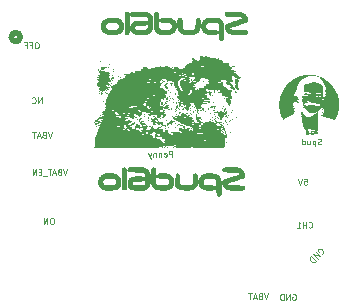
<source format=gbo>
%TF.GenerationSoftware,KiCad,Pcbnew,8.0.0*%
%TF.CreationDate,2024-03-08T16:01:40-06:00*%
%TF.ProjectId,led_dog_collar,6c65645f-646f-4675-9f63-6f6c6c61722e,rev?*%
%TF.SameCoordinates,Original*%
%TF.FileFunction,Legend,Bot*%
%TF.FilePolarity,Positive*%
%FSLAX46Y46*%
G04 Gerber Fmt 4.6, Leading zero omitted, Abs format (unit mm)*
G04 Created by KiCad (PCBNEW 8.0.0) date 2024-03-08 16:01:40*
%MOMM*%
%LPD*%
G01*
G04 APERTURE LIST*
%ADD10C,0.125000*%
%ADD11C,0.508000*%
%ADD12C,0.000000*%
%ADD13R,1.700000X1.700000*%
%ADD14O,1.700000X1.700000*%
%ADD15C,2.600000*%
%ADD16C,2.000000*%
%ADD17C,0.812800*%
%ADD18C,1.397000*%
G04 APERTURE END LIST*
D10*
X183189524Y-68204809D02*
X183094286Y-68204809D01*
X183094286Y-68204809D02*
X183046667Y-68228619D01*
X183046667Y-68228619D02*
X182999048Y-68276238D01*
X182999048Y-68276238D02*
X182975238Y-68371476D01*
X182975238Y-68371476D02*
X182975238Y-68538142D01*
X182975238Y-68538142D02*
X182999048Y-68633380D01*
X182999048Y-68633380D02*
X183046667Y-68681000D01*
X183046667Y-68681000D02*
X183094286Y-68704809D01*
X183094286Y-68704809D02*
X183189524Y-68704809D01*
X183189524Y-68704809D02*
X183237143Y-68681000D01*
X183237143Y-68681000D02*
X183284762Y-68633380D01*
X183284762Y-68633380D02*
X183308571Y-68538142D01*
X183308571Y-68538142D02*
X183308571Y-68371476D01*
X183308571Y-68371476D02*
X183284762Y-68276238D01*
X183284762Y-68276238D02*
X183237143Y-68228619D01*
X183237143Y-68228619D02*
X183189524Y-68204809D01*
X182760952Y-68704809D02*
X182760952Y-68204809D01*
X182760952Y-68204809D02*
X182475238Y-68704809D01*
X182475238Y-68704809D02*
X182475238Y-68204809D01*
X203520952Y-74658619D02*
X203568571Y-74634809D01*
X203568571Y-74634809D02*
X203640000Y-74634809D01*
X203640000Y-74634809D02*
X203711428Y-74658619D01*
X203711428Y-74658619D02*
X203759047Y-74706238D01*
X203759047Y-74706238D02*
X203782857Y-74753857D01*
X203782857Y-74753857D02*
X203806666Y-74849095D01*
X203806666Y-74849095D02*
X203806666Y-74920523D01*
X203806666Y-74920523D02*
X203782857Y-75015761D01*
X203782857Y-75015761D02*
X203759047Y-75063380D01*
X203759047Y-75063380D02*
X203711428Y-75111000D01*
X203711428Y-75111000D02*
X203640000Y-75134809D01*
X203640000Y-75134809D02*
X203592381Y-75134809D01*
X203592381Y-75134809D02*
X203520952Y-75111000D01*
X203520952Y-75111000D02*
X203497143Y-75087190D01*
X203497143Y-75087190D02*
X203497143Y-74920523D01*
X203497143Y-74920523D02*
X203592381Y-74920523D01*
X203282857Y-75134809D02*
X203282857Y-74634809D01*
X203282857Y-74634809D02*
X202997143Y-75134809D01*
X202997143Y-75134809D02*
X202997143Y-74634809D01*
X202759047Y-75134809D02*
X202759047Y-74634809D01*
X202759047Y-74634809D02*
X202639999Y-74634809D01*
X202639999Y-74634809D02*
X202568571Y-74658619D01*
X202568571Y-74658619D02*
X202520952Y-74706238D01*
X202520952Y-74706238D02*
X202497142Y-74753857D01*
X202497142Y-74753857D02*
X202473333Y-74849095D01*
X202473333Y-74849095D02*
X202473333Y-74920523D01*
X202473333Y-74920523D02*
X202497142Y-75015761D01*
X202497142Y-75015761D02*
X202520952Y-75063380D01*
X202520952Y-75063380D02*
X202568571Y-75111000D01*
X202568571Y-75111000D02*
X202639999Y-75134809D01*
X202639999Y-75134809D02*
X202759047Y-75134809D01*
X184449998Y-64054809D02*
X184283332Y-64554809D01*
X184283332Y-64554809D02*
X184116665Y-64054809D01*
X183783332Y-64292904D02*
X183711904Y-64316714D01*
X183711904Y-64316714D02*
X183688094Y-64340523D01*
X183688094Y-64340523D02*
X183664285Y-64388142D01*
X183664285Y-64388142D02*
X183664285Y-64459571D01*
X183664285Y-64459571D02*
X183688094Y-64507190D01*
X183688094Y-64507190D02*
X183711904Y-64531000D01*
X183711904Y-64531000D02*
X183759523Y-64554809D01*
X183759523Y-64554809D02*
X183949999Y-64554809D01*
X183949999Y-64554809D02*
X183949999Y-64054809D01*
X183949999Y-64054809D02*
X183783332Y-64054809D01*
X183783332Y-64054809D02*
X183735713Y-64078619D01*
X183735713Y-64078619D02*
X183711904Y-64102428D01*
X183711904Y-64102428D02*
X183688094Y-64150047D01*
X183688094Y-64150047D02*
X183688094Y-64197666D01*
X183688094Y-64197666D02*
X183711904Y-64245285D01*
X183711904Y-64245285D02*
X183735713Y-64269095D01*
X183735713Y-64269095D02*
X183783332Y-64292904D01*
X183783332Y-64292904D02*
X183949999Y-64292904D01*
X183473808Y-64411952D02*
X183235713Y-64411952D01*
X183521427Y-64554809D02*
X183354761Y-64054809D01*
X183354761Y-64054809D02*
X183188094Y-64554809D01*
X183092856Y-64054809D02*
X182807142Y-64054809D01*
X182949999Y-64554809D02*
X182949999Y-64054809D01*
X182759524Y-64602428D02*
X182378571Y-64602428D01*
X182259524Y-64292904D02*
X182092857Y-64292904D01*
X182021429Y-64554809D02*
X182259524Y-64554809D01*
X182259524Y-64554809D02*
X182259524Y-64054809D01*
X182259524Y-64054809D02*
X182021429Y-64054809D01*
X181807143Y-64554809D02*
X181807143Y-64054809D01*
X181807143Y-64054809D02*
X181521429Y-64554809D01*
X181521429Y-64554809D02*
X181521429Y-64054809D01*
X204485237Y-64884809D02*
X204723332Y-64884809D01*
X204723332Y-64884809D02*
X204747141Y-65122904D01*
X204747141Y-65122904D02*
X204723332Y-65099095D01*
X204723332Y-65099095D02*
X204675713Y-65075285D01*
X204675713Y-65075285D02*
X204556665Y-65075285D01*
X204556665Y-65075285D02*
X204509046Y-65099095D01*
X204509046Y-65099095D02*
X204485237Y-65122904D01*
X204485237Y-65122904D02*
X204461427Y-65170523D01*
X204461427Y-65170523D02*
X204461427Y-65289571D01*
X204461427Y-65289571D02*
X204485237Y-65337190D01*
X204485237Y-65337190D02*
X204509046Y-65361000D01*
X204509046Y-65361000D02*
X204556665Y-65384809D01*
X204556665Y-65384809D02*
X204675713Y-65384809D01*
X204675713Y-65384809D02*
X204723332Y-65361000D01*
X204723332Y-65361000D02*
X204747141Y-65337190D01*
X204318570Y-64884809D02*
X204151904Y-65384809D01*
X204151904Y-65384809D02*
X203985237Y-64884809D01*
X183131427Y-60904809D02*
X182964761Y-61404809D01*
X182964761Y-61404809D02*
X182798094Y-60904809D01*
X182464761Y-61142904D02*
X182393333Y-61166714D01*
X182393333Y-61166714D02*
X182369523Y-61190523D01*
X182369523Y-61190523D02*
X182345714Y-61238142D01*
X182345714Y-61238142D02*
X182345714Y-61309571D01*
X182345714Y-61309571D02*
X182369523Y-61357190D01*
X182369523Y-61357190D02*
X182393333Y-61381000D01*
X182393333Y-61381000D02*
X182440952Y-61404809D01*
X182440952Y-61404809D02*
X182631428Y-61404809D01*
X182631428Y-61404809D02*
X182631428Y-60904809D01*
X182631428Y-60904809D02*
X182464761Y-60904809D01*
X182464761Y-60904809D02*
X182417142Y-60928619D01*
X182417142Y-60928619D02*
X182393333Y-60952428D01*
X182393333Y-60952428D02*
X182369523Y-61000047D01*
X182369523Y-61000047D02*
X182369523Y-61047666D01*
X182369523Y-61047666D02*
X182393333Y-61095285D01*
X182393333Y-61095285D02*
X182417142Y-61119095D01*
X182417142Y-61119095D02*
X182464761Y-61142904D01*
X182464761Y-61142904D02*
X182631428Y-61142904D01*
X182155237Y-61261952D02*
X181917142Y-61261952D01*
X182202856Y-61404809D02*
X182036190Y-60904809D01*
X182036190Y-60904809D02*
X181869523Y-61404809D01*
X181774285Y-60904809D02*
X181488571Y-60904809D01*
X181631428Y-61404809D02*
X181631428Y-60904809D01*
X204895238Y-68967190D02*
X204919047Y-68991000D01*
X204919047Y-68991000D02*
X204990476Y-69014809D01*
X204990476Y-69014809D02*
X205038095Y-69014809D01*
X205038095Y-69014809D02*
X205109523Y-68991000D01*
X205109523Y-68991000D02*
X205157142Y-68943380D01*
X205157142Y-68943380D02*
X205180952Y-68895761D01*
X205180952Y-68895761D02*
X205204761Y-68800523D01*
X205204761Y-68800523D02*
X205204761Y-68729095D01*
X205204761Y-68729095D02*
X205180952Y-68633857D01*
X205180952Y-68633857D02*
X205157142Y-68586238D01*
X205157142Y-68586238D02*
X205109523Y-68538619D01*
X205109523Y-68538619D02*
X205038095Y-68514809D01*
X205038095Y-68514809D02*
X204990476Y-68514809D01*
X204990476Y-68514809D02*
X204919047Y-68538619D01*
X204919047Y-68538619D02*
X204895238Y-68562428D01*
X204680952Y-69014809D02*
X204680952Y-68514809D01*
X204680952Y-68752904D02*
X204395238Y-68752904D01*
X204395238Y-69014809D02*
X204395238Y-68514809D01*
X203895237Y-69014809D02*
X204180951Y-69014809D01*
X204038094Y-69014809D02*
X204038094Y-68514809D01*
X204038094Y-68514809D02*
X204085713Y-68586238D01*
X204085713Y-68586238D02*
X204133332Y-68633857D01*
X204133332Y-68633857D02*
X204180951Y-68657666D01*
X205987127Y-71248378D02*
X206037634Y-71231543D01*
X206037634Y-71231543D02*
X206088142Y-71181035D01*
X206088142Y-71181035D02*
X206121814Y-71113691D01*
X206121814Y-71113691D02*
X206121814Y-71046348D01*
X206121814Y-71046348D02*
X206104978Y-70995840D01*
X206104978Y-70995840D02*
X206054470Y-70911661D01*
X206054470Y-70911661D02*
X206003963Y-70861153D01*
X206003963Y-70861153D02*
X205919783Y-70810646D01*
X205919783Y-70810646D02*
X205869276Y-70793810D01*
X205869276Y-70793810D02*
X205801932Y-70793810D01*
X205801932Y-70793810D02*
X205734589Y-70827482D01*
X205734589Y-70827482D02*
X205700917Y-70861153D01*
X205700917Y-70861153D02*
X205667245Y-70928497D01*
X205667245Y-70928497D02*
X205667245Y-70962169D01*
X205667245Y-70962169D02*
X205785096Y-71080020D01*
X205785096Y-71080020D02*
X205852440Y-71012676D01*
X205482051Y-71080020D02*
X205835604Y-71433573D01*
X205835604Y-71433573D02*
X205280020Y-71282050D01*
X205280020Y-71282050D02*
X205633573Y-71635604D01*
X205111661Y-71450409D02*
X205465214Y-71803963D01*
X205465214Y-71803963D02*
X205381035Y-71888142D01*
X205381035Y-71888142D02*
X205313691Y-71921814D01*
X205313691Y-71921814D02*
X205246348Y-71921814D01*
X205246348Y-71921814D02*
X205195840Y-71904978D01*
X205195840Y-71904978D02*
X205111661Y-71854470D01*
X205111661Y-71854470D02*
X205061153Y-71803963D01*
X205061153Y-71803963D02*
X205010646Y-71719783D01*
X205010646Y-71719783D02*
X204993810Y-71669276D01*
X204993810Y-71669276D02*
X204993810Y-71601932D01*
X204993810Y-71601932D02*
X205027482Y-71534589D01*
X205027482Y-71534589D02*
X205111661Y-71450409D01*
X182272857Y-58484809D02*
X182272857Y-57984809D01*
X182272857Y-57984809D02*
X181987143Y-58484809D01*
X181987143Y-58484809D02*
X181987143Y-57984809D01*
X181463333Y-58437190D02*
X181487142Y-58461000D01*
X181487142Y-58461000D02*
X181558571Y-58484809D01*
X181558571Y-58484809D02*
X181606190Y-58484809D01*
X181606190Y-58484809D02*
X181677618Y-58461000D01*
X181677618Y-58461000D02*
X181725237Y-58413380D01*
X181725237Y-58413380D02*
X181749047Y-58365761D01*
X181749047Y-58365761D02*
X181772856Y-58270523D01*
X181772856Y-58270523D02*
X181772856Y-58199095D01*
X181772856Y-58199095D02*
X181749047Y-58103857D01*
X181749047Y-58103857D02*
X181725237Y-58056238D01*
X181725237Y-58056238D02*
X181677618Y-58008619D01*
X181677618Y-58008619D02*
X181606190Y-57984809D01*
X181606190Y-57984809D02*
X181558571Y-57984809D01*
X181558571Y-57984809D02*
X181487142Y-58008619D01*
X181487142Y-58008619D02*
X181463333Y-58032428D01*
X181896190Y-53334809D02*
X181800952Y-53334809D01*
X181800952Y-53334809D02*
X181753333Y-53358619D01*
X181753333Y-53358619D02*
X181705714Y-53406238D01*
X181705714Y-53406238D02*
X181681904Y-53501476D01*
X181681904Y-53501476D02*
X181681904Y-53668142D01*
X181681904Y-53668142D02*
X181705714Y-53763380D01*
X181705714Y-53763380D02*
X181753333Y-53811000D01*
X181753333Y-53811000D02*
X181800952Y-53834809D01*
X181800952Y-53834809D02*
X181896190Y-53834809D01*
X181896190Y-53834809D02*
X181943809Y-53811000D01*
X181943809Y-53811000D02*
X181991428Y-53763380D01*
X181991428Y-53763380D02*
X182015237Y-53668142D01*
X182015237Y-53668142D02*
X182015237Y-53501476D01*
X182015237Y-53501476D02*
X181991428Y-53406238D01*
X181991428Y-53406238D02*
X181943809Y-53358619D01*
X181943809Y-53358619D02*
X181896190Y-53334809D01*
X181300951Y-53572904D02*
X181467618Y-53572904D01*
X181467618Y-53834809D02*
X181467618Y-53334809D01*
X181467618Y-53334809D02*
X181229523Y-53334809D01*
X180872380Y-53572904D02*
X181039047Y-53572904D01*
X181039047Y-53834809D02*
X181039047Y-53334809D01*
X181039047Y-53334809D02*
X180800952Y-53334809D01*
X205951427Y-61951000D02*
X205879999Y-61974809D01*
X205879999Y-61974809D02*
X205760951Y-61974809D01*
X205760951Y-61974809D02*
X205713332Y-61951000D01*
X205713332Y-61951000D02*
X205689523Y-61927190D01*
X205689523Y-61927190D02*
X205665713Y-61879571D01*
X205665713Y-61879571D02*
X205665713Y-61831952D01*
X205665713Y-61831952D02*
X205689523Y-61784333D01*
X205689523Y-61784333D02*
X205713332Y-61760523D01*
X205713332Y-61760523D02*
X205760951Y-61736714D01*
X205760951Y-61736714D02*
X205856189Y-61712904D01*
X205856189Y-61712904D02*
X205903808Y-61689095D01*
X205903808Y-61689095D02*
X205927618Y-61665285D01*
X205927618Y-61665285D02*
X205951427Y-61617666D01*
X205951427Y-61617666D02*
X205951427Y-61570047D01*
X205951427Y-61570047D02*
X205927618Y-61522428D01*
X205927618Y-61522428D02*
X205903808Y-61498619D01*
X205903808Y-61498619D02*
X205856189Y-61474809D01*
X205856189Y-61474809D02*
X205737142Y-61474809D01*
X205737142Y-61474809D02*
X205665713Y-61498619D01*
X205451428Y-61641476D02*
X205451428Y-62141476D01*
X205451428Y-61665285D02*
X205403809Y-61641476D01*
X205403809Y-61641476D02*
X205308571Y-61641476D01*
X205308571Y-61641476D02*
X205260952Y-61665285D01*
X205260952Y-61665285D02*
X205237142Y-61689095D01*
X205237142Y-61689095D02*
X205213333Y-61736714D01*
X205213333Y-61736714D02*
X205213333Y-61879571D01*
X205213333Y-61879571D02*
X205237142Y-61927190D01*
X205237142Y-61927190D02*
X205260952Y-61951000D01*
X205260952Y-61951000D02*
X205308571Y-61974809D01*
X205308571Y-61974809D02*
X205403809Y-61974809D01*
X205403809Y-61974809D02*
X205451428Y-61951000D01*
X204784761Y-61641476D02*
X204784761Y-61974809D01*
X204999047Y-61641476D02*
X204999047Y-61903380D01*
X204999047Y-61903380D02*
X204975237Y-61951000D01*
X204975237Y-61951000D02*
X204927618Y-61974809D01*
X204927618Y-61974809D02*
X204856190Y-61974809D01*
X204856190Y-61974809D02*
X204808571Y-61951000D01*
X204808571Y-61951000D02*
X204784761Y-61927190D01*
X204332380Y-61974809D02*
X204332380Y-61474809D01*
X204332380Y-61951000D02*
X204379999Y-61974809D01*
X204379999Y-61974809D02*
X204475237Y-61974809D01*
X204475237Y-61974809D02*
X204522856Y-61951000D01*
X204522856Y-61951000D02*
X204546666Y-61927190D01*
X204546666Y-61927190D02*
X204570475Y-61879571D01*
X204570475Y-61879571D02*
X204570475Y-61736714D01*
X204570475Y-61736714D02*
X204546666Y-61689095D01*
X204546666Y-61689095D02*
X204522856Y-61665285D01*
X204522856Y-61665285D02*
X204475237Y-61641476D01*
X204475237Y-61641476D02*
X204379999Y-61641476D01*
X204379999Y-61641476D02*
X204332380Y-61665285D01*
X193328094Y-63004809D02*
X193328094Y-62504809D01*
X193328094Y-62504809D02*
X193137618Y-62504809D01*
X193137618Y-62504809D02*
X193089999Y-62528619D01*
X193089999Y-62528619D02*
X193066189Y-62552428D01*
X193066189Y-62552428D02*
X193042380Y-62600047D01*
X193042380Y-62600047D02*
X193042380Y-62671476D01*
X193042380Y-62671476D02*
X193066189Y-62719095D01*
X193066189Y-62719095D02*
X193089999Y-62742904D01*
X193089999Y-62742904D02*
X193137618Y-62766714D01*
X193137618Y-62766714D02*
X193328094Y-62766714D01*
X192637618Y-62981000D02*
X192685237Y-63004809D01*
X192685237Y-63004809D02*
X192780475Y-63004809D01*
X192780475Y-63004809D02*
X192828094Y-62981000D01*
X192828094Y-62981000D02*
X192851903Y-62933380D01*
X192851903Y-62933380D02*
X192851903Y-62742904D01*
X192851903Y-62742904D02*
X192828094Y-62695285D01*
X192828094Y-62695285D02*
X192780475Y-62671476D01*
X192780475Y-62671476D02*
X192685237Y-62671476D01*
X192685237Y-62671476D02*
X192637618Y-62695285D01*
X192637618Y-62695285D02*
X192613808Y-62742904D01*
X192613808Y-62742904D02*
X192613808Y-62790523D01*
X192613808Y-62790523D02*
X192851903Y-62838142D01*
X192399523Y-62671476D02*
X192399523Y-63004809D01*
X192399523Y-62719095D02*
X192375713Y-62695285D01*
X192375713Y-62695285D02*
X192328094Y-62671476D01*
X192328094Y-62671476D02*
X192256666Y-62671476D01*
X192256666Y-62671476D02*
X192209047Y-62695285D01*
X192209047Y-62695285D02*
X192185237Y-62742904D01*
X192185237Y-62742904D02*
X192185237Y-63004809D01*
X191947142Y-62671476D02*
X191947142Y-63004809D01*
X191947142Y-62719095D02*
X191923332Y-62695285D01*
X191923332Y-62695285D02*
X191875713Y-62671476D01*
X191875713Y-62671476D02*
X191804285Y-62671476D01*
X191804285Y-62671476D02*
X191756666Y-62695285D01*
X191756666Y-62695285D02*
X191732856Y-62742904D01*
X191732856Y-62742904D02*
X191732856Y-63004809D01*
X191542380Y-62671476D02*
X191423332Y-63004809D01*
X191304285Y-62671476D02*
X191423332Y-63004809D01*
X191423332Y-63004809D02*
X191470951Y-63123857D01*
X191470951Y-63123857D02*
X191494761Y-63147666D01*
X191494761Y-63147666D02*
X191542380Y-63171476D01*
X201431427Y-74584809D02*
X201264761Y-75084809D01*
X201264761Y-75084809D02*
X201098094Y-74584809D01*
X200764761Y-74822904D02*
X200693333Y-74846714D01*
X200693333Y-74846714D02*
X200669523Y-74870523D01*
X200669523Y-74870523D02*
X200645714Y-74918142D01*
X200645714Y-74918142D02*
X200645714Y-74989571D01*
X200645714Y-74989571D02*
X200669523Y-75037190D01*
X200669523Y-75037190D02*
X200693333Y-75061000D01*
X200693333Y-75061000D02*
X200740952Y-75084809D01*
X200740952Y-75084809D02*
X200931428Y-75084809D01*
X200931428Y-75084809D02*
X200931428Y-74584809D01*
X200931428Y-74584809D02*
X200764761Y-74584809D01*
X200764761Y-74584809D02*
X200717142Y-74608619D01*
X200717142Y-74608619D02*
X200693333Y-74632428D01*
X200693333Y-74632428D02*
X200669523Y-74680047D01*
X200669523Y-74680047D02*
X200669523Y-74727666D01*
X200669523Y-74727666D02*
X200693333Y-74775285D01*
X200693333Y-74775285D02*
X200717142Y-74799095D01*
X200717142Y-74799095D02*
X200764761Y-74822904D01*
X200764761Y-74822904D02*
X200931428Y-74822904D01*
X200455237Y-74941952D02*
X200217142Y-74941952D01*
X200502856Y-75084809D02*
X200336190Y-74584809D01*
X200336190Y-74584809D02*
X200169523Y-75084809D01*
X200074285Y-74584809D02*
X199788571Y-74584809D01*
X199931428Y-75084809D02*
X199931428Y-74584809D01*
D11*
%TO.C,SW2*%
X180467000Y-52881200D02*
G75*
G02*
X179705000Y-52881200I-381000J0D01*
G01*
X179705000Y-52881200D02*
G75*
G02*
X180467000Y-52881200I381000J0D01*
G01*
D12*
%TO.C,G\u002A\u002A\u002A*%
G36*
X187840638Y-50382148D02*
G01*
X187845297Y-50388094D01*
X187845119Y-50389557D01*
X187839174Y-50394217D01*
X187837710Y-50394039D01*
X187833050Y-50388094D01*
X187833228Y-50386630D01*
X187839174Y-50381970D01*
X187840638Y-50382148D01*
G37*
G36*
X191000329Y-50382148D02*
G01*
X191004989Y-50388094D01*
X191004811Y-50389557D01*
X190998865Y-50394217D01*
X190997402Y-50394039D01*
X190992742Y-50388094D01*
X190992920Y-50386630D01*
X190998865Y-50381970D01*
X191000329Y-50382148D01*
G37*
G36*
X194160020Y-50382148D02*
G01*
X194164680Y-50388094D01*
X194164502Y-50389557D01*
X194158557Y-50394217D01*
X194157093Y-50394039D01*
X194152433Y-50388094D01*
X194152611Y-50386630D01*
X194158557Y-50381970D01*
X194160020Y-50382148D01*
G37*
G36*
X197313588Y-50382148D02*
G01*
X197318248Y-50388094D01*
X197318070Y-50389557D01*
X197312125Y-50394217D01*
X197310661Y-50394039D01*
X197306001Y-50388094D01*
X197306179Y-50386630D01*
X197312125Y-50381970D01*
X197313588Y-50382148D01*
G37*
G36*
X193833795Y-51470410D02*
G01*
X193834015Y-51649521D01*
X193802888Y-51649521D01*
X193771762Y-51649521D01*
X193773846Y-51513275D01*
X193774106Y-51496822D01*
X193775028Y-51452652D01*
X193776433Y-51418220D01*
X193778733Y-51391625D01*
X193782342Y-51370967D01*
X193787675Y-51354344D01*
X193795145Y-51339854D01*
X193805165Y-51325597D01*
X193818150Y-51309670D01*
X193833574Y-51291300D01*
X193833795Y-51470410D01*
G37*
G36*
X194022852Y-51241160D02*
G01*
X194065560Y-51254053D01*
X194106095Y-51274368D01*
X194141299Y-51301095D01*
X194155355Y-51315228D01*
X194171191Y-51334987D01*
X194183550Y-51356811D01*
X194192879Y-51382391D01*
X194199628Y-51413421D01*
X194204244Y-51451594D01*
X194207178Y-51498602D01*
X194208876Y-51556139D01*
X194210690Y-51649521D01*
X194025414Y-51649521D01*
X193840138Y-51649521D01*
X193840138Y-51471504D01*
X193840185Y-51437466D01*
X193840495Y-51389065D01*
X193841133Y-51351282D01*
X193842139Y-51323094D01*
X193843556Y-51303479D01*
X193845427Y-51291415D01*
X193847793Y-51285880D01*
X193848206Y-51285481D01*
X193860997Y-51276748D01*
X193881424Y-51266116D01*
X193905667Y-51255297D01*
X193929906Y-51246001D01*
X193950319Y-51239942D01*
X193981127Y-51236701D01*
X194022852Y-51241160D01*
G37*
G36*
X189531561Y-50730299D02*
G01*
X189581596Y-50738635D01*
X189626427Y-50758016D01*
X189666387Y-50788573D01*
X189683970Y-50806711D01*
X189700757Y-50826299D01*
X189712130Y-50842122D01*
X189725404Y-50864449D01*
X189723767Y-51705526D01*
X189723635Y-51778062D01*
X189723457Y-51891499D01*
X189723305Y-51993672D01*
X189723144Y-52085200D01*
X189722935Y-52166700D01*
X189722644Y-52238790D01*
X189722233Y-52302088D01*
X189721666Y-52357213D01*
X189720908Y-52404782D01*
X189719921Y-52445413D01*
X189718669Y-52479724D01*
X189717116Y-52508334D01*
X189715226Y-52531860D01*
X189712962Y-52550919D01*
X189710287Y-52566131D01*
X189707166Y-52578113D01*
X189703562Y-52587483D01*
X189699439Y-52594859D01*
X189694760Y-52600859D01*
X189689489Y-52606101D01*
X189683589Y-52611203D01*
X189677025Y-52616783D01*
X189669760Y-52623459D01*
X189645693Y-52644547D01*
X189613102Y-52664770D01*
X189575167Y-52678739D01*
X189574358Y-52678958D01*
X189553826Y-52681834D01*
X189525688Y-52682593D01*
X189493908Y-52681471D01*
X189462448Y-52678708D01*
X189435274Y-52674540D01*
X189416347Y-52669206D01*
X189404107Y-52663490D01*
X189366899Y-52640235D01*
X189337224Y-52612205D01*
X189317431Y-52581485D01*
X189315657Y-52577092D01*
X189312779Y-52567562D01*
X189310189Y-52555209D01*
X189307877Y-52539443D01*
X189305828Y-52519676D01*
X189304032Y-52495318D01*
X189302476Y-52465780D01*
X189301148Y-52430475D01*
X189300036Y-52388812D01*
X189299127Y-52340204D01*
X189298409Y-52284060D01*
X189297870Y-52219792D01*
X189297499Y-52146811D01*
X189297281Y-52064528D01*
X189297206Y-51972355D01*
X189297261Y-51869702D01*
X189297434Y-51755980D01*
X189297713Y-51630600D01*
X189299613Y-50868783D01*
X189312977Y-50841228D01*
X189337657Y-50803288D01*
X189371768Y-50772029D01*
X189413804Y-50749011D01*
X189462738Y-50734790D01*
X189517545Y-50729925D01*
X189531561Y-50730299D01*
G37*
G36*
X195563786Y-51244121D02*
G01*
X195613057Y-51258193D01*
X195655280Y-51282231D01*
X195690261Y-51316106D01*
X195717806Y-51359689D01*
X195735341Y-51395398D01*
X195735341Y-51729126D01*
X195735341Y-51730401D01*
X195735323Y-51804950D01*
X195735218Y-51868453D01*
X195734952Y-51922094D01*
X195734447Y-51967053D01*
X195733629Y-52004514D01*
X195732421Y-52035658D01*
X195730748Y-52061669D01*
X195728535Y-52083728D01*
X195725704Y-52103018D01*
X195722181Y-52120721D01*
X195717890Y-52138021D01*
X195712755Y-52156098D01*
X195706700Y-52176136D01*
X195704215Y-52184137D01*
X195671147Y-52271948D01*
X195629639Y-52353642D01*
X195580504Y-52427974D01*
X195524556Y-52493701D01*
X195462608Y-52549577D01*
X195451409Y-52558442D01*
X195436357Y-52570730D01*
X195427058Y-52578807D01*
X195426644Y-52579194D01*
X195415130Y-52587528D01*
X195399503Y-52596472D01*
X195398684Y-52596889D01*
X195382765Y-52605769D01*
X195370996Y-52613577D01*
X195362189Y-52619357D01*
X195339768Y-52630317D01*
X195310176Y-52642137D01*
X195276416Y-52653806D01*
X195241494Y-52664312D01*
X195208415Y-52672645D01*
X195180183Y-52677793D01*
X195171115Y-52678598D01*
X195148149Y-52679696D01*
X195115229Y-52680656D01*
X195073733Y-52681476D01*
X195025036Y-52682156D01*
X194970519Y-52682696D01*
X194911557Y-52683095D01*
X194849529Y-52683353D01*
X194785813Y-52683469D01*
X194721786Y-52683443D01*
X194658825Y-52683275D01*
X194598309Y-52682964D01*
X194541615Y-52682509D01*
X194490120Y-52681910D01*
X194445203Y-52681166D01*
X194408241Y-52680278D01*
X194380611Y-52679244D01*
X194363692Y-52678065D01*
X194346035Y-52675791D01*
X194283549Y-52662742D01*
X194221389Y-52641392D01*
X194156215Y-52610656D01*
X194119999Y-52590611D01*
X194042402Y-52539972D01*
X193975422Y-52484096D01*
X193918437Y-52422250D01*
X193870823Y-52353700D01*
X193831956Y-52277714D01*
X193801211Y-52193558D01*
X193798788Y-52185492D01*
X193791856Y-52160737D01*
X193786263Y-52136967D01*
X193781869Y-52112528D01*
X193778534Y-52085768D01*
X193776118Y-52055031D01*
X193774479Y-52018665D01*
X193773478Y-51975015D01*
X193772974Y-51922427D01*
X193772827Y-51859248D01*
X193772780Y-51655644D01*
X193803398Y-51655644D01*
X193834015Y-51655644D01*
X193835473Y-51899051D01*
X193836932Y-52142457D01*
X193838605Y-51899051D01*
X193840279Y-51655644D01*
X194026607Y-51655644D01*
X194212936Y-51655644D01*
X194214833Y-51865372D01*
X194216729Y-52075099D01*
X194234334Y-52105717D01*
X194257366Y-52138082D01*
X194290105Y-52171987D01*
X194328107Y-52202545D01*
X194367939Y-52226646D01*
X194412744Y-52249090D01*
X194703575Y-52253198D01*
X194766173Y-52254019D01*
X194841572Y-52254738D01*
X194906410Y-52254908D01*
X194961658Y-52254434D01*
X195008286Y-52253219D01*
X195047261Y-52251168D01*
X195079555Y-52248184D01*
X195106137Y-52244172D01*
X195127976Y-52239036D01*
X195146041Y-52232679D01*
X195161303Y-52225007D01*
X195174731Y-52215922D01*
X195187294Y-52205329D01*
X195206680Y-52185415D01*
X195237918Y-52143489D01*
X195265035Y-52094426D01*
X195286104Y-52041421D01*
X195286884Y-52038974D01*
X195289721Y-52029214D01*
X195292118Y-52018727D01*
X195294136Y-52006361D01*
X195295834Y-51990964D01*
X195297273Y-51971385D01*
X195298512Y-51946472D01*
X195299612Y-51915072D01*
X195300633Y-51876033D01*
X195301634Y-51828205D01*
X195302676Y-51770434D01*
X195303819Y-51701570D01*
X195304748Y-51645104D01*
X195305922Y-51580321D01*
X195307156Y-51525876D01*
X195308586Y-51480683D01*
X195310347Y-51443656D01*
X195312577Y-51413708D01*
X195315411Y-51389752D01*
X195318984Y-51370702D01*
X195323434Y-51355472D01*
X195328896Y-51342976D01*
X195335506Y-51332126D01*
X195343401Y-51321838D01*
X195352715Y-51311023D01*
X195353973Y-51309606D01*
X195391477Y-51276457D01*
X195435014Y-51253886D01*
X195484219Y-51242028D01*
X195538726Y-51241023D01*
X195563786Y-51244121D01*
G37*
G36*
X189250376Y-51964878D02*
G01*
X189250315Y-51983665D01*
X189249062Y-52045111D01*
X189245841Y-52097407D01*
X189240190Y-52142920D01*
X189231647Y-52184019D01*
X189219748Y-52223071D01*
X189204032Y-52262446D01*
X189184035Y-52304510D01*
X189160579Y-52347776D01*
X189113668Y-52418330D01*
X189059804Y-52480453D01*
X188998132Y-52534858D01*
X188927793Y-52582256D01*
X188847931Y-52623359D01*
X188757689Y-52658881D01*
X188693393Y-52681027D01*
X188289246Y-52684456D01*
X188258935Y-52684717D01*
X188191188Y-52685326D01*
X188127544Y-52685936D01*
X188069021Y-52686533D01*
X188016635Y-52687106D01*
X187971406Y-52687643D01*
X187934351Y-52688132D01*
X187906488Y-52688562D01*
X187888836Y-52688920D01*
X187882413Y-52689195D01*
X187881259Y-52689217D01*
X187870992Y-52686545D01*
X187852204Y-52680376D01*
X187827030Y-52671512D01*
X187797609Y-52660751D01*
X187766078Y-52648895D01*
X187734573Y-52636744D01*
X187705233Y-52625098D01*
X187680194Y-52614757D01*
X187661594Y-52606521D01*
X187648173Y-52599850D01*
X187601766Y-52572470D01*
X187554428Y-52538850D01*
X187510394Y-52502170D01*
X187473901Y-52465610D01*
X187471969Y-52463410D01*
X187448345Y-52434542D01*
X187424349Y-52402139D01*
X187402126Y-52369355D01*
X187383825Y-52339345D01*
X187371592Y-52315264D01*
X187369068Y-52309384D01*
X187360103Y-52289133D01*
X187350459Y-52267988D01*
X187346886Y-52259505D01*
X187338735Y-52236756D01*
X187329823Y-52208580D01*
X187321525Y-52179198D01*
X187315513Y-52154856D01*
X187310995Y-52132023D01*
X187307692Y-52108016D01*
X187305298Y-52080066D01*
X187303512Y-52045406D01*
X187302029Y-52001267D01*
X187301338Y-51968809D01*
X187735950Y-51968809D01*
X187736830Y-52004253D01*
X187739071Y-52036888D01*
X187742608Y-52063587D01*
X187747380Y-52081223D01*
X187748166Y-52082981D01*
X187773737Y-52129910D01*
X187805029Y-52168148D01*
X187844139Y-52199790D01*
X187893162Y-52226930D01*
X187934010Y-52246045D01*
X188093258Y-52250406D01*
X188100348Y-52250598D01*
X188167461Y-52252160D01*
X188234269Y-52253294D01*
X188299281Y-52254000D01*
X188361004Y-52254283D01*
X188417946Y-52254145D01*
X188468616Y-52253589D01*
X188511522Y-52252619D01*
X188545171Y-52251237D01*
X188568072Y-52249446D01*
X188572918Y-52248829D01*
X188618704Y-52238524D01*
X188663851Y-52221065D01*
X188705465Y-52198027D01*
X188740650Y-52170983D01*
X188766514Y-52141510D01*
X188773476Y-52130788D01*
X188788407Y-52103688D01*
X188798795Y-52076167D01*
X188805344Y-52045299D01*
X188808757Y-52008157D01*
X188809738Y-51961816D01*
X188809702Y-51945507D01*
X188809212Y-51914877D01*
X188807851Y-51892232D01*
X188805249Y-51874592D01*
X188801032Y-51858978D01*
X188794828Y-51842409D01*
X188784875Y-51820618D01*
X188758226Y-51779699D01*
X188723288Y-51745562D01*
X188678952Y-51717244D01*
X188624112Y-51693778D01*
X188577048Y-51677151D01*
X188287299Y-51678729D01*
X188234966Y-51679099D01*
X188177113Y-51679712D01*
X188123003Y-51680494D01*
X188074053Y-51681416D01*
X188031682Y-51682446D01*
X187997305Y-51683553D01*
X187972340Y-51684708D01*
X187958205Y-51685878D01*
X187925339Y-51692513D01*
X187873812Y-51711886D01*
X187828655Y-51740587D01*
X187791042Y-51777599D01*
X187762144Y-51821906D01*
X187743133Y-51872489D01*
X187742109Y-51876901D01*
X187738526Y-51902006D01*
X187736494Y-51933684D01*
X187735950Y-51968809D01*
X187301338Y-51968809D01*
X187301196Y-51962153D01*
X187301531Y-51898304D01*
X187304462Y-51843246D01*
X187310198Y-51794878D01*
X187318948Y-51751100D01*
X187330919Y-51709810D01*
X187331323Y-51708611D01*
X187340214Y-51684463D01*
X187351526Y-51656724D01*
X187364104Y-51627889D01*
X187376796Y-51600458D01*
X187388449Y-51576925D01*
X187397909Y-51559789D01*
X187404022Y-51551546D01*
X187404750Y-51550870D01*
X187411477Y-51542680D01*
X187422741Y-51527740D01*
X187436544Y-51508682D01*
X187442143Y-51500999D01*
X187490476Y-51445937D01*
X187549721Y-51395512D01*
X187619393Y-51350009D01*
X187699006Y-51309710D01*
X187788077Y-51274898D01*
X187886120Y-51245858D01*
X187888300Y-51245306D01*
X187900390Y-51242433D01*
X187912548Y-51240051D01*
X187925992Y-51238115D01*
X187941939Y-51236581D01*
X187961607Y-51235403D01*
X187986215Y-51234537D01*
X188016980Y-51233938D01*
X188055120Y-51233560D01*
X188101853Y-51233359D01*
X188158397Y-51233289D01*
X188225970Y-51233306D01*
X188240682Y-51233317D01*
X188321731Y-51233490D01*
X188391847Y-51233895D01*
X188452157Y-51234608D01*
X188503785Y-51235701D01*
X188547857Y-51237250D01*
X188585498Y-51239327D01*
X188617834Y-51242007D01*
X188645990Y-51245365D01*
X188671090Y-51249473D01*
X188694262Y-51254405D01*
X188716630Y-51260237D01*
X188739319Y-51267041D01*
X188802973Y-51288821D01*
X188870525Y-51317098D01*
X188930641Y-51348961D01*
X188985926Y-51385818D01*
X189038987Y-51429077D01*
X189075098Y-51465413D01*
X189114251Y-51513768D01*
X189150873Y-51567888D01*
X189182733Y-51624452D01*
X189207599Y-51680138D01*
X189208317Y-51682024D01*
X189221842Y-51719601D01*
X189232210Y-51753784D01*
X189239812Y-51787177D01*
X189245039Y-51822380D01*
X189248281Y-51861996D01*
X189249930Y-51908628D01*
X189250352Y-51961816D01*
X189250376Y-51964878D01*
G37*
G36*
X196689783Y-51235773D02*
G01*
X196771880Y-51236939D01*
X196865114Y-51238787D01*
X196932218Y-51240319D01*
X196998440Y-51242068D01*
X197054516Y-51243903D01*
X197101566Y-51245919D01*
X197140711Y-51248209D01*
X197173072Y-51250868D01*
X197199768Y-51253989D01*
X197221921Y-51257668D01*
X197240650Y-51261997D01*
X197257077Y-51267072D01*
X197272322Y-51272986D01*
X197289245Y-51280224D01*
X197338863Y-51302659D01*
X197380263Y-51323903D01*
X197416155Y-51345710D01*
X197449248Y-51369837D01*
X197482253Y-51398038D01*
X197517880Y-51432072D01*
X197535804Y-51450078D01*
X197576451Y-51493466D01*
X197609450Y-51533645D01*
X197636547Y-51573344D01*
X197659487Y-51615295D01*
X197680014Y-51662230D01*
X197699875Y-51716879D01*
X197704606Y-51730894D01*
X197710133Y-51747746D01*
X197715008Y-51763842D01*
X197719272Y-51779995D01*
X197722965Y-51797018D01*
X197726128Y-51815722D01*
X197728803Y-51836921D01*
X197731031Y-51861428D01*
X197732852Y-51890055D01*
X197734307Y-51923615D01*
X197735438Y-51962920D01*
X197736285Y-52008784D01*
X197736889Y-52062018D01*
X197737291Y-52123436D01*
X197737533Y-52193850D01*
X197737655Y-52274072D01*
X197737698Y-52364917D01*
X197737703Y-52467195D01*
X197737703Y-52499615D01*
X197737690Y-52593400D01*
X197737649Y-52675940D01*
X197737565Y-52747992D01*
X197737423Y-52810315D01*
X197737209Y-52863668D01*
X197736907Y-52908810D01*
X197736502Y-52946499D01*
X197735980Y-52977495D01*
X197735326Y-53002555D01*
X197734525Y-53022438D01*
X197733562Y-53037904D01*
X197732422Y-53049710D01*
X197731091Y-53058615D01*
X197729554Y-53065379D01*
X197727795Y-53070759D01*
X197725801Y-53075515D01*
X197713014Y-53098047D01*
X197687045Y-53129461D01*
X197654946Y-53157592D01*
X197620039Y-53179657D01*
X197585646Y-53192875D01*
X197571138Y-53195148D01*
X197548330Y-53197085D01*
X197523383Y-53198030D01*
X197482519Y-53195468D01*
X197433991Y-53182786D01*
X197391790Y-53159730D01*
X197356298Y-53126523D01*
X197327898Y-53083391D01*
X197326638Y-53080753D01*
X197323332Y-53071543D01*
X197320360Y-53059158D01*
X197317693Y-53042899D01*
X197315304Y-53022068D01*
X197313164Y-52995969D01*
X197311245Y-52963902D01*
X197309518Y-52925171D01*
X197307954Y-52879077D01*
X197306526Y-52824923D01*
X197305205Y-52762010D01*
X197303962Y-52689643D01*
X197302769Y-52607121D01*
X197301598Y-52513748D01*
X197300420Y-52408827D01*
X197300222Y-52390401D01*
X197299237Y-52299650D01*
X197298320Y-52220142D01*
X197297419Y-52151033D01*
X197296481Y-52091479D01*
X197295453Y-52040635D01*
X197294280Y-51997658D01*
X197292910Y-51961704D01*
X197291289Y-51931928D01*
X197289364Y-51907486D01*
X197287082Y-51887535D01*
X197284389Y-51871230D01*
X197281232Y-51857727D01*
X197277558Y-51846182D01*
X197273314Y-51835751D01*
X197268445Y-51825589D01*
X197262899Y-51814854D01*
X197260097Y-51809769D01*
X197241129Y-51782655D01*
X197216183Y-51754931D01*
X197188275Y-51729408D01*
X197160419Y-51708895D01*
X197135629Y-51696202D01*
X197132066Y-51695010D01*
X197112578Y-51690117D01*
X197087092Y-51686052D01*
X197054829Y-51682784D01*
X197015010Y-51680283D01*
X196966855Y-51678519D01*
X196909585Y-51677461D01*
X196842420Y-51677078D01*
X196764580Y-51677340D01*
X196675288Y-51678217D01*
X196421165Y-51681349D01*
X196369119Y-51706768D01*
X196355143Y-51713904D01*
X196309556Y-51743153D01*
X196274431Y-51777170D01*
X196248836Y-51817322D01*
X196231839Y-51864973D01*
X196222508Y-51921488D01*
X196220237Y-51953555D01*
X196220504Y-51993755D01*
X196224976Y-52034365D01*
X196235605Y-52084400D01*
X196252182Y-52127268D01*
X196275671Y-52162275D01*
X196307368Y-52190902D01*
X196348567Y-52214626D01*
X196400563Y-52234925D01*
X196451782Y-52251826D01*
X196761016Y-52255480D01*
X196786101Y-52255773D01*
X196853119Y-52256546D01*
X196909397Y-52257279D01*
X196956063Y-52258107D01*
X196994243Y-52259167D01*
X197025064Y-52260597D01*
X197049653Y-52262533D01*
X197069138Y-52265112D01*
X197084645Y-52268471D01*
X197097302Y-52272748D01*
X197108235Y-52278078D01*
X197118571Y-52284600D01*
X197129438Y-52292449D01*
X197141962Y-52301764D01*
X197154856Y-52312027D01*
X197187837Y-52348192D01*
X197210767Y-52390784D01*
X197223204Y-52438789D01*
X197224702Y-52491189D01*
X197221976Y-52514091D01*
X197216750Y-52540943D01*
X197210533Y-52561912D01*
X197202990Y-52577801D01*
X197191528Y-52597718D01*
X197178369Y-52618059D01*
X197165417Y-52636037D01*
X197154577Y-52648868D01*
X197147754Y-52653764D01*
X197147689Y-52653765D01*
X197140171Y-52657666D01*
X197128929Y-52666853D01*
X197127774Y-52667906D01*
X197123192Y-52671370D01*
X197117176Y-52674181D01*
X197108376Y-52676467D01*
X197095439Y-52678351D01*
X197077016Y-52679961D01*
X197051755Y-52681421D01*
X197018306Y-52682858D01*
X196975316Y-52684397D01*
X196921436Y-52686164D01*
X196875913Y-52687476D01*
X196761406Y-52689252D01*
X196647806Y-52688647D01*
X196528653Y-52685653D01*
X196329314Y-52678918D01*
X196268933Y-52657003D01*
X196263968Y-52655179D01*
X196236488Y-52644498D01*
X196206485Y-52632054D01*
X196176275Y-52618900D01*
X196148174Y-52606086D01*
X196124498Y-52594663D01*
X196107563Y-52585682D01*
X196099685Y-52580194D01*
X196099577Y-52580063D01*
X196092718Y-52574686D01*
X196078546Y-52564960D01*
X196059983Y-52552893D01*
X196035950Y-52536479D01*
X195999082Y-52507376D01*
X195964215Y-52475575D01*
X195934312Y-52443843D01*
X195912335Y-52414950D01*
X195905348Y-52404284D01*
X195896028Y-52390856D01*
X195890744Y-52384333D01*
X195886552Y-52378978D01*
X195877717Y-52363851D01*
X195866176Y-52341793D01*
X195853106Y-52315266D01*
X195839686Y-52286733D01*
X195827095Y-52258657D01*
X195816511Y-52233500D01*
X195809111Y-52213725D01*
X195808809Y-52212812D01*
X195800116Y-52182224D01*
X195792156Y-52147114D01*
X195786620Y-52114902D01*
X195785616Y-52106586D01*
X195782894Y-52073912D01*
X195781004Y-52034679D01*
X195779941Y-51991572D01*
X195779705Y-51947271D01*
X195780290Y-51904460D01*
X195781695Y-51865822D01*
X195783916Y-51834038D01*
X195786951Y-51811792D01*
X195799369Y-51759334D01*
X195828525Y-51670667D01*
X195866408Y-51590454D01*
X195913330Y-51518310D01*
X195969604Y-51453847D01*
X196035542Y-51396676D01*
X196111456Y-51346412D01*
X196197660Y-51302666D01*
X196208508Y-51297900D01*
X196240390Y-51284652D01*
X196271360Y-51273238D01*
X196302513Y-51263553D01*
X196334944Y-51255494D01*
X196369750Y-51248955D01*
X196408025Y-51243831D01*
X196450864Y-51240018D01*
X196499365Y-51237411D01*
X196554621Y-51235904D01*
X196617728Y-51235393D01*
X196689783Y-51235773D01*
G37*
G36*
X199193697Y-50746085D02*
G01*
X199262310Y-50768151D01*
X199351837Y-50804969D01*
X199431380Y-50848263D01*
X199501419Y-50898443D01*
X199562431Y-50955919D01*
X199614898Y-51021103D01*
X199659297Y-51094403D01*
X199696107Y-51176230D01*
X199699120Y-51184094D01*
X199710995Y-51216460D01*
X199719829Y-51244324D01*
X199726064Y-51270475D01*
X199730145Y-51297704D01*
X199732515Y-51328802D01*
X199733619Y-51366560D01*
X199733901Y-51413769D01*
X199733797Y-51452484D01*
X199733025Y-51488254D01*
X199730978Y-51515842D01*
X199727054Y-51537439D01*
X199720650Y-51555238D01*
X199711163Y-51571428D01*
X199697990Y-51588202D01*
X199680529Y-51607750D01*
X199679771Y-51608577D01*
X199668763Y-51619842D01*
X199657614Y-51628963D01*
X199644031Y-51637147D01*
X199625718Y-51645602D01*
X199600382Y-51655535D01*
X199565728Y-51668152D01*
X199551987Y-51673065D01*
X199519504Y-51684594D01*
X199490242Y-51694866D01*
X199466967Y-51702915D01*
X199452445Y-51707773D01*
X199447435Y-51709409D01*
X199429624Y-51715394D01*
X199403260Y-51724369D01*
X199370363Y-51735642D01*
X199332955Y-51748523D01*
X199293055Y-51762320D01*
X199269228Y-51770559D01*
X199236755Y-51781731D01*
X199200950Y-51793990D01*
X199161058Y-51807589D01*
X199116328Y-51822782D01*
X199066007Y-51839824D01*
X199009341Y-51858969D01*
X198945577Y-51880472D01*
X198873964Y-51904587D01*
X198793747Y-51931567D01*
X198704174Y-51961668D01*
X198604491Y-51995144D01*
X198493947Y-52032249D01*
X198465494Y-52041809D01*
X198419395Y-52057347D01*
X198376892Y-52071731D01*
X198339587Y-52084417D01*
X198309085Y-52094858D01*
X198286991Y-52102509D01*
X198274907Y-52106821D01*
X198248755Y-52116663D01*
X198258861Y-52132622D01*
X198282672Y-52162396D01*
X198314460Y-52190989D01*
X198349846Y-52214833D01*
X198384641Y-52230665D01*
X198388811Y-52231988D01*
X198399877Y-52235145D01*
X198411963Y-52237938D01*
X198425869Y-52240398D01*
X198442398Y-52242554D01*
X198462351Y-52244439D01*
X198486531Y-52246080D01*
X198515740Y-52247510D01*
X198550780Y-52248758D01*
X198592452Y-52249855D01*
X198641560Y-52250830D01*
X198698903Y-52251715D01*
X198765286Y-52252540D01*
X198841509Y-52253335D01*
X198928375Y-52254130D01*
X199026686Y-52254956D01*
X199580857Y-52259480D01*
X199614780Y-52275817D01*
X199655041Y-52300204D01*
X199691090Y-52334693D01*
X199717332Y-52376203D01*
X199733371Y-52424086D01*
X199738805Y-52477691D01*
X199738638Y-52486792D01*
X199731014Y-52538595D01*
X199712562Y-52586071D01*
X199684012Y-52627768D01*
X199646092Y-52662237D01*
X199619477Y-52681319D01*
X199379723Y-52685053D01*
X199356169Y-52685394D01*
X199294027Y-52686086D01*
X199226469Y-52686583D01*
X199154675Y-52686894D01*
X199079820Y-52687027D01*
X199003083Y-52686990D01*
X198925641Y-52686792D01*
X198848671Y-52686442D01*
X198773352Y-52685948D01*
X198700859Y-52685317D01*
X198632371Y-52684560D01*
X198569066Y-52683684D01*
X198512119Y-52682697D01*
X198462710Y-52681609D01*
X198422015Y-52680427D01*
X198391212Y-52679160D01*
X198371479Y-52677817D01*
X198361254Y-52676707D01*
X198330402Y-52672491D01*
X198301479Y-52667433D01*
X198279627Y-52662397D01*
X198267654Y-52658348D01*
X198245231Y-52649389D01*
X198217520Y-52637371D01*
X198186886Y-52623419D01*
X198155693Y-52608655D01*
X198126305Y-52594205D01*
X198101087Y-52581192D01*
X198082403Y-52570740D01*
X198072618Y-52563974D01*
X198067546Y-52559633D01*
X198059669Y-52555789D01*
X198059132Y-52555648D01*
X198051625Y-52550122D01*
X198037772Y-52537835D01*
X198019373Y-52520554D01*
X197998231Y-52500046D01*
X197976147Y-52478077D01*
X197954924Y-52456415D01*
X197936362Y-52436825D01*
X197922265Y-52421073D01*
X197913526Y-52410282D01*
X197896624Y-52387169D01*
X197883036Y-52365963D01*
X197877329Y-52356166D01*
X197867533Y-52340073D01*
X197860907Y-52330123D01*
X197857643Y-52325178D01*
X197848286Y-52306719D01*
X197837365Y-52280973D01*
X197826093Y-52251083D01*
X197815685Y-52220193D01*
X197807354Y-52191445D01*
X197804479Y-52180042D01*
X197791832Y-52120700D01*
X197783205Y-52063007D01*
X197778703Y-52008908D01*
X197778430Y-51960347D01*
X197782492Y-51919270D01*
X197790993Y-51887620D01*
X197797091Y-51873276D01*
X197803996Y-51858525D01*
X197808127Y-51851594D01*
X197809057Y-51850668D01*
X197815920Y-51842093D01*
X197825664Y-51828646D01*
X197832473Y-51819875D01*
X197852602Y-51800881D01*
X197880191Y-51782622D01*
X197916407Y-51764479D01*
X197962416Y-51745837D01*
X198019381Y-51726077D01*
X198020612Y-51725673D01*
X198034405Y-51721037D01*
X198057763Y-51713102D01*
X198088959Y-51702457D01*
X198126261Y-51689693D01*
X198167941Y-51675402D01*
X198212269Y-51660175D01*
X198223992Y-51656149D01*
X198270473Y-51640254D01*
X198325525Y-51621512D01*
X198386796Y-51600719D01*
X198451934Y-51578672D01*
X198518588Y-51556166D01*
X198584405Y-51533999D01*
X198647033Y-51512966D01*
X198720946Y-51488154D01*
X198827323Y-51452316D01*
X198922045Y-51420232D01*
X199005114Y-51391904D01*
X199076529Y-51367330D01*
X199136293Y-51346510D01*
X199184407Y-51329444D01*
X199220870Y-51316132D01*
X199245685Y-51306572D01*
X199258853Y-51300765D01*
X199267728Y-51293143D01*
X199266141Y-51283389D01*
X199261606Y-51276806D01*
X199245276Y-51260531D01*
X199221732Y-51241992D01*
X199193671Y-51222955D01*
X199163790Y-51205191D01*
X199134785Y-51190467D01*
X199109352Y-51180553D01*
X199100751Y-51178301D01*
X199081611Y-51174828D01*
X199056210Y-51171770D01*
X199023950Y-51169108D01*
X198984233Y-51166824D01*
X198936460Y-51164898D01*
X198880033Y-51163312D01*
X198814353Y-51162048D01*
X198738823Y-51161086D01*
X198652842Y-51160407D01*
X198555814Y-51159994D01*
X198447140Y-51159828D01*
X198392775Y-51159779D01*
X198303963Y-51159557D01*
X198226192Y-51159135D01*
X198158688Y-51158481D01*
X198100674Y-51157565D01*
X198051377Y-51156354D01*
X198010021Y-51154817D01*
X197975832Y-51152923D01*
X197948035Y-51150640D01*
X197925855Y-51147936D01*
X197908518Y-51144780D01*
X197895247Y-51141142D01*
X197885270Y-51136988D01*
X197885041Y-51136869D01*
X197862917Y-51121427D01*
X197839371Y-51098688D01*
X197817938Y-51072493D01*
X197802154Y-51046683D01*
X197798080Y-51037598D01*
X197786085Y-50996107D01*
X197782176Y-50951469D01*
X197785818Y-50906081D01*
X197796473Y-50862341D01*
X197813607Y-50822646D01*
X197836683Y-50789394D01*
X197865164Y-50764982D01*
X197867936Y-50763239D01*
X197880981Y-50754277D01*
X197888045Y-50748153D01*
X197888438Y-50747648D01*
X197892099Y-50744936D01*
X197898627Y-50742528D01*
X197908691Y-50740406D01*
X197922962Y-50738554D01*
X197942110Y-50736955D01*
X197966805Y-50735590D01*
X197997716Y-50734442D01*
X198035514Y-50733495D01*
X198080869Y-50732730D01*
X198134451Y-50732131D01*
X198196929Y-50731680D01*
X198268974Y-50731359D01*
X198351256Y-50731151D01*
X198444444Y-50731039D01*
X198549209Y-50731006D01*
X199141661Y-50731006D01*
X199193697Y-50746085D01*
G37*
G36*
X192014997Y-50732858D02*
G01*
X192045718Y-50736499D01*
X192070911Y-50743586D01*
X192093792Y-50755710D01*
X192117578Y-50774460D01*
X192145483Y-50801425D01*
X192150641Y-50806551D01*
X192158984Y-50814479D01*
X192166322Y-50821541D01*
X192172724Y-50828508D01*
X192178265Y-50836152D01*
X192183015Y-50845244D01*
X192187046Y-50856554D01*
X192190430Y-50870855D01*
X192193238Y-50888917D01*
X192195543Y-50911512D01*
X192197416Y-50939411D01*
X192198929Y-50973385D01*
X192200153Y-51014205D01*
X192201161Y-51062643D01*
X192202024Y-51119470D01*
X192202814Y-51185456D01*
X192203603Y-51261374D01*
X192204462Y-51347995D01*
X192205463Y-51446089D01*
X192205568Y-51455959D01*
X192206511Y-51538749D01*
X192207529Y-51618464D01*
X192208605Y-51694187D01*
X192209722Y-51765001D01*
X192210861Y-51829989D01*
X192212004Y-51888234D01*
X192213133Y-51938819D01*
X192214232Y-51980825D01*
X192215281Y-52013337D01*
X192216262Y-52035437D01*
X192217159Y-52046207D01*
X192220588Y-52061115D01*
X192237018Y-52101757D01*
X192263210Y-52143160D01*
X192297829Y-52183056D01*
X192304187Y-52189359D01*
X192319149Y-52203429D01*
X192333817Y-52215413D01*
X192349238Y-52225468D01*
X192366455Y-52233749D01*
X192386514Y-52240413D01*
X192410459Y-52245614D01*
X192439336Y-52249510D01*
X192474189Y-52252256D01*
X192516062Y-52254007D01*
X192566001Y-52254920D01*
X192625051Y-52255150D01*
X192694256Y-52254854D01*
X192774661Y-52254186D01*
X192824684Y-52253707D01*
X192882701Y-52253076D01*
X192930571Y-52252414D01*
X192969503Y-52251665D01*
X193000704Y-52250771D01*
X193025383Y-52249676D01*
X193044748Y-52248322D01*
X193060008Y-52246654D01*
X193072371Y-52244613D01*
X193083045Y-52242144D01*
X193093238Y-52239188D01*
X193120931Y-52229671D01*
X193167967Y-52207464D01*
X193206242Y-52179447D01*
X193237762Y-52143981D01*
X193264536Y-52099429D01*
X193268268Y-52091972D01*
X193276517Y-52074077D01*
X193281867Y-52058258D01*
X193285070Y-52040935D01*
X193286876Y-52018527D01*
X193288038Y-51987452D01*
X193288505Y-51962836D01*
X193287710Y-51929826D01*
X193284699Y-51902665D01*
X193279155Y-51877451D01*
X193264478Y-51833347D01*
X193243593Y-51793466D01*
X193215956Y-51760508D01*
X193179740Y-51732339D01*
X193133115Y-51706823D01*
X193086796Y-51684826D01*
X192935321Y-51679692D01*
X192924487Y-51679334D01*
X192871292Y-51677787D01*
X192813992Y-51676410D01*
X192756672Y-51675286D01*
X192703418Y-51674495D01*
X192658316Y-51674121D01*
X192639979Y-51674032D01*
X192579206Y-51673248D01*
X192529058Y-51671655D01*
X192488271Y-51669123D01*
X192455582Y-51665523D01*
X192429726Y-51660725D01*
X192409438Y-51654600D01*
X192393455Y-51647019D01*
X192387371Y-51643339D01*
X192352553Y-51617455D01*
X192324040Y-51587933D01*
X192304706Y-51557669D01*
X192298333Y-51542441D01*
X192286997Y-51503844D01*
X192281296Y-51464948D01*
X192282124Y-51430773D01*
X192283459Y-51422777D01*
X192290457Y-51393920D01*
X192300203Y-51364878D01*
X192311189Y-51339751D01*
X192321906Y-51322642D01*
X192339007Y-51303234D01*
X192363355Y-51278626D01*
X192385645Y-51261557D01*
X192408804Y-51250368D01*
X192435756Y-51243400D01*
X192469426Y-51238996D01*
X192479147Y-51238225D01*
X192507116Y-51236844D01*
X192544658Y-51235703D01*
X192589984Y-51234805D01*
X192641305Y-51234147D01*
X192696832Y-51233730D01*
X192754776Y-51233554D01*
X192813348Y-51233619D01*
X192870758Y-51233924D01*
X192925218Y-51234470D01*
X192974938Y-51235256D01*
X193018130Y-51236281D01*
X193053004Y-51237547D01*
X193077771Y-51239052D01*
X193078154Y-51239085D01*
X193146292Y-51249109D01*
X193216538Y-51267106D01*
X193286845Y-51292050D01*
X193355166Y-51322911D01*
X193419454Y-51358663D01*
X193477661Y-51398278D01*
X193527741Y-51440728D01*
X193567645Y-51484985D01*
X193580137Y-51500978D01*
X193593247Y-51516904D01*
X193602120Y-51526691D01*
X193607035Y-51532541D01*
X193617220Y-51547930D01*
X193627833Y-51566855D01*
X193633911Y-51578328D01*
X193645897Y-51599491D01*
X193656083Y-51615842D01*
X193658406Y-51619245D01*
X193664322Y-51628395D01*
X193667292Y-51635495D01*
X193666154Y-51640820D01*
X193659744Y-51644645D01*
X193646901Y-51647245D01*
X193626461Y-51648896D01*
X193597263Y-51649872D01*
X193558144Y-51650449D01*
X193507942Y-51650901D01*
X193347202Y-51652281D01*
X193512393Y-51655493D01*
X193677583Y-51658706D01*
X193694230Y-51707694D01*
X193696424Y-51714232D01*
X193705134Y-51742640D01*
X193711830Y-51770160D01*
X193716755Y-51798981D01*
X193720154Y-51831288D01*
X193722272Y-51869270D01*
X193723353Y-51915112D01*
X193723640Y-51971001D01*
X193723316Y-52025647D01*
X193722138Y-52071426D01*
X193719745Y-52109400D01*
X193715775Y-52141808D01*
X193709868Y-52170885D01*
X193701662Y-52198871D01*
X193690797Y-52228001D01*
X193676912Y-52260515D01*
X193670763Y-52274623D01*
X193664846Y-52288919D01*
X193662559Y-52295509D01*
X193659881Y-52302584D01*
X193651317Y-52317979D01*
X193638273Y-52339142D01*
X193622200Y-52363888D01*
X193604548Y-52390031D01*
X193586770Y-52415388D01*
X193570315Y-52437772D01*
X193556634Y-52455001D01*
X193541905Y-52471442D01*
X193508803Y-52503901D01*
X193472510Y-52534839D01*
X193436450Y-52561431D01*
X193404046Y-52580855D01*
X193397169Y-52584422D01*
X193377626Y-52595318D01*
X193362510Y-52604737D01*
X193359351Y-52606586D01*
X193344876Y-52613418D01*
X193322575Y-52622945D01*
X193295041Y-52634154D01*
X193264867Y-52646035D01*
X193234646Y-52657574D01*
X193206969Y-52667759D01*
X193184430Y-52675580D01*
X193169622Y-52680023D01*
X193168057Y-52680279D01*
X193155059Y-52681112D01*
X193131427Y-52681824D01*
X193098422Y-52682418D01*
X193057303Y-52682896D01*
X193009330Y-52683262D01*
X192955763Y-52683518D01*
X192897860Y-52683667D01*
X192836882Y-52683712D01*
X192774088Y-52683655D01*
X192710738Y-52683500D01*
X192648092Y-52683250D01*
X192587409Y-52682906D01*
X192529949Y-52682472D01*
X192476971Y-52681951D01*
X192429736Y-52681345D01*
X192389502Y-52680658D01*
X192357529Y-52679892D01*
X192335078Y-52679049D01*
X192323407Y-52678134D01*
X192316628Y-52676835D01*
X192293947Y-52671027D01*
X192265823Y-52662453D01*
X192235123Y-52652138D01*
X192204716Y-52641110D01*
X192177472Y-52630392D01*
X192156260Y-52621010D01*
X192143947Y-52613989D01*
X192134738Y-52607783D01*
X192118098Y-52597693D01*
X192098022Y-52586186D01*
X192097727Y-52586022D01*
X192079094Y-52575151D01*
X192065330Y-52566244D01*
X192059397Y-52561215D01*
X192059329Y-52561076D01*
X192053415Y-52555028D01*
X192040516Y-52544021D01*
X192023296Y-52530335D01*
X191996021Y-52506340D01*
X191964620Y-52473415D01*
X191932696Y-52435395D01*
X191902760Y-52395280D01*
X191877325Y-52356068D01*
X191864247Y-52332735D01*
X191834437Y-52269799D01*
X191807613Y-52199189D01*
X191785039Y-52124087D01*
X191767356Y-52056729D01*
X191767356Y-51468880D01*
X191767356Y-50881030D01*
X191780862Y-50853475D01*
X191787390Y-50841133D01*
X191817049Y-50800822D01*
X191854676Y-50769254D01*
X191899296Y-50746956D01*
X191949932Y-50734454D01*
X192005611Y-50732274D01*
X192014997Y-50732858D01*
G37*
G36*
X190336291Y-50730963D02*
G01*
X190426729Y-50731017D01*
X190528676Y-50731050D01*
X191155013Y-50731095D01*
X191207494Y-50749111D01*
X191228049Y-50756513D01*
X191271790Y-50774204D01*
X191316555Y-50794550D01*
X191360250Y-50816429D01*
X191400780Y-50838714D01*
X191436050Y-50860282D01*
X191463966Y-50880006D01*
X191482434Y-50896764D01*
X191482506Y-50896846D01*
X191491855Y-50906253D01*
X191507198Y-50920506D01*
X191525251Y-50936553D01*
X191526165Y-50937354D01*
X191547562Y-50958645D01*
X191572700Y-50987388D01*
X191599276Y-51020595D01*
X191624985Y-51055279D01*
X191647521Y-51088454D01*
X191664581Y-51117133D01*
X191672166Y-51131841D01*
X191690129Y-51172288D01*
X191703991Y-51214158D01*
X191714406Y-51260133D01*
X191722028Y-51312898D01*
X191727513Y-51375135D01*
X191729279Y-51407974D01*
X191730875Y-51454976D01*
X191732042Y-51510488D01*
X191732778Y-51572530D01*
X191733080Y-51639121D01*
X191732947Y-51708281D01*
X191732377Y-51778030D01*
X191731368Y-51846387D01*
X191729920Y-51911370D01*
X191728029Y-51971001D01*
X191727917Y-51973997D01*
X191726236Y-52017401D01*
X191724667Y-52050973D01*
X191722894Y-52076985D01*
X191720601Y-52097705D01*
X191717474Y-52115404D01*
X191713195Y-52132352D01*
X191707450Y-52150819D01*
X191699922Y-52173074D01*
X191693161Y-52192331D01*
X191659194Y-52276544D01*
X191621170Y-52352189D01*
X191579728Y-52418103D01*
X191535504Y-52473123D01*
X191535403Y-52473231D01*
X191521205Y-52489164D01*
X191511066Y-52501581D01*
X191507176Y-52507802D01*
X191503729Y-52512232D01*
X191491999Y-52523309D01*
X191473377Y-52539536D01*
X191449344Y-52559625D01*
X191421382Y-52582292D01*
X191402351Y-52595162D01*
X191369526Y-52612548D01*
X191327549Y-52631189D01*
X191277978Y-52650401D01*
X191222371Y-52669503D01*
X191179507Y-52683385D01*
X190704941Y-52683804D01*
X190658615Y-52683843D01*
X190576860Y-52683888D01*
X190506038Y-52683878D01*
X190445280Y-52683793D01*
X190393717Y-52683614D01*
X190350478Y-52683320D01*
X190314695Y-52682894D01*
X190285498Y-52682315D01*
X190262019Y-52681564D01*
X190243387Y-52680621D01*
X190228734Y-52679467D01*
X190217191Y-52678083D01*
X190207887Y-52676450D01*
X190199954Y-52674547D01*
X190192523Y-52672356D01*
X190160026Y-52660877D01*
X190122721Y-52645580D01*
X190085166Y-52628461D01*
X190051345Y-52611338D01*
X190025240Y-52596027D01*
X190019272Y-52591987D01*
X189996265Y-52575088D01*
X189971053Y-52555036D01*
X189946685Y-52534390D01*
X189926209Y-52515709D01*
X189912675Y-52501552D01*
X189902329Y-52489493D01*
X189890747Y-52477058D01*
X189864814Y-52446366D01*
X189836787Y-52400898D01*
X189812640Y-52347777D01*
X189793443Y-52289412D01*
X189780264Y-52228212D01*
X189778214Y-52212272D01*
X189775556Y-52177114D01*
X189774042Y-52135302D01*
X189773644Y-52089978D01*
X189774337Y-52044286D01*
X189776094Y-52001370D01*
X189778889Y-51964374D01*
X189782696Y-51936441D01*
X189790607Y-51903082D01*
X189814234Y-51837468D01*
X189847356Y-51773156D01*
X189888339Y-51712723D01*
X189935549Y-51658746D01*
X189987352Y-51613800D01*
X190016143Y-51594841D01*
X190054083Y-51573532D01*
X190096681Y-51552323D01*
X190140321Y-51533010D01*
X190181387Y-51517388D01*
X190230375Y-51500655D01*
X190570225Y-51495490D01*
X190587975Y-51495222D01*
X190675516Y-51493980D01*
X190751852Y-51493072D01*
X190817859Y-51492527D01*
X190874409Y-51492375D01*
X190922377Y-51492645D01*
X190962638Y-51493367D01*
X190996066Y-51494572D01*
X191023535Y-51496288D01*
X191045920Y-51498546D01*
X191064095Y-51501375D01*
X191078934Y-51504805D01*
X191091312Y-51508866D01*
X191102103Y-51513588D01*
X191125934Y-51527871D01*
X191159755Y-51558645D01*
X191186927Y-51597022D01*
X191206272Y-51640724D01*
X191216611Y-51687473D01*
X191216763Y-51734993D01*
X191210059Y-51771170D01*
X191192373Y-51817502D01*
X191165753Y-51856674D01*
X191130904Y-51887434D01*
X191122194Y-51893314D01*
X191112768Y-51899345D01*
X191103346Y-51904445D01*
X191092906Y-51908703D01*
X191080429Y-51912212D01*
X191064893Y-51915061D01*
X191045278Y-51917342D01*
X191020563Y-51919145D01*
X190989727Y-51920560D01*
X190951749Y-51921679D01*
X190905608Y-51922592D01*
X190850284Y-51923390D01*
X190784756Y-51924163D01*
X190708002Y-51925002D01*
X190643896Y-51925705D01*
X190575527Y-51926509D01*
X190517523Y-51927335D01*
X190468852Y-51928275D01*
X190428476Y-51929422D01*
X190395361Y-51930868D01*
X190368471Y-51932706D01*
X190346771Y-51935027D01*
X190329226Y-51937924D01*
X190314799Y-51941490D01*
X190302457Y-51945816D01*
X190291162Y-51950996D01*
X190279881Y-51957121D01*
X190267576Y-51964284D01*
X190259438Y-51969512D01*
X190240333Y-51984822D01*
X190226182Y-52000111D01*
X190225865Y-52000557D01*
X190219637Y-52010567D01*
X190215602Y-52021395D01*
X190213294Y-52035897D01*
X190212249Y-52056929D01*
X190212004Y-52087346D01*
X190212012Y-52095211D01*
X190212376Y-52123193D01*
X190213694Y-52142839D01*
X190216526Y-52157331D01*
X190221434Y-52169851D01*
X190228980Y-52183583D01*
X190235199Y-52193166D01*
X190251677Y-52213686D01*
X190268306Y-52229509D01*
X190290656Y-52246556D01*
X190698340Y-52246556D01*
X191106025Y-52246556D01*
X191139704Y-52228185D01*
X191152211Y-52220797D01*
X191192924Y-52188392D01*
X191229596Y-52146033D01*
X191260742Y-52095350D01*
X191286867Y-52044482D01*
X191286767Y-51699735D01*
X191286764Y-51681249D01*
X191286778Y-51609200D01*
X191286754Y-51548098D01*
X191286584Y-51496890D01*
X191286158Y-51454521D01*
X191285366Y-51419938D01*
X191284100Y-51392086D01*
X191282251Y-51369913D01*
X191279708Y-51352365D01*
X191276362Y-51338387D01*
X191272105Y-51326926D01*
X191266827Y-51316928D01*
X191260418Y-51307340D01*
X191252771Y-51297107D01*
X191243774Y-51285177D01*
X191218199Y-51254373D01*
X191177520Y-51218122D01*
X191133676Y-51192713D01*
X191087655Y-51178818D01*
X191086050Y-51178550D01*
X191071662Y-51176376D01*
X191055589Y-51174423D01*
X191037018Y-51172666D01*
X191015135Y-51171081D01*
X190989130Y-51169643D01*
X190958189Y-51168329D01*
X190921501Y-51167114D01*
X190878253Y-51165973D01*
X190827632Y-51164883D01*
X190768826Y-51163819D01*
X190701024Y-51162757D01*
X190623411Y-51161673D01*
X190535178Y-51160542D01*
X190435510Y-51159340D01*
X190370726Y-51158533D01*
X190288870Y-51157380D01*
X190212871Y-51156155D01*
X190143528Y-51154878D01*
X190081638Y-51153566D01*
X190028001Y-51152238D01*
X189983416Y-51150913D01*
X189948680Y-51149609D01*
X189924594Y-51148346D01*
X189911956Y-51147141D01*
X189895217Y-51143596D01*
X189865904Y-51132627D01*
X189841164Y-51114828D01*
X189817043Y-51087722D01*
X189796716Y-51059080D01*
X189782425Y-51031636D01*
X189774059Y-51002982D01*
X189769783Y-50968484D01*
X189769162Y-50940674D01*
X189775288Y-50890500D01*
X189790217Y-50844350D01*
X189813146Y-50804366D01*
X189843273Y-50772687D01*
X189846387Y-50770142D01*
X189853814Y-50763712D01*
X189860233Y-50758022D01*
X189866381Y-50753026D01*
X189872993Y-50748681D01*
X189880806Y-50744940D01*
X189890557Y-50741759D01*
X189902982Y-50739095D01*
X189918816Y-50736901D01*
X189938798Y-50735133D01*
X189963662Y-50733746D01*
X189994146Y-50732697D01*
X190030985Y-50731939D01*
X190074917Y-50731428D01*
X190126677Y-50731120D01*
X190187002Y-50730969D01*
X190256628Y-50730932D01*
X190336291Y-50730963D01*
G37*
G36*
X192358053Y-59936407D02*
G01*
X192355691Y-59936934D01*
X192355114Y-59934470D01*
X192358053Y-59936407D01*
G37*
G36*
X198631188Y-56650699D02*
G01*
X198630183Y-56649893D01*
X198630571Y-56648789D01*
X198631188Y-56650699D01*
G37*
G36*
X186763369Y-60111210D02*
G01*
X186756685Y-60117894D01*
X186750000Y-60111210D01*
X186756685Y-60104526D01*
X186763369Y-60111210D01*
G37*
G36*
X186763369Y-60271631D02*
G01*
X186756685Y-60278315D01*
X186750000Y-60271631D01*
X186756685Y-60264947D01*
X186763369Y-60271631D01*
G37*
G36*
X186763369Y-60686052D02*
G01*
X186756685Y-60692736D01*
X186750000Y-60686052D01*
X186756685Y-60679368D01*
X186763369Y-60686052D01*
G37*
G36*
X186763369Y-60806368D02*
G01*
X186756685Y-60813052D01*
X186750000Y-60806368D01*
X186756685Y-60799684D01*
X186763369Y-60806368D01*
G37*
G36*
X186776737Y-60645947D02*
G01*
X186770053Y-60652631D01*
X186763369Y-60645947D01*
X186770053Y-60639263D01*
X186776737Y-60645947D01*
G37*
G36*
X186776737Y-61020263D02*
G01*
X186770053Y-61026947D01*
X186763369Y-61020263D01*
X186770053Y-61013579D01*
X186776737Y-61020263D01*
G37*
G36*
X186790106Y-61113842D02*
G01*
X186783422Y-61120526D01*
X186776737Y-61113842D01*
X186783422Y-61107158D01*
X186790106Y-61113842D01*
G37*
G36*
X186803474Y-60913315D02*
G01*
X186796790Y-60920000D01*
X186790106Y-60913315D01*
X186796790Y-60906631D01*
X186803474Y-60913315D01*
G37*
G36*
X186803474Y-60980158D02*
G01*
X186796790Y-60986842D01*
X186790106Y-60980158D01*
X186796790Y-60973473D01*
X186803474Y-60980158D01*
G37*
G36*
X186803474Y-61260894D02*
G01*
X186796790Y-61267579D01*
X186790106Y-61260894D01*
X186796790Y-61254210D01*
X186803474Y-61260894D01*
G37*
G36*
X186830211Y-60699421D02*
G01*
X186823527Y-60706105D01*
X186816843Y-60699421D01*
X186823527Y-60692736D01*
X186830211Y-60699421D01*
G37*
G36*
X186830211Y-60993526D02*
G01*
X186823527Y-61000210D01*
X186816843Y-60993526D01*
X186823527Y-60986842D01*
X186830211Y-60993526D01*
G37*
G36*
X186843579Y-61100473D02*
G01*
X186836895Y-61107158D01*
X186830211Y-61100473D01*
X186836895Y-61093789D01*
X186843579Y-61100473D01*
G37*
G36*
X186856948Y-60993526D02*
G01*
X186850264Y-61000210D01*
X186843579Y-60993526D01*
X186850264Y-60986842D01*
X186856948Y-60993526D01*
G37*
G36*
X186883685Y-60766263D02*
G01*
X186877000Y-60772947D01*
X186870316Y-60766263D01*
X186877000Y-60759579D01*
X186883685Y-60766263D01*
G37*
G36*
X186897053Y-60539000D02*
G01*
X186890369Y-60545684D01*
X186883685Y-60539000D01*
X186890369Y-60532315D01*
X186897053Y-60539000D01*
G37*
G36*
X186897053Y-60672684D02*
G01*
X186890369Y-60679368D01*
X186883685Y-60672684D01*
X186890369Y-60666000D01*
X186897053Y-60672684D01*
G37*
G36*
X186897053Y-61100473D02*
G01*
X186890369Y-61107158D01*
X186883685Y-61100473D01*
X186890369Y-61093789D01*
X186897053Y-61100473D01*
G37*
G36*
X186963895Y-56341315D02*
G01*
X186957211Y-56348000D01*
X186950527Y-56341315D01*
X186957211Y-56334631D01*
X186963895Y-56341315D01*
G37*
G36*
X186963895Y-60057736D02*
G01*
X186957211Y-60064421D01*
X186950527Y-60057736D01*
X186957211Y-60051052D01*
X186963895Y-60057736D01*
G37*
G36*
X186977264Y-54924263D02*
G01*
X186970579Y-54930947D01*
X186963895Y-54924263D01*
X186970579Y-54917579D01*
X186977264Y-54924263D01*
G37*
G36*
X186977264Y-56154158D02*
G01*
X186970579Y-56160842D01*
X186963895Y-56154158D01*
X186970579Y-56147473D01*
X186977264Y-56154158D01*
G37*
G36*
X186977264Y-57370684D02*
G01*
X186970579Y-57377368D01*
X186963895Y-57370684D01*
X186970579Y-57364000D01*
X186977264Y-57370684D01*
G37*
G36*
X186990632Y-56127421D02*
G01*
X186983948Y-56134105D01*
X186977264Y-56127421D01*
X186983948Y-56120736D01*
X186990632Y-56127421D01*
G37*
G36*
X187004000Y-56167526D02*
G01*
X186997316Y-56174210D01*
X186990632Y-56167526D01*
X186997316Y-56160842D01*
X187004000Y-56167526D01*
G37*
G36*
X187004000Y-57651421D02*
G01*
X186997316Y-57658105D01*
X186990632Y-57651421D01*
X186997316Y-57644736D01*
X187004000Y-57651421D01*
G37*
G36*
X187004000Y-59710158D02*
G01*
X186997316Y-59716842D01*
X186990632Y-59710158D01*
X186997316Y-59703473D01*
X187004000Y-59710158D01*
G37*
G36*
X187017369Y-56301210D02*
G01*
X187010685Y-56307894D01*
X187004000Y-56301210D01*
X187010685Y-56294526D01*
X187017369Y-56301210D01*
G37*
G36*
X187017369Y-56394789D02*
G01*
X187010685Y-56401473D01*
X187004000Y-56394789D01*
X187010685Y-56388105D01*
X187017369Y-56394789D01*
G37*
G36*
X187017369Y-56568579D02*
G01*
X187010685Y-56575263D01*
X187004000Y-56568579D01*
X187010685Y-56561894D01*
X187017369Y-56568579D01*
G37*
G36*
X187017369Y-59763631D02*
G01*
X187010685Y-59770315D01*
X187004000Y-59763631D01*
X187010685Y-59756947D01*
X187017369Y-59763631D01*
G37*
G36*
X187030737Y-55699631D02*
G01*
X187024053Y-55706315D01*
X187017369Y-55699631D01*
X187024053Y-55692947D01*
X187030737Y-55699631D01*
G37*
G36*
X187030737Y-57370684D02*
G01*
X187024053Y-57377368D01*
X187017369Y-57370684D01*
X187024053Y-57364000D01*
X187030737Y-57370684D01*
G37*
G36*
X187044106Y-54937631D02*
G01*
X187037422Y-54944315D01*
X187030737Y-54937631D01*
X187037422Y-54930947D01*
X187044106Y-54937631D01*
G37*
G36*
X187044106Y-57330579D02*
G01*
X187037422Y-57337263D01*
X187030737Y-57330579D01*
X187037422Y-57323894D01*
X187044106Y-57330579D01*
G37*
G36*
X187044106Y-59696789D02*
G01*
X187037422Y-59703473D01*
X187030737Y-59696789D01*
X187037422Y-59690105D01*
X187044106Y-59696789D01*
G37*
G36*
X187057474Y-55499105D02*
G01*
X187050790Y-55505789D01*
X187044106Y-55499105D01*
X187050790Y-55492421D01*
X187057474Y-55499105D01*
G37*
G36*
X187070843Y-54951000D02*
G01*
X187064158Y-54957684D01*
X187057474Y-54951000D01*
X187064158Y-54944315D01*
X187070843Y-54951000D01*
G37*
G36*
X187070843Y-57277105D02*
G01*
X187064158Y-57283789D01*
X187057474Y-57277105D01*
X187064158Y-57270421D01*
X187070843Y-57277105D01*
G37*
G36*
X187070843Y-57303842D02*
G01*
X187064158Y-57310526D01*
X187057474Y-57303842D01*
X187064158Y-57297158D01*
X187070843Y-57303842D01*
G37*
G36*
X187070843Y-57437526D02*
G01*
X187064158Y-57444210D01*
X187057474Y-57437526D01*
X187064158Y-57430842D01*
X187070843Y-57437526D01*
G37*
G36*
X187070843Y-57477631D02*
G01*
X187064158Y-57484315D01*
X187057474Y-57477631D01*
X187064158Y-57470947D01*
X187070843Y-57477631D01*
G37*
G36*
X187070843Y-57544473D02*
G01*
X187064158Y-57551158D01*
X187057474Y-57544473D01*
X187064158Y-57537789D01*
X187070843Y-57544473D01*
G37*
G36*
X187084211Y-60084473D02*
G01*
X187077527Y-60091158D01*
X187070843Y-60084473D01*
X187077527Y-60077789D01*
X187084211Y-60084473D01*
G37*
G36*
X187097579Y-54817315D02*
G01*
X187090895Y-54824000D01*
X187084211Y-54817315D01*
X187090895Y-54810631D01*
X187097579Y-54817315D01*
G37*
G36*
X187097579Y-55980368D02*
G01*
X187090895Y-55987052D01*
X187084211Y-55980368D01*
X187090895Y-55973684D01*
X187097579Y-55980368D01*
G37*
G36*
X187097579Y-57731631D02*
G01*
X187090895Y-57738315D01*
X187084211Y-57731631D01*
X187090895Y-57724947D01*
X187097579Y-57731631D01*
G37*
G36*
X187110948Y-55124789D02*
G01*
X187104264Y-55131473D01*
X187097579Y-55124789D01*
X187104264Y-55118105D01*
X187110948Y-55124789D01*
G37*
G36*
X187110948Y-55432263D02*
G01*
X187104264Y-55438947D01*
X187097579Y-55432263D01*
X187104264Y-55425579D01*
X187110948Y-55432263D01*
G37*
G36*
X187124316Y-55472368D02*
G01*
X187117632Y-55479052D01*
X187110948Y-55472368D01*
X187117632Y-55465684D01*
X187124316Y-55472368D01*
G37*
G36*
X187124316Y-55806579D02*
G01*
X187117632Y-55813263D01*
X187110948Y-55806579D01*
X187117632Y-55799894D01*
X187124316Y-55806579D01*
G37*
G36*
X187137685Y-57477631D02*
G01*
X187131000Y-57484315D01*
X187124316Y-57477631D01*
X187131000Y-57470947D01*
X187137685Y-57477631D01*
G37*
G36*
X187151053Y-57597947D02*
G01*
X187144369Y-57604631D01*
X187137685Y-57597947D01*
X187144369Y-57591263D01*
X187151053Y-57597947D01*
G37*
G36*
X187151053Y-57785105D02*
G01*
X187144369Y-57791789D01*
X187137685Y-57785105D01*
X187144369Y-57778421D01*
X187151053Y-57785105D01*
G37*
G36*
X187164422Y-55044579D02*
G01*
X187157737Y-55051263D01*
X187151053Y-55044579D01*
X187157737Y-55037894D01*
X187164422Y-55044579D01*
G37*
G36*
X187164422Y-55632789D02*
G01*
X187157737Y-55639473D01*
X187151053Y-55632789D01*
X187157737Y-55626105D01*
X187164422Y-55632789D01*
G37*
G36*
X187177790Y-55579315D02*
G01*
X187171106Y-55586000D01*
X187164422Y-55579315D01*
X187171106Y-55572631D01*
X187177790Y-55579315D01*
G37*
G36*
X187177790Y-57651421D02*
G01*
X187171106Y-57658105D01*
X187164422Y-57651421D01*
X187171106Y-57644736D01*
X187177790Y-57651421D01*
G37*
G36*
X187177790Y-57771736D02*
G01*
X187171106Y-57778421D01*
X187164422Y-57771736D01*
X187171106Y-57765052D01*
X187177790Y-57771736D01*
G37*
G36*
X187177790Y-60258263D02*
G01*
X187171106Y-60264947D01*
X187164422Y-60258263D01*
X187171106Y-60251579D01*
X187177790Y-60258263D01*
G37*
G36*
X187191158Y-56033842D02*
G01*
X187184474Y-56040526D01*
X187177790Y-56033842D01*
X187184474Y-56027158D01*
X187191158Y-56033842D01*
G37*
G36*
X187204527Y-54857421D02*
G01*
X187197843Y-54864105D01*
X187191158Y-54857421D01*
X187197843Y-54850736D01*
X187204527Y-54857421D01*
G37*
G36*
X187204527Y-55499105D02*
G01*
X187197843Y-55505789D01*
X187191158Y-55499105D01*
X187197843Y-55492421D01*
X187204527Y-55499105D01*
G37*
G36*
X187217895Y-55004473D02*
G01*
X187211211Y-55011158D01*
X187204527Y-55004473D01*
X187211211Y-54997789D01*
X187217895Y-55004473D01*
G37*
G36*
X187217895Y-57678158D02*
G01*
X187211211Y-57684842D01*
X187204527Y-57678158D01*
X187211211Y-57671473D01*
X187217895Y-57678158D01*
G37*
G36*
X187231264Y-54977736D02*
G01*
X187224579Y-54984421D01*
X187217895Y-54977736D01*
X187224579Y-54971052D01*
X187231264Y-54977736D01*
G37*
G36*
X187231264Y-55579315D02*
G01*
X187224579Y-55586000D01*
X187217895Y-55579315D01*
X187224579Y-55572631D01*
X187231264Y-55579315D01*
G37*
G36*
X187231264Y-57905421D02*
G01*
X187224579Y-57912105D01*
X187217895Y-57905421D01*
X187224579Y-57898736D01*
X187231264Y-57905421D01*
G37*
G36*
X187244632Y-57718263D02*
G01*
X187237948Y-57724947D01*
X187231264Y-57718263D01*
X187237948Y-57711579D01*
X187244632Y-57718263D01*
G37*
G36*
X187258000Y-55485736D02*
G01*
X187251316Y-55492421D01*
X187244632Y-55485736D01*
X187251316Y-55479052D01*
X187258000Y-55485736D01*
G37*
G36*
X187258000Y-57999000D02*
G01*
X187251316Y-58005684D01*
X187244632Y-57999000D01*
X187251316Y-57992315D01*
X187258000Y-57999000D01*
G37*
G36*
X187271369Y-55138158D02*
G01*
X187264685Y-55144842D01*
X187258000Y-55138158D01*
X187264685Y-55131473D01*
X187271369Y-55138158D01*
G37*
G36*
X187271369Y-57477631D02*
G01*
X187264685Y-57484315D01*
X187258000Y-57477631D01*
X187264685Y-57470947D01*
X187271369Y-57477631D01*
G37*
G36*
X187284737Y-57878684D02*
G01*
X187278053Y-57885368D01*
X187271369Y-57878684D01*
X187278053Y-57872000D01*
X187284737Y-57878684D01*
G37*
G36*
X187298106Y-54830684D02*
G01*
X187291422Y-54837368D01*
X187284737Y-54830684D01*
X187291422Y-54824000D01*
X187298106Y-54830684D01*
G37*
G36*
X187298106Y-57851947D02*
G01*
X187291422Y-57858631D01*
X187284737Y-57851947D01*
X187291422Y-57845263D01*
X187298106Y-57851947D01*
G37*
G36*
X187311474Y-56033842D02*
G01*
X187304790Y-56040526D01*
X187298106Y-56033842D01*
X187304790Y-56027158D01*
X187311474Y-56033842D01*
G37*
G36*
X187311474Y-57624684D02*
G01*
X187304790Y-57631368D01*
X187298106Y-57624684D01*
X187304790Y-57618000D01*
X187311474Y-57624684D01*
G37*
G36*
X187311474Y-57972263D02*
G01*
X187304790Y-57978947D01*
X187298106Y-57972263D01*
X187304790Y-57965579D01*
X187311474Y-57972263D01*
G37*
G36*
X187311474Y-58172789D02*
G01*
X187304790Y-58179473D01*
X187298106Y-58172789D01*
X187304790Y-58166105D01*
X187311474Y-58172789D01*
G37*
G36*
X187324843Y-57477631D02*
G01*
X187318158Y-57484315D01*
X187311474Y-57477631D01*
X187318158Y-57470947D01*
X187324843Y-57477631D01*
G37*
G36*
X187338211Y-55432263D02*
G01*
X187331527Y-55438947D01*
X187324843Y-55432263D01*
X187331527Y-55425579D01*
X187338211Y-55432263D01*
G37*
G36*
X187351579Y-54844052D02*
G01*
X187344895Y-54850736D01*
X187338211Y-54844052D01*
X187344895Y-54837368D01*
X187351579Y-54844052D01*
G37*
G36*
X187364948Y-55017842D02*
G01*
X187358264Y-55024526D01*
X187351579Y-55017842D01*
X187358264Y-55011158D01*
X187364948Y-55017842D01*
G37*
G36*
X187364948Y-57464263D02*
G01*
X187358264Y-57470947D01*
X187351579Y-57464263D01*
X187358264Y-57457579D01*
X187364948Y-57464263D01*
G37*
G36*
X187364948Y-57531105D02*
G01*
X187358264Y-57537789D01*
X187351579Y-57531105D01*
X187358264Y-57524421D01*
X187364948Y-57531105D01*
G37*
G36*
X187378316Y-54991105D02*
G01*
X187371632Y-54997789D01*
X187364948Y-54991105D01*
X187371632Y-54984421D01*
X187378316Y-54991105D01*
G37*
G36*
X187391685Y-57504368D02*
G01*
X187385000Y-57511052D01*
X187378316Y-57504368D01*
X187385000Y-57497684D01*
X187391685Y-57504368D01*
G37*
G36*
X187405053Y-58039105D02*
G01*
X187398369Y-58045789D01*
X187391685Y-58039105D01*
X187398369Y-58032421D01*
X187405053Y-58039105D01*
G37*
G36*
X187418422Y-55057947D02*
G01*
X187411737Y-55064631D01*
X187405053Y-55057947D01*
X187411737Y-55051263D01*
X187418422Y-55057947D01*
G37*
G36*
X187431790Y-58239631D02*
G01*
X187425106Y-58246315D01*
X187418422Y-58239631D01*
X187425106Y-58232947D01*
X187431790Y-58239631D01*
G37*
G36*
X187445158Y-57745000D02*
G01*
X187438474Y-57751684D01*
X187431790Y-57745000D01*
X187438474Y-57738315D01*
X187445158Y-57745000D01*
G37*
G36*
X187445158Y-58052473D02*
G01*
X187438474Y-58059158D01*
X187431790Y-58052473D01*
X187438474Y-58045789D01*
X187445158Y-58052473D01*
G37*
G36*
X187458527Y-57678158D02*
G01*
X187451843Y-57684842D01*
X187445158Y-57678158D01*
X187451843Y-57671473D01*
X187458527Y-57678158D01*
G37*
G36*
X187458527Y-57718263D02*
G01*
X187451843Y-57724947D01*
X187445158Y-57718263D01*
X187451843Y-57711579D01*
X187458527Y-57718263D01*
G37*
G36*
X187458527Y-58159421D02*
G01*
X187451843Y-58166105D01*
X187445158Y-58159421D01*
X187451843Y-58152736D01*
X187458527Y-58159421D01*
G37*
G36*
X187458527Y-58212894D02*
G01*
X187451843Y-58219579D01*
X187445158Y-58212894D01*
X187451843Y-58206210D01*
X187458527Y-58212894D01*
G37*
G36*
X187471895Y-54777210D02*
G01*
X187465211Y-54783894D01*
X187458527Y-54777210D01*
X187465211Y-54770526D01*
X187471895Y-54777210D01*
G37*
G36*
X187471895Y-59108579D02*
G01*
X187465211Y-59115263D01*
X187458527Y-59108579D01*
X187465211Y-59101894D01*
X187471895Y-59108579D01*
G37*
G36*
X187485264Y-57851947D02*
G01*
X187478579Y-57858631D01*
X187471895Y-57851947D01*
X187478579Y-57845263D01*
X187485264Y-57851947D01*
G37*
G36*
X187485264Y-58025736D02*
G01*
X187478579Y-58032421D01*
X187471895Y-58025736D01*
X187478579Y-58019052D01*
X187485264Y-58025736D01*
G37*
G36*
X187498632Y-55352052D02*
G01*
X187491948Y-55358736D01*
X187485264Y-55352052D01*
X187491948Y-55345368D01*
X187498632Y-55352052D01*
G37*
G36*
X187498632Y-57918789D02*
G01*
X187491948Y-57925473D01*
X187485264Y-57918789D01*
X187491948Y-57912105D01*
X187498632Y-57918789D01*
G37*
G36*
X187512000Y-55311947D02*
G01*
X187505316Y-55318631D01*
X187498632Y-55311947D01*
X187505316Y-55305263D01*
X187512000Y-55311947D01*
G37*
G36*
X187512000Y-57771736D02*
G01*
X187505316Y-57778421D01*
X187498632Y-57771736D01*
X187505316Y-57765052D01*
X187512000Y-57771736D01*
G37*
G36*
X187525369Y-58333210D02*
G01*
X187518685Y-58339894D01*
X187512000Y-58333210D01*
X187518685Y-58326526D01*
X187525369Y-58333210D01*
G37*
G36*
X187538737Y-55352052D02*
G01*
X187532053Y-55358736D01*
X187525369Y-55352052D01*
X187532053Y-55345368D01*
X187538737Y-55352052D01*
G37*
G36*
X187552106Y-55285210D02*
G01*
X187545422Y-55291894D01*
X187538737Y-55285210D01*
X187545422Y-55278526D01*
X187552106Y-55285210D01*
G37*
G36*
X187552106Y-57785105D02*
G01*
X187545422Y-57791789D01*
X187538737Y-57785105D01*
X187545422Y-57778421D01*
X187552106Y-57785105D01*
G37*
G36*
X187552106Y-57999000D02*
G01*
X187545422Y-58005684D01*
X187538737Y-57999000D01*
X187545422Y-57992315D01*
X187552106Y-57999000D01*
G37*
G36*
X187565474Y-58065842D02*
G01*
X187558790Y-58072526D01*
X187552106Y-58065842D01*
X187558790Y-58059158D01*
X187565474Y-58065842D01*
G37*
G36*
X187578843Y-57785105D02*
G01*
X187572158Y-57791789D01*
X187565474Y-57785105D01*
X187572158Y-57778421D01*
X187578843Y-57785105D01*
G37*
G36*
X187592211Y-57945526D02*
G01*
X187585527Y-57952210D01*
X187578843Y-57945526D01*
X187585527Y-57938842D01*
X187592211Y-57945526D01*
G37*
G36*
X187592211Y-58092579D02*
G01*
X187585527Y-58099263D01*
X187578843Y-58092579D01*
X187585527Y-58085894D01*
X187592211Y-58092579D01*
G37*
G36*
X187605579Y-57531105D02*
G01*
X187598895Y-57537789D01*
X187592211Y-57531105D01*
X187598895Y-57524421D01*
X187605579Y-57531105D01*
G37*
G36*
X187605579Y-58039105D02*
G01*
X187598895Y-58045789D01*
X187592211Y-58039105D01*
X187598895Y-58032421D01*
X187605579Y-58039105D01*
G37*
G36*
X187618948Y-55739736D02*
G01*
X187612264Y-55746421D01*
X187605579Y-55739736D01*
X187612264Y-55733052D01*
X187618948Y-55739736D01*
G37*
G36*
X187618948Y-58079210D02*
G01*
X187612264Y-58085894D01*
X187605579Y-58079210D01*
X187612264Y-58072526D01*
X187618948Y-58079210D01*
G37*
G36*
X187632316Y-55579315D02*
G01*
X187625632Y-55586000D01*
X187618948Y-55579315D01*
X187625632Y-55572631D01*
X187632316Y-55579315D01*
G37*
G36*
X187632316Y-55819947D02*
G01*
X187625632Y-55826631D01*
X187618948Y-55819947D01*
X187625632Y-55813263D01*
X187632316Y-55819947D01*
G37*
G36*
X187645685Y-55311947D02*
G01*
X187639000Y-55318631D01*
X187632316Y-55311947D01*
X187639000Y-55305263D01*
X187645685Y-55311947D01*
G37*
G36*
X187645685Y-58012368D02*
G01*
X187639000Y-58019052D01*
X187632316Y-58012368D01*
X187639000Y-58005684D01*
X187645685Y-58012368D01*
G37*
G36*
X187672422Y-55552579D02*
G01*
X187665737Y-55559263D01*
X187659053Y-55552579D01*
X187665737Y-55545894D01*
X187672422Y-55552579D01*
G37*
G36*
X187672422Y-55779842D02*
G01*
X187665737Y-55786526D01*
X187659053Y-55779842D01*
X187665737Y-55773158D01*
X187672422Y-55779842D01*
G37*
G36*
X187672422Y-57745000D02*
G01*
X187665737Y-57751684D01*
X187659053Y-57745000D01*
X187665737Y-57738315D01*
X187672422Y-57745000D01*
G37*
G36*
X187672422Y-57985631D02*
G01*
X187665737Y-57992315D01*
X187659053Y-57985631D01*
X187665737Y-57978947D01*
X187672422Y-57985631D01*
G37*
G36*
X187685790Y-55405526D02*
G01*
X187679106Y-55412210D01*
X187672422Y-55405526D01*
X187679106Y-55398842D01*
X187685790Y-55405526D01*
G37*
G36*
X187685790Y-55819947D02*
G01*
X187679106Y-55826631D01*
X187672422Y-55819947D01*
X187679106Y-55813263D01*
X187685790Y-55819947D01*
G37*
G36*
X187685790Y-57611315D02*
G01*
X187679106Y-57618000D01*
X187672422Y-57611315D01*
X187679106Y-57604631D01*
X187685790Y-57611315D01*
G37*
G36*
X187699158Y-57758368D02*
G01*
X187692474Y-57765052D01*
X187685790Y-57758368D01*
X187692474Y-57751684D01*
X187699158Y-57758368D01*
G37*
G36*
X187712527Y-55352052D02*
G01*
X187705843Y-55358736D01*
X187699158Y-55352052D01*
X187705843Y-55345368D01*
X187712527Y-55352052D01*
G37*
G36*
X187725895Y-57758368D02*
G01*
X187719211Y-57765052D01*
X187712527Y-57758368D01*
X187719211Y-57751684D01*
X187725895Y-57758368D01*
G37*
G36*
X187725895Y-57985631D02*
G01*
X187719211Y-57992315D01*
X187712527Y-57985631D01*
X187719211Y-57978947D01*
X187725895Y-57985631D01*
G37*
G36*
X187739264Y-55525842D02*
G01*
X187732579Y-55532526D01*
X187725895Y-55525842D01*
X187732579Y-55519158D01*
X187739264Y-55525842D01*
G37*
G36*
X187739264Y-55552579D02*
G01*
X187732579Y-55559263D01*
X187725895Y-55552579D01*
X187732579Y-55545894D01*
X187739264Y-55552579D01*
G37*
G36*
X187739264Y-57584579D02*
G01*
X187732579Y-57591263D01*
X187725895Y-57584579D01*
X187732579Y-57577894D01*
X187739264Y-57584579D01*
G37*
G36*
X187752632Y-55392158D02*
G01*
X187745948Y-55398842D01*
X187739264Y-55392158D01*
X187745948Y-55385473D01*
X187752632Y-55392158D01*
G37*
G36*
X187752632Y-57557842D02*
G01*
X187745948Y-57564526D01*
X187739264Y-57557842D01*
X187745948Y-57551158D01*
X187752632Y-57557842D01*
G37*
G36*
X187766000Y-55285210D02*
G01*
X187759316Y-55291894D01*
X187752632Y-55285210D01*
X187759316Y-55278526D01*
X187766000Y-55285210D01*
G37*
G36*
X187766000Y-55672894D02*
G01*
X187759316Y-55679579D01*
X187752632Y-55672894D01*
X187759316Y-55666210D01*
X187766000Y-55672894D01*
G37*
G36*
X187766000Y-57932158D02*
G01*
X187759316Y-57938842D01*
X187752632Y-57932158D01*
X187759316Y-57925473D01*
X187766000Y-57932158D01*
G37*
G36*
X187792737Y-57718263D02*
G01*
X187786053Y-57724947D01*
X187779369Y-57718263D01*
X187786053Y-57711579D01*
X187792737Y-57718263D01*
G37*
G36*
X187806106Y-55178263D02*
G01*
X187799422Y-55184947D01*
X187792737Y-55178263D01*
X187799422Y-55171579D01*
X187806106Y-55178263D01*
G37*
G36*
X187806106Y-57624684D02*
G01*
X187799422Y-57631368D01*
X187792737Y-57624684D01*
X187799422Y-57618000D01*
X187806106Y-57624684D01*
G37*
G36*
X187806106Y-57878684D02*
G01*
X187799422Y-57885368D01*
X187792737Y-57878684D01*
X187799422Y-57872000D01*
X187806106Y-57878684D01*
G37*
G36*
X187819474Y-54670263D02*
G01*
X187812790Y-54676947D01*
X187806106Y-54670263D01*
X187812790Y-54663579D01*
X187819474Y-54670263D01*
G37*
G36*
X187819474Y-55459000D02*
G01*
X187812790Y-55465684D01*
X187806106Y-55459000D01*
X187812790Y-55452315D01*
X187819474Y-55459000D01*
G37*
G36*
X187859579Y-57651421D02*
G01*
X187852895Y-57658105D01*
X187846211Y-57651421D01*
X187852895Y-57644736D01*
X187859579Y-57651421D01*
G37*
G36*
X187872948Y-55191631D02*
G01*
X187866264Y-55198315D01*
X187859579Y-55191631D01*
X187866264Y-55184947D01*
X187872948Y-55191631D01*
G37*
G36*
X187872948Y-55472368D02*
G01*
X187866264Y-55479052D01*
X187859579Y-55472368D01*
X187866264Y-55465684D01*
X187872948Y-55472368D01*
G37*
G36*
X187872948Y-57584579D02*
G01*
X187866264Y-57591263D01*
X187859579Y-57584579D01*
X187866264Y-57577894D01*
X187872948Y-57584579D01*
G37*
G36*
X187886316Y-55057947D02*
G01*
X187879632Y-55064631D01*
X187872948Y-55057947D01*
X187879632Y-55051263D01*
X187886316Y-55057947D01*
G37*
G36*
X187886316Y-55552579D02*
G01*
X187879632Y-55559263D01*
X187872948Y-55552579D01*
X187879632Y-55545894D01*
X187886316Y-55552579D01*
G37*
G36*
X187899685Y-55659526D02*
G01*
X187893000Y-55666210D01*
X187886316Y-55659526D01*
X187893000Y-55652842D01*
X187899685Y-55659526D01*
G37*
G36*
X187899685Y-57504368D02*
G01*
X187893000Y-57511052D01*
X187886316Y-57504368D01*
X187893000Y-57497684D01*
X187899685Y-57504368D01*
G37*
G36*
X187926422Y-57049842D02*
G01*
X187919737Y-57056526D01*
X187913053Y-57049842D01*
X187919737Y-57043158D01*
X187926422Y-57049842D01*
G37*
G36*
X187926422Y-57210263D02*
G01*
X187919737Y-57216947D01*
X187913053Y-57210263D01*
X187919737Y-57203579D01*
X187926422Y-57210263D01*
G37*
G36*
X187926422Y-57450894D02*
G01*
X187919737Y-57457579D01*
X187913053Y-57450894D01*
X187919737Y-57444210D01*
X187926422Y-57450894D01*
G37*
G36*
X187939790Y-57517736D02*
G01*
X187933106Y-57524421D01*
X187926422Y-57517736D01*
X187933106Y-57511052D01*
X187939790Y-57517736D01*
G37*
G36*
X187953158Y-55592684D02*
G01*
X187946474Y-55599368D01*
X187939790Y-55592684D01*
X187946474Y-55586000D01*
X187953158Y-55592684D01*
G37*
G36*
X187953158Y-57170158D02*
G01*
X187946474Y-57176842D01*
X187939790Y-57170158D01*
X187946474Y-57163473D01*
X187953158Y-57170158D01*
G37*
G36*
X187953158Y-57223631D02*
G01*
X187946474Y-57230315D01*
X187939790Y-57223631D01*
X187946474Y-57216947D01*
X187953158Y-57223631D01*
G37*
G36*
X187953158Y-57557842D02*
G01*
X187946474Y-57564526D01*
X187939790Y-57557842D01*
X187946474Y-57551158D01*
X187953158Y-57557842D01*
G37*
G36*
X187966527Y-56595315D02*
G01*
X187959843Y-56602000D01*
X187953158Y-56595315D01*
X187959843Y-56588631D01*
X187966527Y-56595315D01*
G37*
G36*
X187966527Y-57450894D02*
G01*
X187959843Y-57457579D01*
X187953158Y-57450894D01*
X187959843Y-57444210D01*
X187966527Y-57450894D01*
G37*
G36*
X187979895Y-55231736D02*
G01*
X187973211Y-55238421D01*
X187966527Y-55231736D01*
X187973211Y-55225052D01*
X187979895Y-55231736D01*
G37*
G36*
X187979895Y-55499105D02*
G01*
X187973211Y-55505789D01*
X187966527Y-55499105D01*
X187973211Y-55492421D01*
X187979895Y-55499105D01*
G37*
G36*
X187979895Y-55539210D02*
G01*
X187973211Y-55545894D01*
X187966527Y-55539210D01*
X187973211Y-55532526D01*
X187979895Y-55539210D01*
G37*
G36*
X187979895Y-57384052D02*
G01*
X187973211Y-57390736D01*
X187966527Y-57384052D01*
X187973211Y-57377368D01*
X187979895Y-57384052D01*
G37*
G36*
X188006632Y-55699631D02*
G01*
X187999948Y-55706315D01*
X187993264Y-55699631D01*
X187999948Y-55692947D01*
X188006632Y-55699631D01*
G37*
G36*
X188020000Y-55298579D02*
G01*
X188013316Y-55305263D01*
X188006632Y-55298579D01*
X188013316Y-55291894D01*
X188020000Y-55298579D01*
G37*
G36*
X188020000Y-57330579D02*
G01*
X188013316Y-57337263D01*
X188006632Y-57330579D01*
X188013316Y-57323894D01*
X188020000Y-57330579D01*
G37*
G36*
X188033369Y-55325315D02*
G01*
X188026685Y-55332000D01*
X188020000Y-55325315D01*
X188026685Y-55318631D01*
X188033369Y-55325315D01*
G37*
G36*
X188033369Y-57450894D02*
G01*
X188026685Y-57457579D01*
X188020000Y-57450894D01*
X188026685Y-57444210D01*
X188033369Y-57450894D01*
G37*
G36*
X188046737Y-57250368D02*
G01*
X188040053Y-57257052D01*
X188033369Y-57250368D01*
X188040053Y-57243684D01*
X188046737Y-57250368D01*
G37*
G36*
X188046737Y-57370684D02*
G01*
X188040053Y-57377368D01*
X188033369Y-57370684D01*
X188040053Y-57364000D01*
X188046737Y-57370684D01*
G37*
G36*
X188060106Y-55258473D02*
G01*
X188053422Y-55265158D01*
X188046737Y-55258473D01*
X188053422Y-55251789D01*
X188060106Y-55258473D01*
G37*
G36*
X188060106Y-55499105D02*
G01*
X188053422Y-55505789D01*
X188046737Y-55499105D01*
X188053422Y-55492421D01*
X188060106Y-55499105D01*
G37*
G36*
X188060106Y-55913526D02*
G01*
X188053422Y-55920210D01*
X188046737Y-55913526D01*
X188053422Y-55906842D01*
X188060106Y-55913526D01*
G37*
G36*
X188060106Y-56849315D02*
G01*
X188053422Y-56856000D01*
X188046737Y-56849315D01*
X188053422Y-56842631D01*
X188060106Y-56849315D01*
G37*
G36*
X188073474Y-55365421D02*
G01*
X188066790Y-55372105D01*
X188060106Y-55365421D01*
X188066790Y-55358736D01*
X188073474Y-55365421D01*
G37*
G36*
X188073474Y-57397421D02*
G01*
X188066790Y-57404105D01*
X188060106Y-57397421D01*
X188066790Y-57390736D01*
X188073474Y-57397421D01*
G37*
G36*
X188086843Y-55659526D02*
G01*
X188080158Y-55666210D01*
X188073474Y-55659526D01*
X188080158Y-55652842D01*
X188086843Y-55659526D01*
G37*
G36*
X188086843Y-55766473D02*
G01*
X188080158Y-55773158D01*
X188073474Y-55766473D01*
X188080158Y-55759789D01*
X188086843Y-55766473D01*
G37*
G36*
X188086843Y-56862684D02*
G01*
X188080158Y-56869368D01*
X188073474Y-56862684D01*
X188080158Y-56856000D01*
X188086843Y-56862684D01*
G37*
G36*
X188100211Y-55392158D02*
G01*
X188093527Y-55398842D01*
X188086843Y-55392158D01*
X188093527Y-55385473D01*
X188100211Y-55392158D01*
G37*
G36*
X188100211Y-55699631D02*
G01*
X188093527Y-55706315D01*
X188086843Y-55699631D01*
X188093527Y-55692947D01*
X188100211Y-55699631D01*
G37*
G36*
X188100211Y-55739736D02*
G01*
X188093527Y-55746421D01*
X188086843Y-55739736D01*
X188093527Y-55733052D01*
X188100211Y-55739736D01*
G37*
G36*
X188113579Y-55940263D02*
G01*
X188106895Y-55946947D01*
X188100211Y-55940263D01*
X188106895Y-55933579D01*
X188113579Y-55940263D01*
G37*
G36*
X188113579Y-56862684D02*
G01*
X188106895Y-56869368D01*
X188100211Y-56862684D01*
X188106895Y-56856000D01*
X188113579Y-56862684D01*
G37*
G36*
X188113579Y-57116684D02*
G01*
X188106895Y-57123368D01*
X188100211Y-57116684D01*
X188106895Y-57110000D01*
X188113579Y-57116684D01*
G37*
G36*
X188126948Y-56742368D02*
G01*
X188120264Y-56749052D01*
X188113579Y-56742368D01*
X188120264Y-56735684D01*
X188126948Y-56742368D01*
G37*
G36*
X188126948Y-57303842D02*
G01*
X188120264Y-57310526D01*
X188113579Y-57303842D01*
X188120264Y-57297158D01*
X188126948Y-57303842D01*
G37*
G36*
X188140316Y-55205000D02*
G01*
X188133632Y-55211684D01*
X188126948Y-55205000D01*
X188133632Y-55198315D01*
X188140316Y-55205000D01*
G37*
G36*
X188140316Y-57210263D02*
G01*
X188133632Y-57216947D01*
X188126948Y-57210263D01*
X188133632Y-57203579D01*
X188140316Y-57210263D01*
G37*
G36*
X188167053Y-56368052D02*
G01*
X188160369Y-56374736D01*
X188153685Y-56368052D01*
X188160369Y-56361368D01*
X188167053Y-56368052D01*
G37*
G36*
X188167053Y-56622052D02*
G01*
X188160369Y-56628736D01*
X188153685Y-56622052D01*
X188160369Y-56615368D01*
X188167053Y-56622052D01*
G37*
G36*
X188167053Y-57303842D02*
G01*
X188160369Y-57310526D01*
X188153685Y-57303842D01*
X188160369Y-57297158D01*
X188167053Y-57303842D01*
G37*
G36*
X188180422Y-55940263D02*
G01*
X188173737Y-55946947D01*
X188167053Y-55940263D01*
X188173737Y-55933579D01*
X188180422Y-55940263D01*
G37*
G36*
X188180422Y-56060579D02*
G01*
X188173737Y-56067263D01*
X188167053Y-56060579D01*
X188173737Y-56053894D01*
X188180422Y-56060579D01*
G37*
G36*
X188180422Y-56301210D02*
G01*
X188173737Y-56307894D01*
X188167053Y-56301210D01*
X188173737Y-56294526D01*
X188180422Y-56301210D01*
G37*
G36*
X188180422Y-56341315D02*
G01*
X188173737Y-56348000D01*
X188167053Y-56341315D01*
X188173737Y-56334631D01*
X188180422Y-56341315D01*
G37*
G36*
X188193790Y-55311947D02*
G01*
X188187106Y-55318631D01*
X188180422Y-55311947D01*
X188187106Y-55305263D01*
X188193790Y-55311947D01*
G37*
G36*
X188193790Y-55860052D02*
G01*
X188187106Y-55866736D01*
X188180422Y-55860052D01*
X188187106Y-55853368D01*
X188193790Y-55860052D01*
G37*
G36*
X188233895Y-56635421D02*
G01*
X188227211Y-56642105D01*
X188220527Y-56635421D01*
X188227211Y-56628736D01*
X188233895Y-56635421D01*
G37*
G36*
X188233895Y-57009736D02*
G01*
X188227211Y-57016421D01*
X188220527Y-57009736D01*
X188227211Y-57003052D01*
X188233895Y-57009736D01*
G37*
G36*
X188247264Y-56007105D02*
G01*
X188240579Y-56013789D01*
X188233895Y-56007105D01*
X188240579Y-56000421D01*
X188247264Y-56007105D01*
G37*
G36*
X188247264Y-56688894D02*
G01*
X188240579Y-56695579D01*
X188233895Y-56688894D01*
X188240579Y-56682210D01*
X188247264Y-56688894D01*
G37*
G36*
X188247264Y-57049842D02*
G01*
X188240579Y-57056526D01*
X188233895Y-57049842D01*
X188240579Y-57043158D01*
X188247264Y-57049842D01*
G37*
G36*
X188260632Y-55672894D02*
G01*
X188253948Y-55679579D01*
X188247264Y-55672894D01*
X188253948Y-55666210D01*
X188260632Y-55672894D01*
G37*
G36*
X188260632Y-57103315D02*
G01*
X188253948Y-57110000D01*
X188247264Y-57103315D01*
X188253948Y-57096631D01*
X188260632Y-57103315D01*
G37*
G36*
X188300737Y-55499105D02*
G01*
X188294053Y-55505789D01*
X188287369Y-55499105D01*
X188294053Y-55492421D01*
X188300737Y-55499105D01*
G37*
G36*
X188300737Y-55967000D02*
G01*
X188294053Y-55973684D01*
X188287369Y-55967000D01*
X188294053Y-55960315D01*
X188300737Y-55967000D01*
G37*
G36*
X188300737Y-56675526D02*
G01*
X188294053Y-56682210D01*
X188287369Y-56675526D01*
X188294053Y-56668842D01*
X188300737Y-56675526D01*
G37*
G36*
X188314106Y-56715631D02*
G01*
X188307422Y-56722315D01*
X188300737Y-56715631D01*
X188307422Y-56708947D01*
X188314106Y-56715631D01*
G37*
G36*
X188314106Y-56755736D02*
G01*
X188307422Y-56762421D01*
X188300737Y-56755736D01*
X188307422Y-56749052D01*
X188314106Y-56755736D01*
G37*
G36*
X188314106Y-56996368D02*
G01*
X188307422Y-57003052D01*
X188300737Y-56996368D01*
X188307422Y-56989684D01*
X188314106Y-56996368D01*
G37*
G36*
X188327474Y-55993736D02*
G01*
X188320790Y-56000421D01*
X188314106Y-55993736D01*
X188320790Y-55987052D01*
X188327474Y-55993736D01*
G37*
G36*
X188340843Y-56782473D02*
G01*
X188334158Y-56789158D01*
X188327474Y-56782473D01*
X188334158Y-56775789D01*
X188340843Y-56782473D01*
G37*
G36*
X188354211Y-55672894D02*
G01*
X188347527Y-55679579D01*
X188340843Y-55672894D01*
X188347527Y-55666210D01*
X188354211Y-55672894D01*
G37*
G36*
X188354211Y-56047210D02*
G01*
X188347527Y-56053894D01*
X188340843Y-56047210D01*
X188347527Y-56040526D01*
X188354211Y-56047210D01*
G37*
G36*
X188367579Y-55418894D02*
G01*
X188360895Y-55425579D01*
X188354211Y-55418894D01*
X188360895Y-55412210D01*
X188367579Y-55418894D01*
G37*
G36*
X188367579Y-55485736D02*
G01*
X188360895Y-55492421D01*
X188354211Y-55485736D01*
X188360895Y-55479052D01*
X188367579Y-55485736D01*
G37*
G36*
X188380948Y-55579315D02*
G01*
X188374264Y-55586000D01*
X188367579Y-55579315D01*
X188374264Y-55572631D01*
X188380948Y-55579315D01*
G37*
G36*
X188380948Y-56114052D02*
G01*
X188374264Y-56120736D01*
X188367579Y-56114052D01*
X188374264Y-56107368D01*
X188380948Y-56114052D01*
G37*
G36*
X188380948Y-56929526D02*
G01*
X188374264Y-56936210D01*
X188367579Y-56929526D01*
X188374264Y-56922842D01*
X188380948Y-56929526D01*
G37*
G36*
X188394316Y-55699631D02*
G01*
X188387632Y-55706315D01*
X188380948Y-55699631D01*
X188387632Y-55692947D01*
X188394316Y-55699631D01*
G37*
G36*
X188394316Y-55846684D02*
G01*
X188387632Y-55853368D01*
X188380948Y-55846684D01*
X188387632Y-55840000D01*
X188394316Y-55846684D01*
G37*
G36*
X188407685Y-55338684D02*
G01*
X188401000Y-55345368D01*
X188394316Y-55338684D01*
X188401000Y-55332000D01*
X188407685Y-55338684D01*
G37*
G36*
X188407685Y-55659526D02*
G01*
X188401000Y-55666210D01*
X188394316Y-55659526D01*
X188401000Y-55652842D01*
X188407685Y-55659526D01*
G37*
G36*
X188407685Y-56020473D02*
G01*
X188401000Y-56027158D01*
X188394316Y-56020473D01*
X188401000Y-56013789D01*
X188407685Y-56020473D01*
G37*
G36*
X188407685Y-56394789D02*
G01*
X188401000Y-56401473D01*
X188394316Y-56394789D01*
X188401000Y-56388105D01*
X188407685Y-56394789D01*
G37*
G36*
X188407685Y-56555210D02*
G01*
X188401000Y-56561894D01*
X188394316Y-56555210D01*
X188401000Y-56548526D01*
X188407685Y-56555210D01*
G37*
G36*
X188421053Y-55178263D02*
G01*
X188414369Y-55184947D01*
X188407685Y-55178263D01*
X188414369Y-55171579D01*
X188421053Y-55178263D01*
G37*
G36*
X188421053Y-55819947D02*
G01*
X188414369Y-55826631D01*
X188407685Y-55819947D01*
X188414369Y-55813263D01*
X188421053Y-55819947D01*
G37*
G36*
X188434422Y-55779842D02*
G01*
X188427737Y-55786526D01*
X188421053Y-55779842D01*
X188427737Y-55773158D01*
X188434422Y-55779842D01*
G37*
G36*
X188434422Y-56835947D02*
G01*
X188427737Y-56842631D01*
X188421053Y-56835947D01*
X188427737Y-56829263D01*
X188434422Y-56835947D01*
G37*
G36*
X188461158Y-56140789D02*
G01*
X188454474Y-56147473D01*
X188447790Y-56140789D01*
X188454474Y-56134105D01*
X188461158Y-56140789D01*
G37*
G36*
X188461158Y-56341315D02*
G01*
X188454474Y-56348000D01*
X188447790Y-56341315D01*
X188454474Y-56334631D01*
X188461158Y-56341315D01*
G37*
G36*
X188474527Y-56742368D02*
G01*
X188467843Y-56749052D01*
X188461158Y-56742368D01*
X188467843Y-56735684D01*
X188474527Y-56742368D01*
G37*
G36*
X188501264Y-55806579D02*
G01*
X188494579Y-55813263D01*
X188487895Y-55806579D01*
X188494579Y-55799894D01*
X188501264Y-55806579D01*
G37*
G36*
X188501264Y-56007105D02*
G01*
X188494579Y-56013789D01*
X188487895Y-56007105D01*
X188494579Y-56000421D01*
X188501264Y-56007105D01*
G37*
G36*
X188501264Y-56127421D02*
G01*
X188494579Y-56134105D01*
X188487895Y-56127421D01*
X188494579Y-56120736D01*
X188501264Y-56127421D01*
G37*
G36*
X188501264Y-56408158D02*
G01*
X188494579Y-56414842D01*
X188487895Y-56408158D01*
X188494579Y-56401473D01*
X188501264Y-56408158D01*
G37*
G36*
X188501264Y-56568579D02*
G01*
X188494579Y-56575263D01*
X188487895Y-56568579D01*
X188494579Y-56561894D01*
X188501264Y-56568579D01*
G37*
G36*
X188501264Y-56608684D02*
G01*
X188494579Y-56615368D01*
X188487895Y-56608684D01*
X188494579Y-56602000D01*
X188501264Y-56608684D01*
G37*
G36*
X188514632Y-55512473D02*
G01*
X188507948Y-55519158D01*
X188501264Y-55512473D01*
X188507948Y-55505789D01*
X188514632Y-55512473D01*
G37*
G36*
X188514632Y-56675526D02*
G01*
X188507948Y-56682210D01*
X188501264Y-56675526D01*
X188507948Y-56668842D01*
X188514632Y-56675526D01*
G37*
G36*
X188528000Y-55672894D02*
G01*
X188521316Y-55679579D01*
X188514632Y-55672894D01*
X188521316Y-55666210D01*
X188528000Y-55672894D01*
G37*
G36*
X188528000Y-55967000D02*
G01*
X188521316Y-55973684D01*
X188514632Y-55967000D01*
X188521316Y-55960315D01*
X188528000Y-55967000D01*
G37*
G36*
X188528000Y-56073947D02*
G01*
X188521316Y-56080631D01*
X188514632Y-56073947D01*
X188521316Y-56067263D01*
X188528000Y-56073947D01*
G37*
G36*
X188528000Y-56221000D02*
G01*
X188521316Y-56227684D01*
X188514632Y-56221000D01*
X188521316Y-56214315D01*
X188528000Y-56221000D01*
G37*
G36*
X188554737Y-55525842D02*
G01*
X188548053Y-55532526D01*
X188541369Y-55525842D01*
X188548053Y-55519158D01*
X188554737Y-55525842D01*
G37*
G36*
X188554737Y-55873421D02*
G01*
X188548053Y-55880105D01*
X188541369Y-55873421D01*
X188548053Y-55866736D01*
X188554737Y-55873421D01*
G37*
G36*
X188554737Y-56434894D02*
G01*
X188548053Y-56441579D01*
X188541369Y-56434894D01*
X188548053Y-56428210D01*
X188554737Y-56434894D01*
G37*
G36*
X188568106Y-56394789D02*
G01*
X188561422Y-56401473D01*
X188554737Y-56394789D01*
X188561422Y-56388105D01*
X188568106Y-56394789D01*
G37*
G36*
X188581474Y-55699631D02*
G01*
X188574790Y-55706315D01*
X188568106Y-55699631D01*
X188574790Y-55692947D01*
X188581474Y-55699631D01*
G37*
G36*
X188594843Y-55552579D02*
G01*
X188588158Y-55559263D01*
X188581474Y-55552579D01*
X188588158Y-55545894D01*
X188594843Y-55552579D01*
G37*
G36*
X188594843Y-55579315D02*
G01*
X188588158Y-55586000D01*
X188581474Y-55579315D01*
X188588158Y-55572631D01*
X188594843Y-55579315D01*
G37*
G36*
X188594843Y-55953631D02*
G01*
X188588158Y-55960315D01*
X188581474Y-55953631D01*
X188588158Y-55946947D01*
X188594843Y-55953631D01*
G37*
G36*
X188594843Y-56060579D02*
G01*
X188588158Y-56067263D01*
X188581474Y-56060579D01*
X188588158Y-56053894D01*
X188594843Y-56060579D01*
G37*
G36*
X188594843Y-56555210D02*
G01*
X188588158Y-56561894D01*
X188581474Y-56555210D01*
X188588158Y-56548526D01*
X188594843Y-56555210D01*
G37*
G36*
X188608211Y-55833315D02*
G01*
X188601527Y-55840000D01*
X188594843Y-55833315D01*
X188601527Y-55826631D01*
X188608211Y-55833315D01*
G37*
G36*
X188608211Y-56835947D02*
G01*
X188601527Y-56842631D01*
X188594843Y-56835947D01*
X188601527Y-56829263D01*
X188608211Y-56835947D01*
G37*
G36*
X188621579Y-56461631D02*
G01*
X188614895Y-56468315D01*
X188608211Y-56461631D01*
X188614895Y-56454947D01*
X188621579Y-56461631D01*
G37*
G36*
X188634948Y-56261105D02*
G01*
X188628264Y-56267789D01*
X188621579Y-56261105D01*
X188628264Y-56254421D01*
X188634948Y-56261105D01*
G37*
G36*
X188648316Y-55993736D02*
G01*
X188641632Y-56000421D01*
X188634948Y-55993736D01*
X188641632Y-55987052D01*
X188648316Y-55993736D01*
G37*
G36*
X188661685Y-55472368D02*
G01*
X188655000Y-55479052D01*
X188648316Y-55472368D01*
X188655000Y-55465684D01*
X188661685Y-55472368D01*
G37*
G36*
X188661685Y-56675526D02*
G01*
X188655000Y-56682210D01*
X188648316Y-56675526D01*
X188655000Y-56668842D01*
X188661685Y-56675526D01*
G37*
G36*
X188675053Y-55499105D02*
G01*
X188668369Y-55505789D01*
X188661685Y-55499105D01*
X188668369Y-55492421D01*
X188675053Y-55499105D01*
G37*
G36*
X188675053Y-55739736D02*
G01*
X188668369Y-55746421D01*
X188661685Y-55739736D01*
X188668369Y-55733052D01*
X188675053Y-55739736D01*
G37*
G36*
X188675053Y-56648789D02*
G01*
X188668369Y-56655473D01*
X188661685Y-56648789D01*
X188668369Y-56642105D01*
X188675053Y-56648789D01*
G37*
G36*
X188701790Y-56180894D02*
G01*
X188695106Y-56187579D01*
X188688422Y-56180894D01*
X188695106Y-56174210D01*
X188701790Y-56180894D01*
G37*
G36*
X188701790Y-56314579D02*
G01*
X188695106Y-56321263D01*
X188688422Y-56314579D01*
X188695106Y-56307894D01*
X188701790Y-56314579D01*
G37*
G36*
X188701790Y-56461631D02*
G01*
X188695106Y-56468315D01*
X188688422Y-56461631D01*
X188695106Y-56454947D01*
X188701790Y-56461631D01*
G37*
G36*
X188715158Y-55606052D02*
G01*
X188708474Y-55612736D01*
X188701790Y-55606052D01*
X188708474Y-55599368D01*
X188715158Y-55606052D01*
G37*
G36*
X188715158Y-55846684D02*
G01*
X188708474Y-55853368D01*
X188701790Y-55846684D01*
X188708474Y-55840000D01*
X188715158Y-55846684D01*
G37*
G36*
X188715158Y-56488368D02*
G01*
X188708474Y-56495052D01*
X188701790Y-56488368D01*
X188708474Y-56481684D01*
X188715158Y-56488368D01*
G37*
G36*
X188728527Y-56247736D02*
G01*
X188721843Y-56254421D01*
X188715158Y-56247736D01*
X188721843Y-56241052D01*
X188728527Y-56247736D01*
G37*
G36*
X188728527Y-56341315D02*
G01*
X188721843Y-56348000D01*
X188715158Y-56341315D01*
X188721843Y-56334631D01*
X188728527Y-56341315D01*
G37*
G36*
X188755264Y-56167526D02*
G01*
X188748579Y-56174210D01*
X188741895Y-56167526D01*
X188748579Y-56160842D01*
X188755264Y-56167526D01*
G37*
G36*
X188755264Y-56221000D02*
G01*
X188748579Y-56227684D01*
X188741895Y-56221000D01*
X188748579Y-56214315D01*
X188755264Y-56221000D01*
G37*
G36*
X188768632Y-56327947D02*
G01*
X188761948Y-56334631D01*
X188755264Y-56327947D01*
X188761948Y-56321263D01*
X188768632Y-56327947D01*
G37*
G36*
X188782000Y-55926894D02*
G01*
X188775316Y-55933579D01*
X188768632Y-55926894D01*
X188775316Y-55920210D01*
X188782000Y-55926894D01*
G37*
G36*
X188782000Y-56448263D02*
G01*
X188775316Y-56454947D01*
X188768632Y-56448263D01*
X188775316Y-56441579D01*
X188782000Y-56448263D01*
G37*
G36*
X188795369Y-55699631D02*
G01*
X188788685Y-55706315D01*
X188782000Y-55699631D01*
X188788685Y-55692947D01*
X188795369Y-55699631D01*
G37*
G36*
X188795369Y-55846684D02*
G01*
X188788685Y-55853368D01*
X188782000Y-55846684D01*
X188788685Y-55840000D01*
X188795369Y-55846684D01*
G37*
G36*
X188795369Y-56368052D02*
G01*
X188788685Y-56374736D01*
X188782000Y-56368052D01*
X188788685Y-56361368D01*
X188795369Y-56368052D01*
G37*
G36*
X188808737Y-55967000D02*
G01*
X188802053Y-55973684D01*
X188795369Y-55967000D01*
X188802053Y-55960315D01*
X188808737Y-55967000D01*
G37*
G36*
X188808737Y-56127421D02*
G01*
X188802053Y-56134105D01*
X188795369Y-56127421D01*
X188802053Y-56120736D01*
X188808737Y-56127421D01*
G37*
G36*
X188808737Y-56341315D02*
G01*
X188802053Y-56348000D01*
X188795369Y-56341315D01*
X188802053Y-56334631D01*
X188808737Y-56341315D01*
G37*
G36*
X188808737Y-59456158D02*
G01*
X188802053Y-59462842D01*
X188795369Y-59456158D01*
X188802053Y-59449473D01*
X188808737Y-59456158D01*
G37*
G36*
X188822106Y-56274473D02*
G01*
X188815422Y-56281158D01*
X188808737Y-56274473D01*
X188815422Y-56267789D01*
X188822106Y-56274473D01*
G37*
G36*
X188822106Y-56434894D02*
G01*
X188815422Y-56441579D01*
X188808737Y-56434894D01*
X188815422Y-56428210D01*
X188822106Y-56434894D01*
G37*
G36*
X188835474Y-55833315D02*
G01*
X188828790Y-55840000D01*
X188822106Y-55833315D01*
X188828790Y-55826631D01*
X188835474Y-55833315D01*
G37*
G36*
X188835474Y-56047210D02*
G01*
X188828790Y-56053894D01*
X188822106Y-56047210D01*
X188828790Y-56040526D01*
X188835474Y-56047210D01*
G37*
G36*
X188835474Y-56127421D02*
G01*
X188828790Y-56134105D01*
X188822106Y-56127421D01*
X188828790Y-56120736D01*
X188835474Y-56127421D01*
G37*
G36*
X188848843Y-56301210D02*
G01*
X188842158Y-56307894D01*
X188835474Y-56301210D01*
X188842158Y-56294526D01*
X188848843Y-56301210D01*
G37*
G36*
X188848843Y-56408158D02*
G01*
X188842158Y-56414842D01*
X188835474Y-56408158D01*
X188842158Y-56401473D01*
X188848843Y-56408158D01*
G37*
G36*
X188862211Y-56327947D02*
G01*
X188855527Y-56334631D01*
X188848843Y-56327947D01*
X188855527Y-56321263D01*
X188862211Y-56327947D01*
G37*
G36*
X188875579Y-55779842D02*
G01*
X188868895Y-55786526D01*
X188862211Y-55779842D01*
X188868895Y-55773158D01*
X188875579Y-55779842D01*
G37*
G36*
X188875579Y-56073947D02*
G01*
X188868895Y-56080631D01*
X188862211Y-56073947D01*
X188868895Y-56067263D01*
X188875579Y-56073947D01*
G37*
G36*
X188902316Y-56381421D02*
G01*
X188895632Y-56388105D01*
X188888948Y-56381421D01*
X188895632Y-56374736D01*
X188902316Y-56381421D01*
G37*
G36*
X188902316Y-56408158D02*
G01*
X188895632Y-56414842D01*
X188888948Y-56408158D01*
X188895632Y-56401473D01*
X188902316Y-56408158D01*
G37*
G36*
X188942422Y-55806579D02*
G01*
X188935737Y-55813263D01*
X188929053Y-55806579D01*
X188935737Y-55799894D01*
X188942422Y-55806579D01*
G37*
G36*
X188942422Y-55860052D02*
G01*
X188935737Y-55866736D01*
X188929053Y-55860052D01*
X188935737Y-55853368D01*
X188942422Y-55860052D01*
G37*
G36*
X188955790Y-56301210D02*
G01*
X188949106Y-56307894D01*
X188942422Y-56301210D01*
X188949106Y-56294526D01*
X188955790Y-56301210D01*
G37*
G36*
X188969158Y-55833315D02*
G01*
X188962474Y-55840000D01*
X188955790Y-55833315D01*
X188962474Y-55826631D01*
X188969158Y-55833315D01*
G37*
G36*
X188969158Y-55913526D02*
G01*
X188962474Y-55920210D01*
X188955790Y-55913526D01*
X188962474Y-55906842D01*
X188969158Y-55913526D01*
G37*
G36*
X188982527Y-56167526D02*
G01*
X188975843Y-56174210D01*
X188969158Y-56167526D01*
X188975843Y-56160842D01*
X188982527Y-56167526D01*
G37*
G36*
X188982527Y-56274473D02*
G01*
X188975843Y-56281158D01*
X188969158Y-56274473D01*
X188975843Y-56267789D01*
X188982527Y-56274473D01*
G37*
G36*
X189009264Y-55833315D02*
G01*
X189002579Y-55840000D01*
X188995895Y-55833315D01*
X189002579Y-55826631D01*
X189009264Y-55833315D01*
G37*
G36*
X189022632Y-55940263D02*
G01*
X189015948Y-55946947D01*
X189009264Y-55940263D01*
X189015948Y-55933579D01*
X189022632Y-55940263D01*
G37*
G36*
X189022632Y-56247736D02*
G01*
X189015948Y-56254421D01*
X189009264Y-56247736D01*
X189015948Y-56241052D01*
X189022632Y-56247736D01*
G37*
G36*
X189062737Y-56047210D02*
G01*
X189056053Y-56053894D01*
X189049369Y-56047210D01*
X189056053Y-56040526D01*
X189062737Y-56047210D01*
G37*
G36*
X189116211Y-56060579D02*
G01*
X189109527Y-56067263D01*
X189102843Y-56060579D01*
X189109527Y-56053894D01*
X189116211Y-56060579D01*
G37*
G36*
X189129579Y-56020473D02*
G01*
X189122895Y-56027158D01*
X189116211Y-56020473D01*
X189122895Y-56013789D01*
X189129579Y-56020473D01*
G37*
G36*
X189209790Y-56207631D02*
G01*
X189203106Y-56214315D01*
X189196422Y-56207631D01*
X189203106Y-56200947D01*
X189209790Y-56207631D01*
G37*
G36*
X189330106Y-60632579D02*
G01*
X189323422Y-60639263D01*
X189316737Y-60632579D01*
X189323422Y-60625894D01*
X189330106Y-60632579D01*
G37*
G36*
X189410316Y-60405315D02*
G01*
X189403632Y-60412000D01*
X189396948Y-60405315D01*
X189403632Y-60398631D01*
X189410316Y-60405315D01*
G37*
G36*
X189811369Y-60298368D02*
G01*
X189804685Y-60305052D01*
X189798000Y-60298368D01*
X189804685Y-60291684D01*
X189811369Y-60298368D01*
G37*
G36*
X189838106Y-60365210D02*
G01*
X189831422Y-60371894D01*
X189824737Y-60365210D01*
X189831422Y-60358526D01*
X189838106Y-60365210D01*
G37*
G36*
X189851474Y-59121947D02*
G01*
X189844790Y-59128631D01*
X189838106Y-59121947D01*
X189844790Y-59115263D01*
X189851474Y-59121947D01*
G37*
G36*
X189864843Y-55699631D02*
G01*
X189858158Y-55706315D01*
X189851474Y-55699631D01*
X189858158Y-55692947D01*
X189864843Y-55699631D01*
G37*
G36*
X189891579Y-59121947D02*
G01*
X189884895Y-59128631D01*
X189878211Y-59121947D01*
X189884895Y-59115263D01*
X189891579Y-59121947D01*
G37*
G36*
X189891579Y-60044368D02*
G01*
X189884895Y-60051052D01*
X189878211Y-60044368D01*
X189884895Y-60037684D01*
X189891579Y-60044368D01*
G37*
G36*
X189904948Y-60071105D02*
G01*
X189898264Y-60077789D01*
X189891579Y-60071105D01*
X189898264Y-60064421D01*
X189904948Y-60071105D01*
G37*
G36*
X189918316Y-60111210D02*
G01*
X189911632Y-60117894D01*
X189904948Y-60111210D01*
X189911632Y-60104526D01*
X189918316Y-60111210D01*
G37*
G36*
X189945053Y-55753105D02*
G01*
X189938369Y-55759789D01*
X189931685Y-55753105D01*
X189938369Y-55746421D01*
X189945053Y-55753105D01*
G37*
G36*
X189958422Y-60325105D02*
G01*
X189951737Y-60331789D01*
X189945053Y-60325105D01*
X189951737Y-60318421D01*
X189958422Y-60325105D01*
G37*
G36*
X189998527Y-59977526D02*
G01*
X189991843Y-59984210D01*
X189985158Y-59977526D01*
X189991843Y-59970842D01*
X189998527Y-59977526D01*
G37*
G36*
X189998527Y-60672684D02*
G01*
X189991843Y-60679368D01*
X189985158Y-60672684D01*
X189991843Y-60666000D01*
X189998527Y-60672684D01*
G37*
G36*
X190011895Y-59910684D02*
G01*
X190005211Y-59917368D01*
X189998527Y-59910684D01*
X190005211Y-59904000D01*
X190011895Y-59910684D01*
G37*
G36*
X190038632Y-60458789D02*
G01*
X190031948Y-60465473D01*
X190025264Y-60458789D01*
X190031948Y-60452105D01*
X190038632Y-60458789D01*
G37*
G36*
X190078737Y-55579315D02*
G01*
X190072053Y-55586000D01*
X190065369Y-55579315D01*
X190072053Y-55572631D01*
X190078737Y-55579315D01*
G37*
G36*
X190225790Y-60124579D02*
G01*
X190219106Y-60131263D01*
X190212422Y-60124579D01*
X190219106Y-60117894D01*
X190225790Y-60124579D01*
G37*
G36*
X190399579Y-60726158D02*
G01*
X190392895Y-60732842D01*
X190386211Y-60726158D01*
X190392895Y-60719473D01*
X190399579Y-60726158D01*
G37*
G36*
X190412948Y-59670052D02*
G01*
X190406264Y-59676736D01*
X190399579Y-59670052D01*
X190406264Y-59663368D01*
X190412948Y-59670052D01*
G37*
G36*
X190453053Y-59937421D02*
G01*
X190446369Y-59944105D01*
X190439685Y-59937421D01*
X190446369Y-59930736D01*
X190453053Y-59937421D01*
G37*
G36*
X190493158Y-59068473D02*
G01*
X190486474Y-59075158D01*
X190479790Y-59068473D01*
X190486474Y-59061789D01*
X190493158Y-59068473D01*
G37*
G36*
X190680316Y-57517736D02*
G01*
X190673632Y-57524421D01*
X190666948Y-57517736D01*
X190673632Y-57511052D01*
X190680316Y-57517736D01*
G37*
G36*
X190800632Y-60258263D02*
G01*
X190793948Y-60264947D01*
X190787264Y-60258263D01*
X190793948Y-60251579D01*
X190800632Y-60258263D01*
G37*
G36*
X190907579Y-61113842D02*
G01*
X190900895Y-61120526D01*
X190894211Y-61113842D01*
X190900895Y-61107158D01*
X190907579Y-61113842D01*
G37*
G36*
X191068000Y-60338473D02*
G01*
X191061316Y-60345158D01*
X191054632Y-60338473D01*
X191061316Y-60331789D01*
X191068000Y-60338473D01*
G37*
G36*
X191161579Y-61247526D02*
G01*
X191154895Y-61254210D01*
X191148211Y-61247526D01*
X191154895Y-61240842D01*
X191161579Y-61247526D01*
G37*
G36*
X191241790Y-61006894D02*
G01*
X191235106Y-61013579D01*
X191228422Y-61006894D01*
X191235106Y-61000210D01*
X191241790Y-61006894D01*
G37*
G36*
X191335369Y-59803736D02*
G01*
X191328685Y-59810421D01*
X191322000Y-59803736D01*
X191328685Y-59797052D01*
X191335369Y-59803736D01*
G37*
G36*
X191375474Y-59362579D02*
G01*
X191368790Y-59369263D01*
X191362106Y-59362579D01*
X191368790Y-59355894D01*
X191375474Y-59362579D01*
G37*
G36*
X191388843Y-60017631D02*
G01*
X191382158Y-60024315D01*
X191375474Y-60017631D01*
X191382158Y-60010947D01*
X191388843Y-60017631D01*
G37*
G36*
X191388843Y-60338473D02*
G01*
X191382158Y-60345158D01*
X191375474Y-60338473D01*
X191382158Y-60331789D01*
X191388843Y-60338473D01*
G37*
G36*
X191388843Y-60498894D02*
G01*
X191382158Y-60505579D01*
X191375474Y-60498894D01*
X191382158Y-60492210D01*
X191388843Y-60498894D01*
G37*
G36*
X191415579Y-58841210D02*
G01*
X191408895Y-58847894D01*
X191402211Y-58841210D01*
X191408895Y-58834526D01*
X191415579Y-58841210D01*
G37*
G36*
X191455685Y-59589842D02*
G01*
X191449000Y-59596526D01*
X191442316Y-59589842D01*
X191449000Y-59583158D01*
X191455685Y-59589842D01*
G37*
G36*
X191482422Y-55472368D02*
G01*
X191475737Y-55479052D01*
X191469053Y-55472368D01*
X191475737Y-55465684D01*
X191482422Y-55472368D01*
G37*
G36*
X191482422Y-60552368D02*
G01*
X191475737Y-60559052D01*
X191469053Y-60552368D01*
X191475737Y-60545684D01*
X191482422Y-60552368D01*
G37*
G36*
X191509158Y-60472158D02*
G01*
X191502474Y-60478842D01*
X191495790Y-60472158D01*
X191502474Y-60465473D01*
X191509158Y-60472158D01*
G37*
G36*
X191509158Y-60498894D02*
G01*
X191502474Y-60505579D01*
X191495790Y-60498894D01*
X191502474Y-60492210D01*
X191509158Y-60498894D01*
G37*
G36*
X191522527Y-59897315D02*
G01*
X191515843Y-59904000D01*
X191509158Y-59897315D01*
X191515843Y-59890631D01*
X191522527Y-59897315D01*
G37*
G36*
X191562632Y-59696789D02*
G01*
X191555948Y-59703473D01*
X191549264Y-59696789D01*
X191555948Y-59690105D01*
X191562632Y-59696789D01*
G37*
G36*
X191709685Y-61127210D02*
G01*
X191703000Y-61133894D01*
X191696316Y-61127210D01*
X191703000Y-61120526D01*
X191709685Y-61127210D01*
G37*
G36*
X191789895Y-59509631D02*
G01*
X191783211Y-59516315D01*
X191776527Y-59509631D01*
X191783211Y-59502947D01*
X191789895Y-59509631D01*
G37*
G36*
X191803264Y-59710158D02*
G01*
X191796579Y-59716842D01*
X191789895Y-59710158D01*
X191796579Y-59703473D01*
X191803264Y-59710158D01*
G37*
G36*
X191816632Y-59616579D02*
G01*
X191809948Y-59623263D01*
X191803264Y-59616579D01*
X191809948Y-59609894D01*
X191816632Y-59616579D01*
G37*
G36*
X191830000Y-60592473D02*
G01*
X191823316Y-60599158D01*
X191816632Y-60592473D01*
X191823316Y-60585789D01*
X191830000Y-60592473D01*
G37*
G36*
X191910211Y-59723526D02*
G01*
X191903527Y-59730210D01*
X191896843Y-59723526D01*
X191903527Y-59716842D01*
X191910211Y-59723526D01*
G37*
G36*
X191950316Y-59937421D02*
G01*
X191943632Y-59944105D01*
X191936948Y-59937421D01*
X191943632Y-59930736D01*
X191950316Y-59937421D01*
G37*
G36*
X191950316Y-59964158D02*
G01*
X191943632Y-59970842D01*
X191936948Y-59964158D01*
X191943632Y-59957473D01*
X191950316Y-59964158D01*
G37*
G36*
X191977053Y-60405315D02*
G01*
X191970369Y-60412000D01*
X191963685Y-60405315D01*
X191970369Y-60398631D01*
X191977053Y-60405315D01*
G37*
G36*
X192030527Y-61595105D02*
G01*
X192023843Y-61601789D01*
X192017158Y-61595105D01*
X192023843Y-61588421D01*
X192030527Y-61595105D01*
G37*
G36*
X192070632Y-59750263D02*
G01*
X192063948Y-59756947D01*
X192057264Y-59750263D01*
X192063948Y-59743579D01*
X192070632Y-59750263D01*
G37*
G36*
X192204316Y-59950789D02*
G01*
X192197632Y-59957473D01*
X192190948Y-59950789D01*
X192197632Y-59944105D01*
X192204316Y-59950789D01*
G37*
G36*
X192231053Y-60712789D02*
G01*
X192224369Y-60719473D01*
X192217685Y-60712789D01*
X192224369Y-60706105D01*
X192231053Y-60712789D01*
G37*
G36*
X192324632Y-58640684D02*
G01*
X192317948Y-58647368D01*
X192311264Y-58640684D01*
X192317948Y-58634000D01*
X192324632Y-58640684D01*
G37*
G36*
X192324632Y-60605842D02*
G01*
X192317948Y-60612526D01*
X192311264Y-60605842D01*
X192317948Y-60599158D01*
X192324632Y-60605842D01*
G37*
G36*
X192364737Y-60579105D02*
G01*
X192358053Y-60585789D01*
X192351369Y-60579105D01*
X192358053Y-60572421D01*
X192364737Y-60579105D01*
G37*
G36*
X192378106Y-62210052D02*
G01*
X192371422Y-62216736D01*
X192364737Y-62210052D01*
X192371422Y-62203368D01*
X192378106Y-62210052D01*
G37*
G36*
X192391474Y-57811842D02*
G01*
X192384790Y-57818526D01*
X192378106Y-57811842D01*
X192384790Y-57805158D01*
X192391474Y-57811842D01*
G37*
G36*
X192391474Y-60432052D02*
G01*
X192384790Y-60438736D01*
X192378106Y-60432052D01*
X192384790Y-60425368D01*
X192391474Y-60432052D01*
G37*
G36*
X192391474Y-60565736D02*
G01*
X192384790Y-60572421D01*
X192378106Y-60565736D01*
X192384790Y-60559052D01*
X192391474Y-60565736D01*
G37*
G36*
X192404843Y-57170158D02*
G01*
X192398158Y-57176842D01*
X192391474Y-57170158D01*
X192398158Y-57163473D01*
X192404843Y-57170158D01*
G37*
G36*
X192404843Y-60953421D02*
G01*
X192398158Y-60960105D01*
X192391474Y-60953421D01*
X192398158Y-60946736D01*
X192404843Y-60953421D01*
G37*
G36*
X192471685Y-61728789D02*
G01*
X192465000Y-61735473D01*
X192458316Y-61728789D01*
X192465000Y-61722105D01*
X192471685Y-61728789D01*
G37*
G36*
X192485053Y-59148684D02*
G01*
X192478369Y-59155368D01*
X192471685Y-59148684D01*
X192478369Y-59142000D01*
X192485053Y-59148684D01*
G37*
G36*
X192498422Y-58266368D02*
G01*
X192491737Y-58273052D01*
X192485053Y-58266368D01*
X192491737Y-58259684D01*
X192498422Y-58266368D01*
G37*
G36*
X192511790Y-56902789D02*
G01*
X192505106Y-56909473D01*
X192498422Y-56902789D01*
X192505106Y-56896105D01*
X192511790Y-56902789D01*
G37*
G36*
X192565264Y-56849315D02*
G01*
X192558579Y-56856000D01*
X192551895Y-56849315D01*
X192558579Y-56842631D01*
X192565264Y-56849315D01*
G37*
G36*
X192578632Y-58493631D02*
G01*
X192571948Y-58500315D01*
X192565264Y-58493631D01*
X192571948Y-58486947D01*
X192578632Y-58493631D01*
G37*
G36*
X192592000Y-60418684D02*
G01*
X192585316Y-60425368D01*
X192578632Y-60418684D01*
X192585316Y-60412000D01*
X192592000Y-60418684D01*
G37*
G36*
X192592000Y-60632579D02*
G01*
X192585316Y-60639263D01*
X192578632Y-60632579D01*
X192585316Y-60625894D01*
X192592000Y-60632579D01*
G37*
G36*
X192592000Y-62250158D02*
G01*
X192585316Y-62256842D01*
X192578632Y-62250158D01*
X192585316Y-62243473D01*
X192592000Y-62250158D01*
G37*
G36*
X192605369Y-56488368D02*
G01*
X192598685Y-56495052D01*
X192592000Y-56488368D01*
X192598685Y-56481684D01*
X192605369Y-56488368D01*
G37*
G36*
X192618737Y-60137947D02*
G01*
X192612053Y-60144631D01*
X192605369Y-60137947D01*
X192612053Y-60131263D01*
X192618737Y-60137947D01*
G37*
G36*
X192618737Y-60645947D02*
G01*
X192612053Y-60652631D01*
X192605369Y-60645947D01*
X192612053Y-60639263D01*
X192618737Y-60645947D01*
G37*
G36*
X192645474Y-61541631D02*
G01*
X192638790Y-61548315D01*
X192632106Y-61541631D01*
X192638790Y-61534947D01*
X192645474Y-61541631D01*
G37*
G36*
X192685579Y-55311947D02*
G01*
X192678895Y-55318631D01*
X192672211Y-55311947D01*
X192678895Y-55305263D01*
X192685579Y-55311947D01*
G37*
G36*
X192685579Y-55445631D02*
G01*
X192678895Y-55452315D01*
X192672211Y-55445631D01*
X192678895Y-55438947D01*
X192685579Y-55445631D01*
G37*
G36*
X192698948Y-59777000D02*
G01*
X192692264Y-59783684D01*
X192685579Y-59777000D01*
X192692264Y-59770315D01*
X192698948Y-59777000D01*
G37*
G36*
X192712316Y-58507000D02*
G01*
X192705632Y-58513684D01*
X192698948Y-58507000D01*
X192705632Y-58500315D01*
X192712316Y-58507000D01*
G37*
G36*
X192712316Y-60645947D02*
G01*
X192705632Y-60652631D01*
X192698948Y-60645947D01*
X192705632Y-60639263D01*
X192712316Y-60645947D01*
G37*
G36*
X192725685Y-58413421D02*
G01*
X192719000Y-58420105D01*
X192712316Y-58413421D01*
X192719000Y-58406736D01*
X192725685Y-58413421D01*
G37*
G36*
X192739053Y-55512473D02*
G01*
X192732369Y-55519158D01*
X192725685Y-55512473D01*
X192732369Y-55505789D01*
X192739053Y-55512473D01*
G37*
G36*
X192752422Y-60285000D02*
G01*
X192745737Y-60291684D01*
X192739053Y-60285000D01*
X192745737Y-60278315D01*
X192752422Y-60285000D01*
G37*
G36*
X192765790Y-57384052D02*
G01*
X192759106Y-57390736D01*
X192752422Y-57384052D01*
X192759106Y-57377368D01*
X192765790Y-57384052D01*
G37*
G36*
X192779158Y-56729000D02*
G01*
X192772474Y-56735684D01*
X192765790Y-56729000D01*
X192772474Y-56722315D01*
X192779158Y-56729000D01*
G37*
G36*
X192779158Y-57691526D02*
G01*
X192772474Y-57698210D01*
X192765790Y-57691526D01*
X192772474Y-57684842D01*
X192779158Y-57691526D01*
G37*
G36*
X192792527Y-57397421D02*
G01*
X192785843Y-57404105D01*
X192779158Y-57397421D01*
X192785843Y-57390736D01*
X192792527Y-57397421D01*
G37*
G36*
X192805895Y-57557842D02*
G01*
X192799211Y-57564526D01*
X192792527Y-57557842D01*
X192799211Y-57551158D01*
X192805895Y-57557842D01*
G37*
G36*
X192805895Y-62183315D02*
G01*
X192799211Y-62190000D01*
X192792527Y-62183315D01*
X192799211Y-62176631D01*
X192805895Y-62183315D01*
G37*
G36*
X192819264Y-57691526D02*
G01*
X192812579Y-57698210D01*
X192805895Y-57691526D01*
X192812579Y-57684842D01*
X192819264Y-57691526D01*
G37*
G36*
X192832632Y-56608684D02*
G01*
X192825948Y-56615368D01*
X192819264Y-56608684D01*
X192825948Y-56602000D01*
X192832632Y-56608684D01*
G37*
G36*
X192832632Y-62183315D02*
G01*
X192825948Y-62190000D01*
X192819264Y-62183315D01*
X192825948Y-62176631D01*
X192832632Y-62183315D01*
G37*
G36*
X192859369Y-56675526D02*
G01*
X192852685Y-56682210D01*
X192846000Y-56675526D01*
X192852685Y-56668842D01*
X192859369Y-56675526D01*
G37*
G36*
X192886106Y-61327736D02*
G01*
X192879422Y-61334421D01*
X192872737Y-61327736D01*
X192879422Y-61321052D01*
X192886106Y-61327736D01*
G37*
G36*
X192899474Y-60712789D02*
G01*
X192892790Y-60719473D01*
X192886106Y-60712789D01*
X192892790Y-60706105D01*
X192899474Y-60712789D01*
G37*
G36*
X192899474Y-60766263D02*
G01*
X192892790Y-60772947D01*
X192886106Y-60766263D01*
X192892790Y-60759579D01*
X192899474Y-60766263D01*
G37*
G36*
X192912843Y-58212894D02*
G01*
X192906158Y-58219579D01*
X192899474Y-58212894D01*
X192906158Y-58206210D01*
X192912843Y-58212894D01*
G37*
G36*
X192926211Y-60739526D02*
G01*
X192919527Y-60746210D01*
X192912843Y-60739526D01*
X192919527Y-60732842D01*
X192926211Y-60739526D01*
G37*
G36*
X192939579Y-59108579D02*
G01*
X192932895Y-59115263D01*
X192926211Y-59108579D01*
X192932895Y-59101894D01*
X192939579Y-59108579D01*
G37*
G36*
X192939579Y-59616579D02*
G01*
X192932895Y-59623263D01*
X192926211Y-59616579D01*
X192932895Y-59609894D01*
X192939579Y-59616579D01*
G37*
G36*
X192966316Y-59509631D02*
G01*
X192959632Y-59516315D01*
X192952948Y-59509631D01*
X192959632Y-59502947D01*
X192966316Y-59509631D01*
G37*
G36*
X193006422Y-56087315D02*
G01*
X192999737Y-56094000D01*
X192993053Y-56087315D01*
X192999737Y-56080631D01*
X193006422Y-56087315D01*
G37*
G36*
X193006422Y-56956263D02*
G01*
X192999737Y-56962947D01*
X192993053Y-56956263D01*
X192999737Y-56949579D01*
X193006422Y-56956263D01*
G37*
G36*
X193006422Y-57237000D02*
G01*
X192999737Y-57243684D01*
X192993053Y-57237000D01*
X192999737Y-57230315D01*
X193006422Y-57237000D01*
G37*
G36*
X193033158Y-56368052D02*
G01*
X193026474Y-56374736D01*
X193019790Y-56368052D01*
X193026474Y-56361368D01*
X193033158Y-56368052D01*
G37*
G36*
X193033158Y-56729000D02*
G01*
X193026474Y-56735684D01*
X193019790Y-56729000D01*
X193026474Y-56722315D01*
X193033158Y-56729000D01*
G37*
G36*
X193033158Y-59269000D02*
G01*
X193026474Y-59275684D01*
X193019790Y-59269000D01*
X193026474Y-59262315D01*
X193033158Y-59269000D01*
G37*
G36*
X193046527Y-58466894D02*
G01*
X193039843Y-58473579D01*
X193033158Y-58466894D01*
X193039843Y-58460210D01*
X193046527Y-58466894D01*
G37*
G36*
X193046527Y-58627315D02*
G01*
X193039843Y-58634000D01*
X193033158Y-58627315D01*
X193039843Y-58620631D01*
X193046527Y-58627315D01*
G37*
G36*
X193046527Y-62143210D02*
G01*
X193039843Y-62149894D01*
X193033158Y-62143210D01*
X193039843Y-62136526D01*
X193046527Y-62143210D01*
G37*
G36*
X193059895Y-60298368D02*
G01*
X193053211Y-60305052D01*
X193046527Y-60298368D01*
X193053211Y-60291684D01*
X193059895Y-60298368D01*
G37*
G36*
X193073264Y-59563105D02*
G01*
X193066579Y-59569789D01*
X193059895Y-59563105D01*
X193066579Y-59556421D01*
X193073264Y-59563105D01*
G37*
G36*
X193113369Y-57410789D02*
G01*
X193106685Y-57417473D01*
X193100000Y-57410789D01*
X193106685Y-57404105D01*
X193113369Y-57410789D01*
G37*
G36*
X193113369Y-59576473D02*
G01*
X193106685Y-59583158D01*
X193100000Y-59576473D01*
X193106685Y-59569789D01*
X193113369Y-59576473D01*
G37*
G36*
X193126737Y-58480263D02*
G01*
X193120053Y-58486947D01*
X193113369Y-58480263D01*
X193120053Y-58473579D01*
X193126737Y-58480263D01*
G37*
G36*
X193126737Y-60405315D02*
G01*
X193120053Y-60412000D01*
X193113369Y-60405315D01*
X193120053Y-60398631D01*
X193126737Y-60405315D01*
G37*
G36*
X193140106Y-60913315D02*
G01*
X193133422Y-60920000D01*
X193126737Y-60913315D01*
X193133422Y-60906631D01*
X193140106Y-60913315D01*
G37*
G36*
X193140106Y-60953421D02*
G01*
X193133422Y-60960105D01*
X193126737Y-60953421D01*
X193133422Y-60946736D01*
X193140106Y-60953421D01*
G37*
G36*
X193153474Y-56662158D02*
G01*
X193146790Y-56668842D01*
X193140106Y-56662158D01*
X193146790Y-56655473D01*
X193153474Y-56662158D01*
G37*
G36*
X193247053Y-61113842D02*
G01*
X193240369Y-61120526D01*
X193233685Y-61113842D01*
X193240369Y-61107158D01*
X193247053Y-61113842D01*
G37*
G36*
X193260422Y-60338473D02*
G01*
X193253737Y-60345158D01*
X193247053Y-60338473D01*
X193253737Y-60331789D01*
X193260422Y-60338473D01*
G37*
G36*
X193300527Y-61260894D02*
G01*
X193293843Y-61267579D01*
X193287158Y-61260894D01*
X193293843Y-61254210D01*
X193300527Y-61260894D01*
G37*
G36*
X193300527Y-62210052D02*
G01*
X193293843Y-62216736D01*
X193287158Y-62210052D01*
X193293843Y-62203368D01*
X193300527Y-62210052D01*
G37*
G36*
X193313895Y-60926684D02*
G01*
X193307211Y-60933368D01*
X193300527Y-60926684D01*
X193307211Y-60920000D01*
X193313895Y-60926684D01*
G37*
G36*
X193354000Y-62143210D02*
G01*
X193347316Y-62149894D01*
X193340632Y-62143210D01*
X193347316Y-62136526D01*
X193354000Y-62143210D01*
G37*
G36*
X193380737Y-59723526D02*
G01*
X193374053Y-59730210D01*
X193367369Y-59723526D01*
X193374053Y-59716842D01*
X193380737Y-59723526D01*
G37*
G36*
X193380737Y-60325105D02*
G01*
X193374053Y-60331789D01*
X193367369Y-60325105D01*
X193374053Y-60318421D01*
X193380737Y-60325105D01*
G37*
G36*
X193394106Y-56327947D02*
G01*
X193387422Y-56334631D01*
X193380737Y-56327947D01*
X193387422Y-56321263D01*
X193394106Y-56327947D01*
G37*
G36*
X193394106Y-56688894D02*
G01*
X193387422Y-56695579D01*
X193380737Y-56688894D01*
X193387422Y-56682210D01*
X193394106Y-56688894D01*
G37*
G36*
X193434211Y-58319842D02*
G01*
X193427527Y-58326526D01*
X193420843Y-58319842D01*
X193427527Y-58313158D01*
X193434211Y-58319842D01*
G37*
G36*
X193434211Y-60191421D02*
G01*
X193427527Y-60198105D01*
X193420843Y-60191421D01*
X193427527Y-60184736D01*
X193434211Y-60191421D01*
G37*
G36*
X193460948Y-60552368D02*
G01*
X193454264Y-60559052D01*
X193447579Y-60552368D01*
X193454264Y-60545684D01*
X193460948Y-60552368D01*
G37*
G36*
X193474316Y-55672894D02*
G01*
X193467632Y-55679579D01*
X193460948Y-55672894D01*
X193467632Y-55666210D01*
X193474316Y-55672894D01*
G37*
G36*
X193474316Y-59482894D02*
G01*
X193467632Y-59489579D01*
X193460948Y-59482894D01*
X193467632Y-59476210D01*
X193474316Y-59482894D01*
G37*
G36*
X193581264Y-60846473D02*
G01*
X193574579Y-60853158D01*
X193567895Y-60846473D01*
X193574579Y-60839789D01*
X193581264Y-60846473D01*
G37*
G36*
X193594632Y-57811842D02*
G01*
X193587948Y-57818526D01*
X193581264Y-57811842D01*
X193587948Y-57805158D01*
X193594632Y-57811842D01*
G37*
G36*
X193594632Y-60926684D02*
G01*
X193587948Y-60933368D01*
X193581264Y-60926684D01*
X193587948Y-60920000D01*
X193594632Y-60926684D01*
G37*
G36*
X193594632Y-62049631D02*
G01*
X193587948Y-62056315D01*
X193581264Y-62049631D01*
X193587948Y-62042947D01*
X193594632Y-62049631D01*
G37*
G36*
X193608000Y-59723526D02*
G01*
X193601316Y-59730210D01*
X193594632Y-59723526D01*
X193601316Y-59716842D01*
X193608000Y-59723526D01*
G37*
G36*
X193795158Y-59990894D02*
G01*
X193788474Y-59997579D01*
X193781790Y-59990894D01*
X193788474Y-59984210D01*
X193795158Y-59990894D01*
G37*
G36*
X193808527Y-58533736D02*
G01*
X193801843Y-58540421D01*
X193795158Y-58533736D01*
X193801843Y-58527052D01*
X193808527Y-58533736D01*
G37*
G36*
X193821895Y-59777000D02*
G01*
X193815211Y-59783684D01*
X193808527Y-59777000D01*
X193815211Y-59770315D01*
X193821895Y-59777000D01*
G37*
G36*
X193848632Y-56622052D02*
G01*
X193841948Y-56628736D01*
X193835264Y-56622052D01*
X193841948Y-56615368D01*
X193848632Y-56622052D01*
G37*
G36*
X193902106Y-56822579D02*
G01*
X193895422Y-56829263D01*
X193888737Y-56822579D01*
X193895422Y-56815894D01*
X193902106Y-56822579D01*
G37*
G36*
X193928843Y-56648789D02*
G01*
X193922158Y-56655473D01*
X193915474Y-56648789D01*
X193922158Y-56642105D01*
X193928843Y-56648789D01*
G37*
G36*
X193928843Y-60124579D02*
G01*
X193922158Y-60131263D01*
X193915474Y-60124579D01*
X193922158Y-60117894D01*
X193928843Y-60124579D01*
G37*
G36*
X194035790Y-59068473D02*
G01*
X194029106Y-59075158D01*
X194022422Y-59068473D01*
X194029106Y-59061789D01*
X194035790Y-59068473D01*
G37*
G36*
X194102632Y-58881315D02*
G01*
X194095948Y-58888000D01*
X194089264Y-58881315D01*
X194095948Y-58874631D01*
X194102632Y-58881315D01*
G37*
G36*
X194129369Y-59028368D02*
G01*
X194122685Y-59035052D01*
X194116000Y-59028368D01*
X194122685Y-59021684D01*
X194129369Y-59028368D01*
G37*
G36*
X194156106Y-56180894D02*
G01*
X194149422Y-56187579D01*
X194142737Y-56180894D01*
X194149422Y-56174210D01*
X194156106Y-56180894D01*
G37*
G36*
X194156106Y-58988263D02*
G01*
X194149422Y-58994947D01*
X194142737Y-58988263D01*
X194149422Y-58981579D01*
X194156106Y-58988263D01*
G37*
G36*
X194169474Y-59162052D02*
G01*
X194162790Y-59168736D01*
X194156106Y-59162052D01*
X194162790Y-59155368D01*
X194169474Y-59162052D01*
G37*
G36*
X194182843Y-60445421D02*
G01*
X194176158Y-60452105D01*
X194169474Y-60445421D01*
X194176158Y-60438736D01*
X194182843Y-60445421D01*
G37*
G36*
X194196211Y-59175421D02*
G01*
X194189527Y-59182105D01*
X194182843Y-59175421D01*
X194189527Y-59168736D01*
X194196211Y-59175421D01*
G37*
G36*
X194196211Y-60579105D02*
G01*
X194189527Y-60585789D01*
X194182843Y-60579105D01*
X194189527Y-60572421D01*
X194196211Y-60579105D01*
G37*
G36*
X194222948Y-58908052D02*
G01*
X194216264Y-58914736D01*
X194209579Y-58908052D01*
X194216264Y-58901368D01*
X194222948Y-58908052D01*
G37*
G36*
X194316527Y-56421526D02*
G01*
X194309843Y-56428210D01*
X194303158Y-56421526D01*
X194309843Y-56414842D01*
X194316527Y-56421526D01*
G37*
G36*
X194343264Y-60619210D02*
G01*
X194336579Y-60625894D01*
X194329895Y-60619210D01*
X194336579Y-60612526D01*
X194343264Y-60619210D01*
G37*
G36*
X194410106Y-60726158D02*
G01*
X194403422Y-60732842D01*
X194396737Y-60726158D01*
X194403422Y-60719473D01*
X194410106Y-60726158D01*
G37*
G36*
X194423474Y-59750263D02*
G01*
X194416790Y-59756947D01*
X194410106Y-59750263D01*
X194416790Y-59743579D01*
X194423474Y-59750263D01*
G37*
G36*
X194490316Y-60619210D02*
G01*
X194483632Y-60625894D01*
X194476948Y-60619210D01*
X194483632Y-60612526D01*
X194490316Y-60619210D01*
G37*
G36*
X194570527Y-59162052D02*
G01*
X194563843Y-59168736D01*
X194557158Y-59162052D01*
X194563843Y-59155368D01*
X194570527Y-59162052D01*
G37*
G36*
X194677474Y-60539000D02*
G01*
X194670790Y-60545684D01*
X194664106Y-60539000D01*
X194670790Y-60532315D01*
X194677474Y-60539000D01*
G37*
G36*
X194704211Y-60432052D02*
G01*
X194697527Y-60438736D01*
X194690843Y-60432052D01*
X194697527Y-60425368D01*
X194704211Y-60432052D01*
G37*
G36*
X194730948Y-55084684D02*
G01*
X194724264Y-55091368D01*
X194717579Y-55084684D01*
X194724264Y-55078000D01*
X194730948Y-55084684D01*
G37*
G36*
X194811158Y-56301210D02*
G01*
X194804474Y-56307894D01*
X194797790Y-56301210D01*
X194804474Y-56294526D01*
X194811158Y-56301210D01*
G37*
G36*
X194811158Y-59055105D02*
G01*
X194804474Y-59061789D01*
X194797790Y-59055105D01*
X194804474Y-59048421D01*
X194811158Y-59055105D01*
G37*
G36*
X194837895Y-59295736D02*
G01*
X194831211Y-59302421D01*
X194824527Y-59295736D01*
X194831211Y-59289052D01*
X194837895Y-59295736D01*
G37*
G36*
X194891369Y-57611315D02*
G01*
X194884685Y-57618000D01*
X194878000Y-57611315D01*
X194884685Y-57604631D01*
X194891369Y-57611315D01*
G37*
G36*
X194904737Y-56501736D02*
G01*
X194898053Y-56508421D01*
X194891369Y-56501736D01*
X194898053Y-56495052D01*
X194904737Y-56501736D01*
G37*
G36*
X194918106Y-56541842D02*
G01*
X194911422Y-56548526D01*
X194904737Y-56541842D01*
X194911422Y-56535158D01*
X194918106Y-56541842D01*
G37*
G36*
X194944843Y-54897526D02*
G01*
X194938158Y-54904210D01*
X194931474Y-54897526D01*
X194938158Y-54890842D01*
X194944843Y-54897526D01*
G37*
G36*
X194958211Y-54830684D02*
G01*
X194951527Y-54837368D01*
X194944843Y-54830684D01*
X194951527Y-54824000D01*
X194958211Y-54830684D01*
G37*
G36*
X195011685Y-58359947D02*
G01*
X195005000Y-58366631D01*
X194998316Y-58359947D01*
X195005000Y-58353263D01*
X195011685Y-58359947D01*
G37*
G36*
X195038422Y-58654052D02*
G01*
X195031737Y-58660736D01*
X195025053Y-58654052D01*
X195031737Y-58647368D01*
X195038422Y-58654052D01*
G37*
G36*
X195132000Y-62143210D02*
G01*
X195125316Y-62149894D01*
X195118632Y-62143210D01*
X195125316Y-62136526D01*
X195132000Y-62143210D01*
G37*
G36*
X195172106Y-59777000D02*
G01*
X195165422Y-59783684D01*
X195158737Y-59777000D01*
X195165422Y-59770315D01*
X195172106Y-59777000D01*
G37*
G36*
X195225579Y-56622052D02*
G01*
X195218895Y-56628736D01*
X195212211Y-56622052D01*
X195218895Y-56615368D01*
X195225579Y-56622052D01*
G37*
G36*
X195225579Y-59041736D02*
G01*
X195218895Y-59048421D01*
X195212211Y-59041736D01*
X195218895Y-59035052D01*
X195225579Y-59041736D01*
G37*
G36*
X195265685Y-56622052D02*
G01*
X195259000Y-56628736D01*
X195252316Y-56622052D01*
X195259000Y-56615368D01*
X195265685Y-56622052D01*
G37*
G36*
X195265685Y-56755736D02*
G01*
X195259000Y-56762421D01*
X195252316Y-56755736D01*
X195259000Y-56749052D01*
X195265685Y-56755736D01*
G37*
G36*
X195265685Y-59215526D02*
G01*
X195259000Y-59222210D01*
X195252316Y-59215526D01*
X195259000Y-59208842D01*
X195265685Y-59215526D01*
G37*
G36*
X195345895Y-58974894D02*
G01*
X195339211Y-58981579D01*
X195332527Y-58974894D01*
X195339211Y-58968210D01*
X195345895Y-58974894D01*
G37*
G36*
X195372632Y-60592473D02*
G01*
X195365948Y-60599158D01*
X195359264Y-60592473D01*
X195365948Y-60585789D01*
X195372632Y-60592473D01*
G37*
G36*
X195399369Y-62036263D02*
G01*
X195392685Y-62042947D01*
X195386000Y-62036263D01*
X195392685Y-62029579D01*
X195399369Y-62036263D01*
G37*
G36*
X195412737Y-56996368D02*
G01*
X195406053Y-57003052D01*
X195399369Y-56996368D01*
X195406053Y-56989684D01*
X195412737Y-56996368D01*
G37*
G36*
X195452843Y-56755736D02*
G01*
X195446158Y-56762421D01*
X195439474Y-56755736D01*
X195446158Y-56749052D01*
X195452843Y-56755736D01*
G37*
G36*
X195452843Y-62049631D02*
G01*
X195446158Y-62056315D01*
X195439474Y-62049631D01*
X195446158Y-62042947D01*
X195452843Y-62049631D01*
G37*
G36*
X195466211Y-60164684D02*
G01*
X195459527Y-60171368D01*
X195452843Y-60164684D01*
X195459527Y-60158000D01*
X195466211Y-60164684D01*
G37*
G36*
X195519685Y-54884158D02*
G01*
X195513000Y-54890842D01*
X195506316Y-54884158D01*
X195513000Y-54877473D01*
X195519685Y-54884158D01*
G37*
G36*
X195586527Y-59015000D02*
G01*
X195579843Y-59021684D01*
X195573158Y-59015000D01*
X195579843Y-59008315D01*
X195586527Y-59015000D01*
G37*
G36*
X195586527Y-60899947D02*
G01*
X195579843Y-60906631D01*
X195573158Y-60899947D01*
X195579843Y-60893263D01*
X195586527Y-60899947D01*
G37*
G36*
X195613264Y-62089736D02*
G01*
X195606579Y-62096421D01*
X195599895Y-62089736D01*
X195606579Y-62083052D01*
X195613264Y-62089736D01*
G37*
G36*
X195626632Y-59028368D02*
G01*
X195619948Y-59035052D01*
X195613264Y-59028368D01*
X195619948Y-59021684D01*
X195626632Y-59028368D01*
G37*
G36*
X195653369Y-60458789D02*
G01*
X195646685Y-60465473D01*
X195640000Y-60458789D01*
X195646685Y-60452105D01*
X195653369Y-60458789D01*
G37*
G36*
X195666737Y-54763842D02*
G01*
X195660053Y-54770526D01*
X195653369Y-54763842D01*
X195660053Y-54757158D01*
X195666737Y-54763842D01*
G37*
G36*
X195693474Y-56755736D02*
G01*
X195686790Y-56762421D01*
X195680106Y-56755736D01*
X195686790Y-56749052D01*
X195693474Y-56755736D01*
G37*
G36*
X195693474Y-59028368D02*
G01*
X195686790Y-59035052D01*
X195680106Y-59028368D01*
X195686790Y-59021684D01*
X195693474Y-59028368D01*
G37*
G36*
X195733579Y-56528473D02*
G01*
X195726895Y-56535158D01*
X195720211Y-56528473D01*
X195726895Y-56521789D01*
X195733579Y-56528473D01*
G37*
G36*
X195733579Y-56795842D02*
G01*
X195726895Y-56802526D01*
X195720211Y-56795842D01*
X195726895Y-56789158D01*
X195733579Y-56795842D01*
G37*
G36*
X195733579Y-61060368D02*
G01*
X195726895Y-61067052D01*
X195720211Y-61060368D01*
X195726895Y-61053684D01*
X195733579Y-61060368D01*
G37*
G36*
X195773685Y-62063000D02*
G01*
X195767000Y-62069684D01*
X195760316Y-62063000D01*
X195767000Y-62056315D01*
X195773685Y-62063000D01*
G37*
G36*
X195813790Y-59924052D02*
G01*
X195807106Y-59930736D01*
X195800422Y-59924052D01*
X195807106Y-59917368D01*
X195813790Y-59924052D01*
G37*
G36*
X195840527Y-55271842D02*
G01*
X195833843Y-55278526D01*
X195827158Y-55271842D01*
X195833843Y-55265158D01*
X195840527Y-55271842D01*
G37*
G36*
X195934106Y-58466894D02*
G01*
X195927422Y-58473579D01*
X195920737Y-58466894D01*
X195927422Y-58460210D01*
X195934106Y-58466894D01*
G37*
G36*
X195974211Y-59135315D02*
G01*
X195967527Y-59142000D01*
X195960843Y-59135315D01*
X195967527Y-59128631D01*
X195974211Y-59135315D01*
G37*
G36*
X195987579Y-59242263D02*
G01*
X195980895Y-59248947D01*
X195974211Y-59242263D01*
X195980895Y-59235579D01*
X195987579Y-59242263D01*
G37*
G36*
X195987579Y-60071105D02*
G01*
X195980895Y-60077789D01*
X195974211Y-60071105D01*
X195980895Y-60064421D01*
X195987579Y-60071105D01*
G37*
G36*
X196027685Y-61755526D02*
G01*
X196021000Y-61762210D01*
X196014316Y-61755526D01*
X196021000Y-61748842D01*
X196027685Y-61755526D01*
G37*
G36*
X196041053Y-58734263D02*
G01*
X196034369Y-58740947D01*
X196027685Y-58734263D01*
X196034369Y-58727579D01*
X196041053Y-58734263D01*
G37*
G36*
X196054422Y-60044368D02*
G01*
X196047737Y-60051052D01*
X196041053Y-60044368D01*
X196047737Y-60037684D01*
X196054422Y-60044368D01*
G37*
G36*
X196081158Y-61768894D02*
G01*
X196074474Y-61775579D01*
X196067790Y-61768894D01*
X196074474Y-61762210D01*
X196081158Y-61768894D01*
G37*
G36*
X196094527Y-58253000D02*
G01*
X196087843Y-58259684D01*
X196081158Y-58253000D01*
X196087843Y-58246315D01*
X196094527Y-58253000D01*
G37*
G36*
X196107895Y-56662158D02*
G01*
X196101211Y-56668842D01*
X196094527Y-56662158D01*
X196101211Y-56655473D01*
X196107895Y-56662158D01*
G37*
G36*
X196134632Y-59095210D02*
G01*
X196127948Y-59101894D01*
X196121264Y-59095210D01*
X196127948Y-59088526D01*
X196134632Y-59095210D01*
G37*
G36*
X196148000Y-59041736D02*
G01*
X196141316Y-59048421D01*
X196134632Y-59041736D01*
X196141316Y-59035052D01*
X196148000Y-59041736D01*
G37*
G36*
X196188106Y-56822579D02*
G01*
X196181422Y-56829263D01*
X196174737Y-56822579D01*
X196181422Y-56815894D01*
X196188106Y-56822579D01*
G37*
G36*
X196201474Y-58533736D02*
G01*
X196194790Y-58540421D01*
X196188106Y-58533736D01*
X196194790Y-58527052D01*
X196201474Y-58533736D01*
G37*
G36*
X196281685Y-58172789D02*
G01*
X196275000Y-58179473D01*
X196268316Y-58172789D01*
X196275000Y-58166105D01*
X196281685Y-58172789D01*
G37*
G36*
X196281685Y-58279736D02*
G01*
X196275000Y-58286421D01*
X196268316Y-58279736D01*
X196275000Y-58273052D01*
X196281685Y-58279736D01*
G37*
G36*
X196281685Y-58787736D02*
G01*
X196275000Y-58794421D01*
X196268316Y-58787736D01*
X196275000Y-58781052D01*
X196281685Y-58787736D01*
G37*
G36*
X196281685Y-61595105D02*
G01*
X196275000Y-61601789D01*
X196268316Y-61595105D01*
X196275000Y-61588421D01*
X196281685Y-61595105D01*
G37*
G36*
X196295053Y-61621842D02*
G01*
X196288369Y-61628526D01*
X196281685Y-61621842D01*
X196288369Y-61615158D01*
X196295053Y-61621842D01*
G37*
G36*
X196308422Y-56809210D02*
G01*
X196301737Y-56815894D01*
X196295053Y-56809210D01*
X196301737Y-56802526D01*
X196308422Y-56809210D01*
G37*
G36*
X196335158Y-57343947D02*
G01*
X196328474Y-57350631D01*
X196321790Y-57343947D01*
X196328474Y-57337263D01*
X196335158Y-57343947D01*
G37*
G36*
X196348527Y-58720894D02*
G01*
X196341843Y-58727579D01*
X196335158Y-58720894D01*
X196341843Y-58714210D01*
X196348527Y-58720894D01*
G37*
G36*
X196388632Y-57317210D02*
G01*
X196381948Y-57323894D01*
X196375264Y-57317210D01*
X196381948Y-57310526D01*
X196388632Y-57317210D01*
G37*
G36*
X196388632Y-57878684D02*
G01*
X196381948Y-57885368D01*
X196375264Y-57878684D01*
X196381948Y-57872000D01*
X196388632Y-57878684D01*
G37*
G36*
X196468843Y-58854579D02*
G01*
X196462158Y-58861263D01*
X196455474Y-58854579D01*
X196462158Y-58847894D01*
X196468843Y-58854579D01*
G37*
G36*
X196482211Y-58119315D02*
G01*
X196475527Y-58126000D01*
X196468843Y-58119315D01*
X196475527Y-58112631D01*
X196482211Y-58119315D01*
G37*
G36*
X196482211Y-58199526D02*
G01*
X196475527Y-58206210D01*
X196468843Y-58199526D01*
X196475527Y-58192842D01*
X196482211Y-58199526D01*
G37*
G36*
X196482211Y-60151315D02*
G01*
X196475527Y-60158000D01*
X196468843Y-60151315D01*
X196475527Y-60144631D01*
X196482211Y-60151315D01*
G37*
G36*
X196495579Y-56475000D02*
G01*
X196488895Y-56481684D01*
X196482211Y-56475000D01*
X196488895Y-56468315D01*
X196495579Y-56475000D01*
G37*
G36*
X196522316Y-58319842D02*
G01*
X196515632Y-58326526D01*
X196508948Y-58319842D01*
X196515632Y-58313158D01*
X196522316Y-58319842D01*
G37*
G36*
X196535685Y-61421315D02*
G01*
X196529000Y-61428000D01*
X196522316Y-61421315D01*
X196529000Y-61414631D01*
X196535685Y-61421315D01*
G37*
G36*
X196562422Y-57999000D02*
G01*
X196555737Y-58005684D01*
X196549053Y-57999000D01*
X196555737Y-57992315D01*
X196562422Y-57999000D01*
G37*
G36*
X196562422Y-58814473D02*
G01*
X196555737Y-58821158D01*
X196549053Y-58814473D01*
X196555737Y-58807789D01*
X196562422Y-58814473D01*
G37*
G36*
X196562422Y-62236789D02*
G01*
X196555737Y-62243473D01*
X196549053Y-62236789D01*
X196555737Y-62230105D01*
X196562422Y-62236789D01*
G37*
G36*
X196575790Y-62116473D02*
G01*
X196569106Y-62123158D01*
X196562422Y-62116473D01*
X196569106Y-62109789D01*
X196575790Y-62116473D01*
G37*
G36*
X196589158Y-58025736D02*
G01*
X196582474Y-58032421D01*
X196575790Y-58025736D01*
X196582474Y-58019052D01*
X196589158Y-58025736D01*
G37*
G36*
X196589158Y-61702052D02*
G01*
X196582474Y-61708736D01*
X196575790Y-61702052D01*
X196582474Y-61695368D01*
X196589158Y-61702052D01*
G37*
G36*
X196642632Y-57424158D02*
G01*
X196635948Y-57430842D01*
X196629264Y-57424158D01*
X196635948Y-57417473D01*
X196642632Y-57424158D01*
G37*
G36*
X196656000Y-54670263D02*
G01*
X196649316Y-54676947D01*
X196642632Y-54670263D01*
X196649316Y-54663579D01*
X196656000Y-54670263D01*
G37*
G36*
X196682737Y-57437526D02*
G01*
X196676053Y-57444210D01*
X196669369Y-57437526D01*
X196676053Y-57430842D01*
X196682737Y-57437526D01*
G37*
G36*
X196682737Y-58373315D02*
G01*
X196676053Y-58380000D01*
X196669369Y-58373315D01*
X196676053Y-58366631D01*
X196682737Y-58373315D01*
G37*
G36*
X196682737Y-59843842D02*
G01*
X196676053Y-59850526D01*
X196669369Y-59843842D01*
X196676053Y-59837158D01*
X196682737Y-59843842D01*
G37*
G36*
X196696106Y-58507000D02*
G01*
X196689422Y-58513684D01*
X196682737Y-58507000D01*
X196689422Y-58500315D01*
X196696106Y-58507000D01*
G37*
G36*
X196709474Y-57878684D02*
G01*
X196702790Y-57885368D01*
X196696106Y-57878684D01*
X196702790Y-57872000D01*
X196709474Y-57878684D01*
G37*
G36*
X196722843Y-59723526D02*
G01*
X196716158Y-59730210D01*
X196709474Y-59723526D01*
X196716158Y-59716842D01*
X196722843Y-59723526D01*
G37*
G36*
X196736211Y-57504368D02*
G01*
X196729527Y-57511052D01*
X196722843Y-57504368D01*
X196729527Y-57497684D01*
X196736211Y-57504368D01*
G37*
G36*
X196736211Y-59536368D02*
G01*
X196729527Y-59543052D01*
X196722843Y-59536368D01*
X196729527Y-59529684D01*
X196736211Y-59536368D01*
G37*
G36*
X196749579Y-57410789D02*
G01*
X196742895Y-57417473D01*
X196736211Y-57410789D01*
X196742895Y-57404105D01*
X196749579Y-57410789D01*
G37*
G36*
X196749579Y-57584579D02*
G01*
X196742895Y-57591263D01*
X196736211Y-57584579D01*
X196742895Y-57577894D01*
X196749579Y-57584579D01*
G37*
G36*
X196749579Y-57825210D02*
G01*
X196742895Y-57831894D01*
X196736211Y-57825210D01*
X196742895Y-57818526D01*
X196749579Y-57825210D01*
G37*
G36*
X196762948Y-57464263D02*
G01*
X196756264Y-57470947D01*
X196749579Y-57464263D01*
X196756264Y-57457579D01*
X196762948Y-57464263D01*
G37*
G36*
X196762948Y-59536368D02*
G01*
X196756264Y-59543052D01*
X196749579Y-59536368D01*
X196756264Y-59529684D01*
X196762948Y-59536368D01*
G37*
G36*
X196776316Y-59857210D02*
G01*
X196769632Y-59863894D01*
X196762948Y-59857210D01*
X196769632Y-59850526D01*
X196776316Y-59857210D01*
G37*
G36*
X196789685Y-57557842D02*
G01*
X196783000Y-57564526D01*
X196776316Y-57557842D01*
X196783000Y-57551158D01*
X196789685Y-57557842D01*
G37*
G36*
X196803053Y-58908052D02*
G01*
X196796369Y-58914736D01*
X196789685Y-58908052D01*
X196796369Y-58901368D01*
X196803053Y-58908052D01*
G37*
G36*
X196816422Y-57584579D02*
G01*
X196809737Y-57591263D01*
X196803053Y-57584579D01*
X196809737Y-57577894D01*
X196816422Y-57584579D01*
G37*
G36*
X196829790Y-58413421D02*
G01*
X196823106Y-58420105D01*
X196816422Y-58413421D01*
X196823106Y-58406736D01*
X196829790Y-58413421D01*
G37*
G36*
X196829790Y-58694158D02*
G01*
X196823106Y-58700842D01*
X196816422Y-58694158D01*
X196823106Y-58687473D01*
X196829790Y-58694158D01*
G37*
G36*
X196843158Y-58667421D02*
G01*
X196836474Y-58674105D01*
X196829790Y-58667421D01*
X196836474Y-58660736D01*
X196843158Y-58667421D01*
G37*
G36*
X196843158Y-59750263D02*
G01*
X196836474Y-59756947D01*
X196829790Y-59750263D01*
X196836474Y-59743579D01*
X196843158Y-59750263D01*
G37*
G36*
X196883264Y-57638052D02*
G01*
X196876579Y-57644736D01*
X196869895Y-57638052D01*
X196876579Y-57631368D01*
X196883264Y-57638052D01*
G37*
G36*
X196883264Y-59349210D02*
G01*
X196876579Y-59355894D01*
X196869895Y-59349210D01*
X196876579Y-59342526D01*
X196883264Y-59349210D01*
G37*
G36*
X196910000Y-57691526D02*
G01*
X196903316Y-57698210D01*
X196896632Y-57691526D01*
X196903316Y-57684842D01*
X196910000Y-57691526D01*
G37*
G36*
X196910000Y-59375947D02*
G01*
X196903316Y-59382631D01*
X196896632Y-59375947D01*
X196903316Y-59369263D01*
X196910000Y-59375947D01*
G37*
G36*
X196923369Y-59135315D02*
G01*
X196916685Y-59142000D01*
X196910000Y-59135315D01*
X196916685Y-59128631D01*
X196923369Y-59135315D01*
G37*
G36*
X196923369Y-59857210D02*
G01*
X196916685Y-59863894D01*
X196910000Y-59857210D01*
X196916685Y-59850526D01*
X196923369Y-59857210D01*
G37*
G36*
X196936737Y-57745000D02*
G01*
X196930053Y-57751684D01*
X196923369Y-57745000D01*
X196930053Y-57738315D01*
X196936737Y-57745000D01*
G37*
G36*
X196950106Y-60057736D02*
G01*
X196943422Y-60064421D01*
X196936737Y-60057736D01*
X196943422Y-60051052D01*
X196950106Y-60057736D01*
G37*
G36*
X196963474Y-57758368D02*
G01*
X196956790Y-57765052D01*
X196950106Y-57758368D01*
X196956790Y-57751684D01*
X196963474Y-57758368D01*
G37*
G36*
X196990211Y-59362579D02*
G01*
X196983527Y-59369263D01*
X196976843Y-59362579D01*
X196983527Y-59355894D01*
X196990211Y-59362579D01*
G37*
G36*
X197057053Y-54737105D02*
G01*
X197050369Y-54743789D01*
X197043685Y-54737105D01*
X197050369Y-54730421D01*
X197057053Y-54737105D01*
G37*
G36*
X197070422Y-59883947D02*
G01*
X197063737Y-59890631D01*
X197057053Y-59883947D01*
X197063737Y-59877263D01*
X197070422Y-59883947D01*
G37*
G36*
X197083790Y-59041736D02*
G01*
X197077106Y-59048421D01*
X197070422Y-59041736D01*
X197077106Y-59035052D01*
X197083790Y-59041736D01*
G37*
G36*
X197083790Y-59843842D02*
G01*
X197077106Y-59850526D01*
X197070422Y-59843842D01*
X197077106Y-59837158D01*
X197083790Y-59843842D01*
G37*
G36*
X197110527Y-57557842D02*
G01*
X197103843Y-57564526D01*
X197097158Y-57557842D01*
X197103843Y-57551158D01*
X197110527Y-57557842D01*
G37*
G36*
X197137264Y-58560473D02*
G01*
X197130579Y-58567158D01*
X197123895Y-58560473D01*
X197130579Y-58553789D01*
X197137264Y-58560473D01*
G37*
G36*
X197137264Y-59843842D02*
G01*
X197130579Y-59850526D01*
X197123895Y-59843842D01*
X197130579Y-59837158D01*
X197137264Y-59843842D01*
G37*
G36*
X197150632Y-58694158D02*
G01*
X197143948Y-58700842D01*
X197137264Y-58694158D01*
X197143948Y-58687473D01*
X197150632Y-58694158D01*
G37*
G36*
X197150632Y-59763631D02*
G01*
X197143948Y-59770315D01*
X197137264Y-59763631D01*
X197143948Y-59756947D01*
X197150632Y-59763631D01*
G37*
G36*
X197150632Y-59924052D02*
G01*
X197143948Y-59930736D01*
X197137264Y-59924052D01*
X197143948Y-59917368D01*
X197150632Y-59924052D01*
G37*
G36*
X197164000Y-60271631D02*
G01*
X197157316Y-60278315D01*
X197150632Y-60271631D01*
X197157316Y-60264947D01*
X197164000Y-60271631D01*
G37*
G36*
X197177369Y-60338473D02*
G01*
X197170685Y-60345158D01*
X197164000Y-60338473D01*
X197170685Y-60331789D01*
X197177369Y-60338473D01*
G37*
G36*
X197190737Y-60124579D02*
G01*
X197184053Y-60131263D01*
X197177369Y-60124579D01*
X197184053Y-60117894D01*
X197190737Y-60124579D01*
G37*
G36*
X197217474Y-59924052D02*
G01*
X197210790Y-59930736D01*
X197204106Y-59924052D01*
X197210790Y-59917368D01*
X197217474Y-59924052D01*
G37*
G36*
X197230843Y-57704894D02*
G01*
X197224158Y-57711579D01*
X197217474Y-57704894D01*
X197224158Y-57698210D01*
X197230843Y-57704894D01*
G37*
G36*
X197244211Y-59202158D02*
G01*
X197237527Y-59208842D01*
X197230843Y-59202158D01*
X197237527Y-59195473D01*
X197244211Y-59202158D01*
G37*
G36*
X197244211Y-59456158D02*
G01*
X197237527Y-59462842D01*
X197230843Y-59456158D01*
X197237527Y-59449473D01*
X197244211Y-59456158D01*
G37*
G36*
X197244211Y-60218158D02*
G01*
X197237527Y-60224842D01*
X197230843Y-60218158D01*
X197237527Y-60211473D01*
X197244211Y-60218158D01*
G37*
G36*
X197257579Y-57571210D02*
G01*
X197250895Y-57577894D01*
X197244211Y-57571210D01*
X197250895Y-57564526D01*
X197257579Y-57571210D01*
G37*
G36*
X197257579Y-59817105D02*
G01*
X197250895Y-59823789D01*
X197244211Y-59817105D01*
X197250895Y-59810421D01*
X197257579Y-59817105D01*
G37*
G36*
X197284316Y-57557842D02*
G01*
X197277632Y-57564526D01*
X197270948Y-57557842D01*
X197277632Y-57551158D01*
X197284316Y-57557842D01*
G37*
G36*
X197284316Y-60231526D02*
G01*
X197277632Y-60238210D01*
X197270948Y-60231526D01*
X197277632Y-60224842D01*
X197284316Y-60231526D01*
G37*
G36*
X197297685Y-59616579D02*
G01*
X197291000Y-59623263D01*
X197284316Y-59616579D01*
X197291000Y-59609894D01*
X197297685Y-59616579D01*
G37*
G36*
X197297685Y-60298368D02*
G01*
X197291000Y-60305052D01*
X197284316Y-60298368D01*
X197291000Y-60291684D01*
X197297685Y-60298368D01*
G37*
G36*
X197311053Y-57491000D02*
G01*
X197304369Y-57497684D01*
X197297685Y-57491000D01*
X197304369Y-57484315D01*
X197311053Y-57491000D01*
G37*
G36*
X197311053Y-59162052D02*
G01*
X197304369Y-59168736D01*
X197297685Y-59162052D01*
X197304369Y-59155368D01*
X197311053Y-59162052D01*
G37*
G36*
X197311053Y-59188789D02*
G01*
X197304369Y-59195473D01*
X197297685Y-59188789D01*
X197304369Y-59182105D01*
X197311053Y-59188789D01*
G37*
G36*
X197311053Y-61675315D02*
G01*
X197304369Y-61682000D01*
X197297685Y-61675315D01*
X197304369Y-61668631D01*
X197311053Y-61675315D01*
G37*
G36*
X197324422Y-59817105D02*
G01*
X197317737Y-59823789D01*
X197311053Y-59817105D01*
X197317737Y-59810421D01*
X197324422Y-59817105D01*
G37*
G36*
X197324422Y-60311736D02*
G01*
X197317737Y-60318421D01*
X197311053Y-60311736D01*
X197317737Y-60305052D01*
X197324422Y-60311736D01*
G37*
G36*
X197337790Y-60258263D02*
G01*
X197331106Y-60264947D01*
X197324422Y-60258263D01*
X197331106Y-60251579D01*
X197337790Y-60258263D01*
G37*
G36*
X197351158Y-59817105D02*
G01*
X197344474Y-59823789D01*
X197337790Y-59817105D01*
X197344474Y-59810421D01*
X197351158Y-59817105D01*
G37*
G36*
X197351158Y-60351842D02*
G01*
X197344474Y-60358526D01*
X197337790Y-60351842D01*
X197344474Y-60345158D01*
X197351158Y-60351842D01*
G37*
G36*
X197364527Y-61220789D02*
G01*
X197357843Y-61227473D01*
X197351158Y-61220789D01*
X197357843Y-61214105D01*
X197364527Y-61220789D01*
G37*
G36*
X197418000Y-60485526D02*
G01*
X197411316Y-60492210D01*
X197404632Y-60485526D01*
X197411316Y-60478842D01*
X197418000Y-60485526D01*
G37*
G36*
X197431369Y-59857210D02*
G01*
X197424685Y-59863894D01*
X197418000Y-59857210D01*
X197424685Y-59850526D01*
X197431369Y-59857210D01*
G37*
G36*
X197471474Y-60632579D02*
G01*
X197464790Y-60639263D01*
X197458106Y-60632579D01*
X197464790Y-60625894D01*
X197471474Y-60632579D01*
G37*
G36*
X197484843Y-57330579D02*
G01*
X197478158Y-57337263D01*
X197471474Y-57330579D01*
X197478158Y-57323894D01*
X197484843Y-57330579D01*
G37*
G36*
X197511579Y-59883947D02*
G01*
X197504895Y-59890631D01*
X197498211Y-59883947D01*
X197504895Y-59877263D01*
X197511579Y-59883947D01*
G37*
G36*
X197538316Y-60699421D02*
G01*
X197531632Y-60706105D01*
X197524948Y-60699421D01*
X197531632Y-60692736D01*
X197538316Y-60699421D01*
G37*
G36*
X197565053Y-60926684D02*
G01*
X197558369Y-60933368D01*
X197551685Y-60926684D01*
X197558369Y-60920000D01*
X197565053Y-60926684D01*
G37*
G36*
X197591790Y-56581947D02*
G01*
X197585106Y-56588631D01*
X197578422Y-56581947D01*
X197585106Y-56575263D01*
X197591790Y-56581947D01*
G37*
G36*
X197591790Y-59830473D02*
G01*
X197585106Y-59837158D01*
X197578422Y-59830473D01*
X197585106Y-59823789D01*
X197591790Y-59830473D01*
G37*
G36*
X197591790Y-60926684D02*
G01*
X197585106Y-60933368D01*
X197578422Y-60926684D01*
X197585106Y-60920000D01*
X197591790Y-60926684D01*
G37*
G36*
X197605158Y-56742368D02*
G01*
X197598474Y-56749052D01*
X197591790Y-56742368D01*
X197598474Y-56735684D01*
X197605158Y-56742368D01*
G37*
G36*
X197618527Y-58694158D02*
G01*
X197611843Y-58700842D01*
X197605158Y-58694158D01*
X197611843Y-58687473D01*
X197618527Y-58694158D01*
G37*
G36*
X197631895Y-56555210D02*
G01*
X197625211Y-56561894D01*
X197618527Y-56555210D01*
X197625211Y-56548526D01*
X197631895Y-56555210D01*
G37*
G36*
X197631895Y-56715631D02*
G01*
X197625211Y-56722315D01*
X197618527Y-56715631D01*
X197625211Y-56708947D01*
X197631895Y-56715631D01*
G37*
G36*
X197631895Y-59843842D02*
G01*
X197625211Y-59850526D01*
X197618527Y-59843842D01*
X197625211Y-59837158D01*
X197631895Y-59843842D01*
G37*
G36*
X197658632Y-59736894D02*
G01*
X197651948Y-59743579D01*
X197645264Y-59736894D01*
X197651948Y-59730210D01*
X197658632Y-59736894D01*
G37*
G36*
X197672000Y-58052473D02*
G01*
X197665316Y-58059158D01*
X197658632Y-58052473D01*
X197665316Y-58045789D01*
X197672000Y-58052473D01*
G37*
G36*
X197672000Y-60726158D02*
G01*
X197665316Y-60732842D01*
X197658632Y-60726158D01*
X197665316Y-60719473D01*
X197672000Y-60726158D01*
G37*
G36*
X197672000Y-60859842D02*
G01*
X197665316Y-60866526D01*
X197658632Y-60859842D01*
X197665316Y-60853158D01*
X197672000Y-60859842D01*
G37*
G36*
X197712106Y-59710158D02*
G01*
X197705422Y-59716842D01*
X197698737Y-59710158D01*
X197705422Y-59703473D01*
X197712106Y-59710158D01*
G37*
G36*
X197725474Y-58520368D02*
G01*
X197718790Y-58527052D01*
X197712106Y-58520368D01*
X197718790Y-58513684D01*
X197725474Y-58520368D01*
G37*
G36*
X197725474Y-59456158D02*
G01*
X197718790Y-59462842D01*
X197712106Y-59456158D01*
X197718790Y-59449473D01*
X197725474Y-59456158D01*
G37*
G36*
X197738843Y-56876052D02*
G01*
X197732158Y-56882736D01*
X197725474Y-56876052D01*
X197732158Y-56869368D01*
X197738843Y-56876052D01*
G37*
G36*
X197738843Y-56902789D02*
G01*
X197732158Y-56909473D01*
X197725474Y-56902789D01*
X197732158Y-56896105D01*
X197738843Y-56902789D01*
G37*
G36*
X197738843Y-60445421D02*
G01*
X197732158Y-60452105D01*
X197725474Y-60445421D01*
X197732158Y-60438736D01*
X197738843Y-60445421D01*
G37*
G36*
X197778948Y-60806368D02*
G01*
X197772264Y-60813052D01*
X197765579Y-60806368D01*
X197772264Y-60799684D01*
X197778948Y-60806368D01*
G37*
G36*
X197778948Y-61113842D02*
G01*
X197772264Y-61120526D01*
X197765579Y-61113842D01*
X197772264Y-61107158D01*
X197778948Y-61113842D01*
G37*
G36*
X197792316Y-59643315D02*
G01*
X197785632Y-59650000D01*
X197778948Y-59643315D01*
X197785632Y-59636631D01*
X197792316Y-59643315D01*
G37*
G36*
X197792316Y-60271631D02*
G01*
X197785632Y-60278315D01*
X197778948Y-60271631D01*
X197785632Y-60264947D01*
X197792316Y-60271631D01*
G37*
G36*
X197805685Y-60191421D02*
G01*
X197799000Y-60198105D01*
X197792316Y-60191421D01*
X197799000Y-60184736D01*
X197805685Y-60191421D01*
G37*
G36*
X197805685Y-61795631D02*
G01*
X197799000Y-61802315D01*
X197792316Y-61795631D01*
X197799000Y-61788947D01*
X197805685Y-61795631D01*
G37*
G36*
X197819053Y-61153947D02*
G01*
X197812369Y-61160631D01*
X197805685Y-61153947D01*
X197812369Y-61147263D01*
X197819053Y-61153947D01*
G37*
G36*
X197832422Y-61541631D02*
G01*
X197825737Y-61548315D01*
X197819053Y-61541631D01*
X197825737Y-61534947D01*
X197832422Y-61541631D01*
G37*
G36*
X197832422Y-62089736D02*
G01*
X197825737Y-62096421D01*
X197819053Y-62089736D01*
X197825737Y-62083052D01*
X197832422Y-62089736D01*
G37*
G36*
X197845790Y-57143421D02*
G01*
X197839106Y-57150105D01*
X197832422Y-57143421D01*
X197839106Y-57136736D01*
X197845790Y-57143421D01*
G37*
G36*
X197845790Y-58654052D02*
G01*
X197839106Y-58660736D01*
X197832422Y-58654052D01*
X197839106Y-58647368D01*
X197845790Y-58654052D01*
G37*
G36*
X197859158Y-60726158D02*
G01*
X197852474Y-60732842D01*
X197845790Y-60726158D01*
X197852474Y-60719473D01*
X197859158Y-60726158D01*
G37*
G36*
X197872527Y-62089736D02*
G01*
X197865843Y-62096421D01*
X197859158Y-62089736D01*
X197865843Y-62083052D01*
X197872527Y-62089736D01*
G37*
G36*
X197885895Y-60565736D02*
G01*
X197879211Y-60572421D01*
X197872527Y-60565736D01*
X197879211Y-60559052D01*
X197885895Y-60565736D01*
G37*
G36*
X197899264Y-56515105D02*
G01*
X197892579Y-56521789D01*
X197885895Y-56515105D01*
X197892579Y-56508421D01*
X197899264Y-56515105D01*
G37*
G36*
X197899264Y-56702263D02*
G01*
X197892579Y-56708947D01*
X197885895Y-56702263D01*
X197892579Y-56695579D01*
X197899264Y-56702263D01*
G37*
G36*
X197899264Y-59937421D02*
G01*
X197892579Y-59944105D01*
X197885895Y-59937421D01*
X197892579Y-59930736D01*
X197899264Y-59937421D01*
G37*
G36*
X197912632Y-60712789D02*
G01*
X197905948Y-60719473D01*
X197899264Y-60712789D01*
X197905948Y-60706105D01*
X197912632Y-60712789D01*
G37*
G36*
X197952737Y-59910684D02*
G01*
X197946053Y-59917368D01*
X197939369Y-59910684D01*
X197946053Y-59904000D01*
X197952737Y-59910684D01*
G37*
G36*
X197952737Y-61087105D02*
G01*
X197946053Y-61093789D01*
X197939369Y-61087105D01*
X197946053Y-61080421D01*
X197952737Y-61087105D01*
G37*
G36*
X197952737Y-61394579D02*
G01*
X197946053Y-61401263D01*
X197939369Y-61394579D01*
X197946053Y-61387894D01*
X197952737Y-61394579D01*
G37*
G36*
X197952737Y-61488158D02*
G01*
X197946053Y-61494842D01*
X197939369Y-61488158D01*
X197946053Y-61481473D01*
X197952737Y-61488158D01*
G37*
G36*
X197966106Y-58065842D02*
G01*
X197959422Y-58072526D01*
X197952737Y-58065842D01*
X197959422Y-58059158D01*
X197966106Y-58065842D01*
G37*
G36*
X197966106Y-59442789D02*
G01*
X197959422Y-59449473D01*
X197952737Y-59442789D01*
X197959422Y-59436105D01*
X197966106Y-59442789D01*
G37*
G36*
X197966106Y-59883947D02*
G01*
X197959422Y-59890631D01*
X197952737Y-59883947D01*
X197959422Y-59877263D01*
X197966106Y-59883947D01*
G37*
G36*
X197979474Y-59509631D02*
G01*
X197972790Y-59516315D01*
X197966106Y-59509631D01*
X197972790Y-59502947D01*
X197979474Y-59509631D01*
G37*
G36*
X197979474Y-59857210D02*
G01*
X197972790Y-59863894D01*
X197966106Y-59857210D01*
X197972790Y-59850526D01*
X197979474Y-59857210D01*
G37*
G36*
X198006211Y-58988263D02*
G01*
X197999527Y-58994947D01*
X197992843Y-58988263D01*
X197999527Y-58981579D01*
X198006211Y-58988263D01*
G37*
G36*
X198019579Y-59055105D02*
G01*
X198012895Y-59061789D01*
X198006211Y-59055105D01*
X198012895Y-59048421D01*
X198019579Y-59055105D01*
G37*
G36*
X198032948Y-56261105D02*
G01*
X198026264Y-56267789D01*
X198019579Y-56261105D01*
X198026264Y-56254421D01*
X198032948Y-56261105D01*
G37*
G36*
X198032948Y-60699421D02*
G01*
X198026264Y-60706105D01*
X198019579Y-60699421D01*
X198026264Y-60692736D01*
X198032948Y-60699421D01*
G37*
G36*
X198046316Y-59068473D02*
G01*
X198039632Y-59075158D01*
X198032948Y-59068473D01*
X198039632Y-59061789D01*
X198046316Y-59068473D01*
G37*
G36*
X198046316Y-60739526D02*
G01*
X198039632Y-60746210D01*
X198032948Y-60739526D01*
X198039632Y-60732842D01*
X198046316Y-60739526D01*
G37*
G36*
X198059685Y-60806368D02*
G01*
X198053000Y-60813052D01*
X198046316Y-60806368D01*
X198053000Y-60799684D01*
X198059685Y-60806368D01*
G37*
G36*
X198059685Y-61167315D02*
G01*
X198053000Y-61174000D01*
X198046316Y-61167315D01*
X198053000Y-61160631D01*
X198059685Y-61167315D01*
G37*
G36*
X198073053Y-60953421D02*
G01*
X198066369Y-60960105D01*
X198059685Y-60953421D01*
X198066369Y-60946736D01*
X198073053Y-60953421D01*
G37*
G36*
X198086422Y-59589842D02*
G01*
X198079737Y-59596526D01*
X198073053Y-59589842D01*
X198079737Y-59583158D01*
X198086422Y-59589842D01*
G37*
G36*
X198113158Y-57330579D02*
G01*
X198106474Y-57337263D01*
X198099790Y-57330579D01*
X198106474Y-57323894D01*
X198113158Y-57330579D01*
G37*
G36*
X198126527Y-60793000D02*
G01*
X198119843Y-60799684D01*
X198113158Y-60793000D01*
X198119843Y-60786315D01*
X198126527Y-60793000D01*
G37*
G36*
X198139895Y-56221000D02*
G01*
X198133211Y-56227684D01*
X198126527Y-56221000D01*
X198133211Y-56214315D01*
X198139895Y-56221000D01*
G37*
G36*
X198139895Y-57023105D02*
G01*
X198133211Y-57029789D01*
X198126527Y-57023105D01*
X198133211Y-57016421D01*
X198139895Y-57023105D01*
G37*
G36*
X198139895Y-60966789D02*
G01*
X198133211Y-60973473D01*
X198126527Y-60966789D01*
X198133211Y-60960105D01*
X198139895Y-60966789D01*
G37*
G36*
X198139895Y-61140579D02*
G01*
X198133211Y-61147263D01*
X198126527Y-61140579D01*
X198133211Y-61133894D01*
X198139895Y-61140579D01*
G37*
G36*
X198153264Y-55432263D02*
G01*
X198146579Y-55438947D01*
X198139895Y-55432263D01*
X198146579Y-55425579D01*
X198153264Y-55432263D01*
G37*
G36*
X198166632Y-60726158D02*
G01*
X198159948Y-60732842D01*
X198153264Y-60726158D01*
X198159948Y-60719473D01*
X198166632Y-60726158D01*
G37*
G36*
X198180000Y-57143421D02*
G01*
X198173316Y-57150105D01*
X198166632Y-57143421D01*
X198173316Y-57136736D01*
X198180000Y-57143421D01*
G37*
G36*
X198193369Y-57223631D02*
G01*
X198186685Y-57230315D01*
X198180000Y-57223631D01*
X198186685Y-57216947D01*
X198193369Y-57223631D01*
G37*
G36*
X198193369Y-60565736D02*
G01*
X198186685Y-60572421D01*
X198180000Y-60565736D01*
X198186685Y-60559052D01*
X198193369Y-60565736D01*
G37*
G36*
X198193369Y-60632579D02*
G01*
X198186685Y-60639263D01*
X198180000Y-60632579D01*
X198186685Y-60625894D01*
X198193369Y-60632579D01*
G37*
G36*
X198206737Y-60592473D02*
G01*
X198200053Y-60599158D01*
X198193369Y-60592473D01*
X198200053Y-60585789D01*
X198206737Y-60592473D01*
G37*
G36*
X198233474Y-59041736D02*
G01*
X198226790Y-59048421D01*
X198220106Y-59041736D01*
X198226790Y-59035052D01*
X198233474Y-59041736D01*
G37*
G36*
X198273579Y-60779631D02*
G01*
X198266895Y-60786315D01*
X198260211Y-60779631D01*
X198266895Y-60772947D01*
X198273579Y-60779631D01*
G37*
G36*
X198313685Y-58172789D02*
G01*
X198307000Y-58179473D01*
X198300316Y-58172789D01*
X198307000Y-58166105D01*
X198313685Y-58172789D01*
G37*
G36*
X198407264Y-58226263D02*
G01*
X198400579Y-58232947D01*
X198393895Y-58226263D01*
X198400579Y-58219579D01*
X198407264Y-58226263D01*
G37*
G36*
X198434000Y-57972263D02*
G01*
X198427316Y-57978947D01*
X198420632Y-57972263D01*
X198427316Y-57965579D01*
X198434000Y-57972263D01*
G37*
G36*
X198474106Y-55432263D02*
G01*
X198467422Y-55438947D01*
X198460737Y-55432263D01*
X198467422Y-55425579D01*
X198474106Y-55432263D01*
G37*
G36*
X198500843Y-57036473D02*
G01*
X198494158Y-57043158D01*
X198487474Y-57036473D01*
X198494158Y-57029789D01*
X198500843Y-57036473D01*
G37*
G36*
X198581053Y-57410789D02*
G01*
X198574369Y-57417473D01*
X198567685Y-57410789D01*
X198574369Y-57404105D01*
X198581053Y-57410789D01*
G37*
G36*
X198647895Y-55900158D02*
G01*
X198641211Y-55906842D01*
X198634527Y-55900158D01*
X198641211Y-55893473D01*
X198647895Y-55900158D01*
G37*
G36*
X198768211Y-57691526D02*
G01*
X198761527Y-57698210D01*
X198754843Y-57691526D01*
X198761527Y-57684842D01*
X198768211Y-57691526D01*
G37*
G36*
X198942000Y-55205000D02*
G01*
X198935316Y-55211684D01*
X198928632Y-55205000D01*
X198935316Y-55198315D01*
X198942000Y-55205000D01*
G37*
G36*
X186772281Y-60175824D02*
G01*
X186774373Y-60179845D01*
X186763369Y-60184736D01*
X186756292Y-60183772D01*
X186754457Y-60175824D01*
X186756416Y-60174224D01*
X186772281Y-60175824D01*
G37*
G36*
X186812386Y-60536772D02*
G01*
X186814478Y-60540793D01*
X186803474Y-60545684D01*
X186796397Y-60544719D01*
X186794562Y-60536772D01*
X186796521Y-60535172D01*
X186812386Y-60536772D01*
G37*
G36*
X186812386Y-60884350D02*
G01*
X186814478Y-60888371D01*
X186803474Y-60893263D01*
X186796397Y-60892298D01*
X186794562Y-60884350D01*
X186796521Y-60882751D01*
X186812386Y-60884350D01*
G37*
G36*
X186860290Y-60670514D02*
G01*
X186862558Y-60675156D01*
X186843579Y-60677257D01*
X186825190Y-60675394D01*
X186826869Y-60670514D01*
X186832920Y-60668749D01*
X186860290Y-60670514D01*
G37*
G36*
X186852492Y-60536772D02*
G01*
X186854583Y-60540793D01*
X186843579Y-60545684D01*
X186836502Y-60544719D01*
X186834667Y-60536772D01*
X186836627Y-60535172D01*
X186852492Y-60536772D01*
G37*
G36*
X186905965Y-60977929D02*
G01*
X186908057Y-60981950D01*
X186897053Y-60986842D01*
X186889976Y-60985877D01*
X186888141Y-60977929D01*
X186890100Y-60976329D01*
X186905965Y-60977929D01*
G37*
G36*
X186919334Y-59721298D02*
G01*
X186921425Y-59725319D01*
X186910422Y-59730210D01*
X186903344Y-59729245D01*
X186901509Y-59721298D01*
X186903469Y-59719698D01*
X186919334Y-59721298D01*
G37*
G36*
X186932702Y-60817508D02*
G01*
X186934794Y-60821529D01*
X186923790Y-60826421D01*
X186916713Y-60825456D01*
X186914878Y-60817508D01*
X186916837Y-60815908D01*
X186932702Y-60817508D01*
G37*
G36*
X186953869Y-60723988D02*
G01*
X186956137Y-60728630D01*
X186937158Y-60730731D01*
X186918768Y-60728867D01*
X186920448Y-60723988D01*
X186926499Y-60722222D01*
X186953869Y-60723988D01*
G37*
G36*
X186950527Y-56896105D02*
G01*
X186949562Y-56903182D01*
X186941615Y-56905017D01*
X186940015Y-56903058D01*
X186941615Y-56887193D01*
X186945636Y-56885101D01*
X186950527Y-56896105D01*
G37*
G36*
X186986176Y-57221403D02*
G01*
X186988267Y-57225424D01*
X186977264Y-57230315D01*
X186970186Y-57229351D01*
X186968351Y-57221403D01*
X186970311Y-57219803D01*
X186986176Y-57221403D01*
G37*
G36*
X186999544Y-60670456D02*
G01*
X187001636Y-60674477D01*
X186990632Y-60679368D01*
X186983555Y-60678403D01*
X186981720Y-60670456D01*
X186983679Y-60668856D01*
X186999544Y-60670456D01*
G37*
G36*
X187004000Y-57096631D02*
G01*
X187003036Y-57103708D01*
X186995088Y-57105543D01*
X186993488Y-57103584D01*
X186995088Y-57087719D01*
X186999109Y-57085627D01*
X187004000Y-57096631D01*
G37*
G36*
X187026281Y-60456561D02*
G01*
X187028373Y-60460582D01*
X187017369Y-60465473D01*
X187010292Y-60464509D01*
X187008457Y-60456561D01*
X187010416Y-60454961D01*
X187026281Y-60456561D01*
G37*
G36*
X187039650Y-57234772D02*
G01*
X187041741Y-57238793D01*
X187030737Y-57243684D01*
X187023660Y-57242719D01*
X187021825Y-57234772D01*
X187023784Y-57233172D01*
X187039650Y-57234772D01*
G37*
G36*
X187057474Y-57136736D02*
G01*
X187056509Y-57143814D01*
X187048562Y-57145649D01*
X187046962Y-57143689D01*
X187048562Y-57127824D01*
X187052583Y-57125733D01*
X187057474Y-57136736D01*
G37*
G36*
X187084211Y-55559263D02*
G01*
X187083246Y-55566340D01*
X187075299Y-55568175D01*
X187073699Y-55566216D01*
X187075299Y-55550350D01*
X187079320Y-55548259D01*
X187084211Y-55559263D01*
G37*
G36*
X187093123Y-60403087D02*
G01*
X187095215Y-60407108D01*
X187084211Y-60412000D01*
X187077134Y-60411035D01*
X187075299Y-60403087D01*
X187077258Y-60401487D01*
X187093123Y-60403087D01*
G37*
G36*
X187106492Y-57448666D02*
G01*
X187108583Y-57452687D01*
X187097579Y-57457579D01*
X187090502Y-57456614D01*
X187088667Y-57448666D01*
X187090627Y-57447066D01*
X187106492Y-57448666D01*
G37*
G36*
X187110948Y-57310526D02*
G01*
X187109983Y-57317603D01*
X187102036Y-57319438D01*
X187100436Y-57317479D01*
X187102036Y-57301614D01*
X187106057Y-57299522D01*
X187110948Y-57310526D01*
G37*
G36*
X187140191Y-57154341D02*
G01*
X187146379Y-57159153D01*
X187132115Y-57162418D01*
X187118555Y-57161473D01*
X187114568Y-57155397D01*
X187119298Y-57152747D01*
X187140191Y-57154341D01*
G37*
G36*
X187124316Y-56361368D02*
G01*
X187123352Y-56368445D01*
X187115404Y-56370280D01*
X187113804Y-56368321D01*
X187115404Y-56352456D01*
X187119425Y-56350364D01*
X187124316Y-56361368D01*
G37*
G36*
X187146597Y-55002245D02*
G01*
X187148688Y-55006266D01*
X187137685Y-55011158D01*
X187130608Y-55010193D01*
X187128772Y-55002245D01*
X187130732Y-55000645D01*
X187146597Y-55002245D01*
G37*
G36*
X187137685Y-55037894D02*
G01*
X187136720Y-55044972D01*
X187128772Y-55046807D01*
X187127172Y-55044847D01*
X187128772Y-55028982D01*
X187132793Y-55026891D01*
X187137685Y-55037894D01*
G37*
G36*
X187137685Y-57216947D02*
G01*
X187136720Y-57224024D01*
X187128772Y-57225859D01*
X187127172Y-57223900D01*
X187128772Y-57208035D01*
X187132793Y-57205943D01*
X187137685Y-57216947D01*
G37*
G36*
X187173334Y-55964772D02*
G01*
X187175425Y-55968793D01*
X187164422Y-55973684D01*
X187157344Y-55972719D01*
X187155509Y-55964772D01*
X187157469Y-55963172D01*
X187173334Y-55964772D01*
G37*
G36*
X187164422Y-56040526D02*
G01*
X187163457Y-56047603D01*
X187155509Y-56049438D01*
X187153909Y-56047479D01*
X187155509Y-56031614D01*
X187159530Y-56029522D01*
X187164422Y-56040526D01*
G37*
G36*
X187186702Y-54975508D02*
G01*
X187188794Y-54979529D01*
X187177790Y-54984421D01*
X187170713Y-54983456D01*
X187168878Y-54975508D01*
X187170837Y-54973908D01*
X187186702Y-54975508D01*
G37*
G36*
X187177790Y-55011158D02*
G01*
X187176825Y-55018235D01*
X187168878Y-55020070D01*
X187167278Y-55018110D01*
X187168878Y-55002245D01*
X187172899Y-55000154D01*
X187177790Y-55011158D01*
G37*
G36*
X187233770Y-60175604D02*
G01*
X187239958Y-60180416D01*
X187225693Y-60183681D01*
X187212134Y-60182736D01*
X187208147Y-60176660D01*
X187212877Y-60174011D01*
X187233770Y-60175604D01*
G37*
G36*
X187230208Y-57770622D02*
G01*
X187229263Y-57784181D01*
X187223187Y-57788168D01*
X187220538Y-57783439D01*
X187222132Y-57762546D01*
X187226943Y-57756358D01*
X187230208Y-57770622D01*
G37*
G36*
X187266913Y-54801719D02*
G01*
X187269004Y-54805740D01*
X187258000Y-54810631D01*
X187250923Y-54809666D01*
X187249088Y-54801719D01*
X187251048Y-54800119D01*
X187266913Y-54801719D01*
G37*
G36*
X187271369Y-57644736D02*
G01*
X187270404Y-57651814D01*
X187262457Y-57653649D01*
X187260857Y-57651689D01*
X187262457Y-57635824D01*
X187266478Y-57633733D01*
X187271369Y-57644736D01*
G37*
G36*
X187293650Y-57782877D02*
G01*
X187295741Y-57786898D01*
X187284737Y-57791789D01*
X187277660Y-57790824D01*
X187275825Y-57782877D01*
X187277784Y-57781277D01*
X187293650Y-57782877D01*
G37*
G36*
X187320386Y-57903193D02*
G01*
X187322478Y-57907214D01*
X187311474Y-57912105D01*
X187304397Y-57911140D01*
X187302562Y-57903193D01*
X187304521Y-57901593D01*
X187320386Y-57903193D01*
G37*
G36*
X187354086Y-57836131D02*
G01*
X187360274Y-57840943D01*
X187346009Y-57844207D01*
X187332450Y-57843262D01*
X187328463Y-57837186D01*
X187333193Y-57834537D01*
X187354086Y-57836131D01*
G37*
G36*
X187351579Y-57497684D02*
G01*
X187350615Y-57504761D01*
X187342667Y-57506596D01*
X187341067Y-57504637D01*
X187342667Y-57488772D01*
X187346688Y-57486680D01*
X187351579Y-57497684D01*
G37*
G36*
X187413965Y-59654456D02*
G01*
X187416057Y-59658477D01*
X187405053Y-59663368D01*
X187397976Y-59662403D01*
X187396141Y-59654456D01*
X187398100Y-59652856D01*
X187413965Y-59654456D01*
G37*
G36*
X187427334Y-58277508D02*
G01*
X187429425Y-58281529D01*
X187418422Y-58286421D01*
X187411344Y-58285456D01*
X187409509Y-58277508D01*
X187411469Y-58275908D01*
X187427334Y-58277508D01*
G37*
G36*
X187440702Y-54841824D02*
G01*
X187442794Y-54845845D01*
X187431790Y-54850736D01*
X187424713Y-54849772D01*
X187422878Y-54841824D01*
X187424837Y-54840224D01*
X187440702Y-54841824D01*
G37*
G36*
X187445158Y-55011158D02*
G01*
X187444194Y-55018235D01*
X187436246Y-55020070D01*
X187434646Y-55018110D01*
X187436246Y-55002245D01*
X187440267Y-55000154D01*
X187445158Y-55011158D01*
G37*
G36*
X187454071Y-55069087D02*
G01*
X187456162Y-55073108D01*
X187445158Y-55078000D01*
X187438081Y-55077035D01*
X187436246Y-55069087D01*
X187438205Y-55067487D01*
X187454071Y-55069087D01*
G37*
G36*
X187454071Y-57782877D02*
G01*
X187456162Y-57786898D01*
X187445158Y-57791789D01*
X187438081Y-57790824D01*
X187436246Y-57782877D01*
X187438205Y-57781277D01*
X187454071Y-57782877D01*
G37*
G36*
X187454071Y-57822982D02*
G01*
X187456162Y-57827003D01*
X187445158Y-57831894D01*
X187438081Y-57830930D01*
X187436246Y-57822982D01*
X187438205Y-57821382D01*
X187454071Y-57822982D01*
G37*
G36*
X187457471Y-57877570D02*
G01*
X187456526Y-57891129D01*
X187450450Y-57895116D01*
X187447801Y-57890386D01*
X187449395Y-57869493D01*
X187454207Y-57863305D01*
X187457471Y-57877570D01*
G37*
G36*
X187480808Y-57742772D02*
G01*
X187482899Y-57746793D01*
X187471895Y-57751684D01*
X187464818Y-57750719D01*
X187462983Y-57742772D01*
X187464942Y-57741172D01*
X187480808Y-57742772D01*
G37*
G36*
X187485264Y-57791789D02*
G01*
X187484299Y-57798866D01*
X187476351Y-57800701D01*
X187474751Y-57798742D01*
X187476351Y-57782877D01*
X187480372Y-57780785D01*
X187485264Y-57791789D01*
G37*
G36*
X187507544Y-55389929D02*
G01*
X187509636Y-55393950D01*
X187498632Y-55398842D01*
X187491555Y-55397877D01*
X187489720Y-55389929D01*
X187491679Y-55388329D01*
X187507544Y-55389929D01*
G37*
G36*
X187520913Y-57876456D02*
G01*
X187523004Y-57880477D01*
X187512000Y-57885368D01*
X187504923Y-57884403D01*
X187503088Y-57876456D01*
X187505048Y-57874856D01*
X187520913Y-57876456D01*
G37*
G36*
X187547650Y-57595719D02*
G01*
X187549741Y-57599740D01*
X187538737Y-57604631D01*
X187531660Y-57603666D01*
X187529825Y-57595719D01*
X187531784Y-57594119D01*
X187547650Y-57595719D01*
G37*
G36*
X187547650Y-58183929D02*
G01*
X187549741Y-58187950D01*
X187538737Y-58192842D01*
X187531660Y-58191877D01*
X187529825Y-58183929D01*
X187531784Y-58182329D01*
X187547650Y-58183929D01*
G37*
G36*
X187561018Y-57903193D02*
G01*
X187563109Y-57907214D01*
X187552106Y-57912105D01*
X187545029Y-57911140D01*
X187543193Y-57903193D01*
X187545153Y-57901593D01*
X187561018Y-57903193D01*
G37*
G36*
X187552106Y-57952210D02*
G01*
X187551141Y-57959287D01*
X187543193Y-57961122D01*
X187541594Y-57959163D01*
X187543193Y-57943298D01*
X187547214Y-57941206D01*
X187552106Y-57952210D01*
G37*
G36*
X187574386Y-55750877D02*
G01*
X187576478Y-55754898D01*
X187565474Y-55759789D01*
X187558397Y-55758824D01*
X187556562Y-55750877D01*
X187558521Y-55749277D01*
X187574386Y-55750877D01*
G37*
G36*
X187587755Y-55724140D02*
G01*
X187589846Y-55728161D01*
X187578843Y-55733052D01*
X187571765Y-55732087D01*
X187569930Y-55724140D01*
X187571890Y-55722540D01*
X187587755Y-55724140D01*
G37*
G36*
X187592211Y-55586000D02*
G01*
X187591246Y-55593077D01*
X187583299Y-55594912D01*
X187581699Y-55592953D01*
X187583299Y-55577087D01*
X187587320Y-55574996D01*
X187592211Y-55586000D01*
G37*
G36*
X187592211Y-59035052D02*
G01*
X187591246Y-59042129D01*
X187583299Y-59043965D01*
X187581699Y-59042005D01*
X187583299Y-59026140D01*
X187587320Y-59024049D01*
X187592211Y-59035052D01*
G37*
G36*
X187614492Y-55349824D02*
G01*
X187616583Y-55353845D01*
X187605579Y-55358736D01*
X187598502Y-55357772D01*
X187596667Y-55349824D01*
X187598627Y-55348224D01*
X187614492Y-55349824D01*
G37*
G36*
X187614492Y-58397824D02*
G01*
X187616583Y-58401845D01*
X187605579Y-58406736D01*
X187598502Y-58405772D01*
X187596667Y-58397824D01*
X187598627Y-58396224D01*
X187614492Y-58397824D01*
G37*
G36*
X187632316Y-57778421D02*
G01*
X187631352Y-57785498D01*
X187623404Y-57787333D01*
X187621804Y-57785374D01*
X187623404Y-57769508D01*
X187627425Y-57767417D01*
X187632316Y-57778421D01*
G37*
G36*
X187661560Y-57836131D02*
G01*
X187667748Y-57840943D01*
X187653483Y-57844207D01*
X187639924Y-57843262D01*
X187635937Y-57837186D01*
X187640666Y-57834537D01*
X187661560Y-57836131D01*
G37*
G36*
X187654597Y-55750877D02*
G01*
X187656688Y-55754898D01*
X187645685Y-55759789D01*
X187638608Y-55758824D01*
X187636772Y-55750877D01*
X187638732Y-55749277D01*
X187654597Y-55750877D01*
G37*
G36*
X187654597Y-58050245D02*
G01*
X187656688Y-58054266D01*
X187645685Y-58059158D01*
X187638608Y-58058193D01*
X187636772Y-58050245D01*
X187638732Y-58048645D01*
X187654597Y-58050245D01*
G37*
G36*
X187688297Y-55510025D02*
G01*
X187694484Y-55514837D01*
X187680220Y-55518102D01*
X187666661Y-55517157D01*
X187662674Y-55511081D01*
X187667403Y-55508432D01*
X187688297Y-55510025D01*
G37*
G36*
X187685790Y-58152736D02*
G01*
X187684825Y-58159814D01*
X187676878Y-58161649D01*
X187675278Y-58159689D01*
X187676878Y-58143824D01*
X187680899Y-58141733D01*
X187685790Y-58152736D01*
G37*
G36*
X187721439Y-57876456D02*
G01*
X187723531Y-57880477D01*
X187712527Y-57885368D01*
X187705450Y-57884403D01*
X187703615Y-57876456D01*
X187705574Y-57874856D01*
X187721439Y-57876456D01*
G37*
G36*
X187734808Y-57421929D02*
G01*
X187736899Y-57425950D01*
X187725895Y-57430842D01*
X187718818Y-57429877D01*
X187716983Y-57421929D01*
X187718942Y-57420329D01*
X187734808Y-57421929D01*
G37*
G36*
X187752632Y-57364000D02*
G01*
X187751667Y-57371077D01*
X187743720Y-57372912D01*
X187742120Y-57370953D01*
X187743720Y-57355087D01*
X187747741Y-57352996D01*
X187752632Y-57364000D01*
G37*
G36*
X187752632Y-57511052D02*
G01*
X187751667Y-57518129D01*
X187743720Y-57519965D01*
X187742120Y-57518005D01*
X187743720Y-57502140D01*
X187747741Y-57500049D01*
X187752632Y-57511052D01*
G37*
G36*
X187761544Y-57970035D02*
G01*
X187763636Y-57974056D01*
X187752632Y-57978947D01*
X187745555Y-57977982D01*
X187743720Y-57970035D01*
X187745679Y-57968435D01*
X187761544Y-57970035D01*
G37*
G36*
X187782711Y-55777672D02*
G01*
X187784979Y-55782314D01*
X187766000Y-55784415D01*
X187747611Y-55782552D01*
X187749290Y-55777672D01*
X187755341Y-55775907D01*
X187782711Y-55777672D01*
G37*
G36*
X187779369Y-55412210D02*
G01*
X187778404Y-55419287D01*
X187770457Y-55421122D01*
X187768857Y-55419163D01*
X187770457Y-55403298D01*
X187774478Y-55401206D01*
X187779369Y-55412210D01*
G37*
G36*
X187815018Y-55403298D02*
G01*
X187817109Y-55407319D01*
X187806106Y-55412210D01*
X187799029Y-55411245D01*
X187797193Y-55403298D01*
X187799153Y-55401698D01*
X187815018Y-55403298D01*
G37*
G36*
X187806106Y-55692947D02*
G01*
X187805141Y-55700024D01*
X187797193Y-55701859D01*
X187795594Y-55699900D01*
X187797193Y-55684035D01*
X187801214Y-55681943D01*
X187806106Y-55692947D01*
G37*
G36*
X187815018Y-57916561D02*
G01*
X187817109Y-57920582D01*
X187806106Y-57925473D01*
X187799029Y-57924509D01*
X187797193Y-57916561D01*
X187799153Y-57914961D01*
X187815018Y-57916561D01*
G37*
G36*
X187806106Y-57952210D02*
G01*
X187805141Y-57959287D01*
X187797193Y-57961122D01*
X187795594Y-57959163D01*
X187797193Y-57943298D01*
X187801214Y-57941206D01*
X187806106Y-57952210D01*
G37*
G36*
X187848718Y-55376341D02*
G01*
X187854905Y-55381153D01*
X187840641Y-55384418D01*
X187827082Y-55383473D01*
X187823095Y-55377397D01*
X187827824Y-55374747D01*
X187848718Y-55376341D01*
G37*
G36*
X187841755Y-55697403D02*
G01*
X187843846Y-55701424D01*
X187832843Y-55706315D01*
X187825765Y-55705351D01*
X187823930Y-55697403D01*
X187825890Y-55695803D01*
X187841755Y-55697403D01*
G37*
G36*
X187832843Y-57885368D02*
G01*
X187831878Y-57892445D01*
X187823930Y-57894280D01*
X187822330Y-57892321D01*
X187823930Y-57876456D01*
X187827951Y-57874364D01*
X187832843Y-57885368D01*
G37*
G36*
X187855123Y-55643929D02*
G01*
X187857215Y-55647950D01*
X187846211Y-55652842D01*
X187839134Y-55651877D01*
X187837299Y-55643929D01*
X187839258Y-55642329D01*
X187855123Y-55643929D01*
G37*
G36*
X187886316Y-55799894D02*
G01*
X187885352Y-55806972D01*
X187877404Y-55808807D01*
X187875804Y-55806847D01*
X187877404Y-55790982D01*
X187881425Y-55788891D01*
X187886316Y-55799894D01*
G37*
G36*
X187886316Y-57243684D02*
G01*
X187885352Y-57250761D01*
X187877404Y-57252596D01*
X187875804Y-57250637D01*
X187877404Y-57234772D01*
X187881425Y-57232680D01*
X187886316Y-57243684D01*
G37*
G36*
X187915560Y-55576867D02*
G01*
X187921748Y-55581679D01*
X187907483Y-55584944D01*
X187893924Y-55583999D01*
X187889937Y-55577923D01*
X187894666Y-55575274D01*
X187915560Y-55576867D01*
G37*
G36*
X187908597Y-55256245D02*
G01*
X187910688Y-55260266D01*
X187899685Y-55265158D01*
X187892608Y-55264193D01*
X187890772Y-55256245D01*
X187892732Y-55254645D01*
X187908597Y-55256245D01*
G37*
G36*
X187921965Y-55536982D02*
G01*
X187924057Y-55541003D01*
X187913053Y-55545894D01*
X187905976Y-55544930D01*
X187904141Y-55536982D01*
X187906100Y-55535382D01*
X187921965Y-55536982D01*
G37*
G36*
X187935334Y-56900561D02*
G01*
X187937425Y-56904582D01*
X187926422Y-56909473D01*
X187919344Y-56908509D01*
X187917509Y-56900561D01*
X187919469Y-56898961D01*
X187935334Y-56900561D01*
G37*
G36*
X187939790Y-55291894D02*
G01*
X187938825Y-55298972D01*
X187930878Y-55300807D01*
X187929278Y-55298847D01*
X187930878Y-55282982D01*
X187934899Y-55280891D01*
X187939790Y-55291894D01*
G37*
G36*
X187975439Y-55737508D02*
G01*
X187977531Y-55741529D01*
X187966527Y-55746421D01*
X187959450Y-55745456D01*
X187957615Y-55737508D01*
X187959574Y-55735908D01*
X187975439Y-55737508D01*
G37*
G36*
X188002176Y-55777614D02*
G01*
X188004267Y-55781635D01*
X187993264Y-55786526D01*
X187986186Y-55785561D01*
X187984351Y-55777614D01*
X187986311Y-55776014D01*
X188002176Y-55777614D01*
G37*
G36*
X188015544Y-55523614D02*
G01*
X188017636Y-55527635D01*
X188006632Y-55532526D01*
X187999555Y-55531561D01*
X187997720Y-55523614D01*
X187999679Y-55522014D01*
X188015544Y-55523614D01*
G37*
G36*
X188006632Y-57190210D02*
G01*
X188005667Y-57197287D01*
X187997720Y-57199122D01*
X187996120Y-57197163D01*
X187997720Y-57181298D01*
X188001741Y-57179206D01*
X188006632Y-57190210D01*
G37*
G36*
X188033369Y-56789158D02*
G01*
X188032404Y-56796235D01*
X188024457Y-56798070D01*
X188022857Y-56796110D01*
X188024457Y-56780245D01*
X188028478Y-56778154D01*
X188033369Y-56789158D01*
G37*
G36*
X188046737Y-57283789D02*
G01*
X188045773Y-57290866D01*
X188037825Y-57292701D01*
X188036225Y-57290742D01*
X188037825Y-57274877D01*
X188041846Y-57272785D01*
X188046737Y-57283789D01*
G37*
G36*
X188060106Y-55532526D02*
G01*
X188059141Y-55539603D01*
X188051193Y-55541438D01*
X188049594Y-55539479D01*
X188051193Y-55523614D01*
X188055214Y-55521522D01*
X188060106Y-55532526D01*
G37*
G36*
X188073474Y-57350631D02*
G01*
X188072509Y-57357708D01*
X188064562Y-57359543D01*
X188062962Y-57357584D01*
X188064562Y-57341719D01*
X188068583Y-57339627D01*
X188073474Y-57350631D01*
G37*
G36*
X188095755Y-55095824D02*
G01*
X188097846Y-55099845D01*
X188086843Y-55104736D01*
X188079765Y-55103772D01*
X188077930Y-55095824D01*
X188079890Y-55094224D01*
X188095755Y-55095824D01*
G37*
G36*
X188125892Y-56366938D02*
G01*
X188124947Y-56380497D01*
X188118871Y-56384484D01*
X188116222Y-56379755D01*
X188117816Y-56358861D01*
X188122628Y-56352674D01*
X188125892Y-56366938D01*
G37*
G36*
X188149229Y-56044982D02*
G01*
X188151320Y-56049003D01*
X188140316Y-56053894D01*
X188133239Y-56052930D01*
X188131404Y-56044982D01*
X188133363Y-56043382D01*
X188149229Y-56044982D01*
G37*
G36*
X188149229Y-56405929D02*
G01*
X188151320Y-56409950D01*
X188140316Y-56414842D01*
X188133239Y-56413877D01*
X188131404Y-56405929D01*
X188133363Y-56404329D01*
X188149229Y-56405929D01*
G37*
G36*
X188149229Y-56847087D02*
G01*
X188151320Y-56851108D01*
X188140316Y-56856000D01*
X188133239Y-56855035D01*
X188131404Y-56847087D01*
X188133363Y-56845487D01*
X188149229Y-56847087D01*
G37*
G36*
X188169560Y-55723920D02*
G01*
X188175748Y-55728732D01*
X188161483Y-55731997D01*
X188147924Y-55731052D01*
X188143937Y-55724975D01*
X188148666Y-55722326D01*
X188169560Y-55723920D01*
G37*
G36*
X188153685Y-57003052D02*
G01*
X188152720Y-57010129D01*
X188144772Y-57011965D01*
X188143172Y-57010005D01*
X188144772Y-56994140D01*
X188148793Y-56992049D01*
X188153685Y-57003052D01*
G37*
G36*
X188175965Y-55777614D02*
G01*
X188178057Y-55781635D01*
X188167053Y-55786526D01*
X188159976Y-55785561D01*
X188158141Y-55777614D01*
X188160100Y-55776014D01*
X188175965Y-55777614D01*
G37*
G36*
X188202702Y-56379193D02*
G01*
X188204794Y-56383214D01*
X188193790Y-56388105D01*
X188186713Y-56387140D01*
X188184878Y-56379193D01*
X188186837Y-56377593D01*
X188202702Y-56379193D01*
G37*
G36*
X188193790Y-56628736D02*
G01*
X188192825Y-56635814D01*
X188184878Y-56637649D01*
X188183278Y-56635689D01*
X188184878Y-56619824D01*
X188188899Y-56617733D01*
X188193790Y-56628736D01*
G37*
G36*
X188216071Y-55710772D02*
G01*
X188218162Y-55714793D01*
X188207158Y-55719684D01*
X188200081Y-55718719D01*
X188198246Y-55710772D01*
X188200205Y-55709172D01*
X188216071Y-55710772D01*
G37*
G36*
X188207158Y-55987052D02*
G01*
X188206194Y-55994129D01*
X188198246Y-55995965D01*
X188196646Y-55994005D01*
X188198246Y-55978140D01*
X188202267Y-55976049D01*
X188207158Y-55987052D01*
G37*
G36*
X188219471Y-56848201D02*
G01*
X188218526Y-56861760D01*
X188212450Y-56865747D01*
X188209801Y-56861018D01*
X188211395Y-56840125D01*
X188216207Y-56833937D01*
X188219471Y-56848201D01*
G37*
G36*
X188247264Y-55719684D02*
G01*
X188246299Y-55726761D01*
X188238351Y-55728596D01*
X188236751Y-55726637D01*
X188238351Y-55710772D01*
X188242372Y-55708680D01*
X188247264Y-55719684D01*
G37*
G36*
X188269544Y-57020877D02*
G01*
X188271636Y-57024898D01*
X188260632Y-57029789D01*
X188253555Y-57028824D01*
X188251720Y-57020877D01*
X188253679Y-57019277D01*
X188269544Y-57020877D01*
G37*
G36*
X188274000Y-56655473D02*
G01*
X188273036Y-56662550D01*
X188265088Y-56664386D01*
X188263488Y-56662426D01*
X188265088Y-56646561D01*
X188269109Y-56644470D01*
X188274000Y-56655473D01*
G37*
G36*
X188286314Y-57062096D02*
G01*
X188285368Y-57075655D01*
X188279292Y-57079642D01*
X188276643Y-57074913D01*
X188278237Y-57054019D01*
X188283049Y-57047832D01*
X188286314Y-57062096D01*
G37*
G36*
X188287369Y-55746421D02*
G01*
X188286404Y-55753498D01*
X188278457Y-55755333D01*
X188276857Y-55753374D01*
X188278457Y-55737508D01*
X188282478Y-55735417D01*
X188287369Y-55746421D01*
G37*
G36*
X188287369Y-56775789D02*
G01*
X188286404Y-56782866D01*
X188278457Y-56784701D01*
X188276857Y-56782742D01*
X188278457Y-56766877D01*
X188282478Y-56764785D01*
X188287369Y-56775789D01*
G37*
G36*
X188314106Y-55719684D02*
G01*
X188313141Y-55726761D01*
X188305193Y-55728596D01*
X188303594Y-55726637D01*
X188305193Y-55710772D01*
X188309214Y-55708680D01*
X188314106Y-55719684D01*
G37*
G36*
X188323018Y-55777614D02*
G01*
X188325109Y-55781635D01*
X188314106Y-55786526D01*
X188307029Y-55785561D01*
X188305193Y-55777614D01*
X188307153Y-55776014D01*
X188323018Y-55777614D01*
G37*
G36*
X188323018Y-55857824D02*
G01*
X188325109Y-55861845D01*
X188314106Y-55866736D01*
X188307029Y-55865772D01*
X188305193Y-55857824D01*
X188307153Y-55856224D01*
X188323018Y-55857824D01*
G37*
G36*
X188314106Y-56936210D02*
G01*
X188313141Y-56943287D01*
X188305193Y-56945122D01*
X188303594Y-56943163D01*
X188305193Y-56927298D01*
X188309214Y-56925206D01*
X188314106Y-56936210D01*
G37*
G36*
X188314106Y-59142000D02*
G01*
X188313141Y-59149077D01*
X188305193Y-59150912D01*
X188303594Y-59148953D01*
X188305193Y-59133087D01*
X188309214Y-59130996D01*
X188314106Y-59142000D01*
G37*
G36*
X188326419Y-56674412D02*
G01*
X188325474Y-56687971D01*
X188319397Y-56691958D01*
X188316748Y-56687228D01*
X188318342Y-56666335D01*
X188323154Y-56660147D01*
X188326419Y-56674412D01*
G37*
G36*
X188327474Y-56027158D02*
G01*
X188326509Y-56034235D01*
X188318562Y-56036070D01*
X188316962Y-56034110D01*
X188318562Y-56018245D01*
X188322583Y-56016154D01*
X188327474Y-56027158D01*
G37*
G36*
X188325363Y-56829263D02*
G01*
X188323500Y-56847653D01*
X188318621Y-56845973D01*
X188316855Y-56839922D01*
X188318621Y-56812552D01*
X188323263Y-56810285D01*
X188325363Y-56829263D01*
G37*
G36*
X188340843Y-55813263D02*
G01*
X188339878Y-55820340D01*
X188331930Y-55822175D01*
X188330330Y-55820216D01*
X188331930Y-55804350D01*
X188335951Y-55802259D01*
X188340843Y-55813263D01*
G37*
G36*
X188349755Y-55897929D02*
G01*
X188351846Y-55901950D01*
X188340843Y-55906842D01*
X188333765Y-55905877D01*
X188331930Y-55897929D01*
X188333890Y-55896329D01*
X188349755Y-55897929D01*
G37*
G36*
X188354211Y-56200947D02*
G01*
X188353246Y-56208024D01*
X188345299Y-56209859D01*
X188343699Y-56207900D01*
X188345299Y-56192035D01*
X188349320Y-56189943D01*
X188354211Y-56200947D01*
G37*
G36*
X188376492Y-55790982D02*
G01*
X188378583Y-55795003D01*
X188367579Y-55799894D01*
X188360502Y-55798930D01*
X188358667Y-55790982D01*
X188360627Y-55789382D01*
X188376492Y-55790982D01*
G37*
G36*
X188376492Y-56646561D02*
G01*
X188378583Y-56650582D01*
X188367579Y-56655473D01*
X188360502Y-56654509D01*
X188358667Y-56646561D01*
X188360627Y-56644961D01*
X188376492Y-56646561D01*
G37*
G36*
X188389860Y-55978140D02*
G01*
X188391952Y-55982161D01*
X188380948Y-55987052D01*
X188373871Y-55986087D01*
X188372036Y-55978140D01*
X188373995Y-55976540D01*
X188389860Y-55978140D01*
G37*
G36*
X188394316Y-56080631D02*
G01*
X188393352Y-56087708D01*
X188385404Y-56089543D01*
X188383804Y-56087584D01*
X188385404Y-56071719D01*
X188389425Y-56069627D01*
X188394316Y-56080631D01*
G37*
G36*
X188436928Y-56312131D02*
G01*
X188443116Y-56316943D01*
X188428851Y-56320207D01*
X188415292Y-56319262D01*
X188411305Y-56313186D01*
X188416035Y-56310537D01*
X188436928Y-56312131D01*
G37*
G36*
X188421053Y-56909473D02*
G01*
X188420088Y-56916550D01*
X188412141Y-56918386D01*
X188410541Y-56916426D01*
X188412141Y-56900561D01*
X188416162Y-56898470D01*
X188421053Y-56909473D01*
G37*
G36*
X188433366Y-56540728D02*
G01*
X188432421Y-56554287D01*
X188426345Y-56558274D01*
X188423696Y-56553544D01*
X188425289Y-56532651D01*
X188430101Y-56526463D01*
X188433366Y-56540728D01*
G37*
G36*
X188434422Y-56602000D02*
G01*
X188433457Y-56609077D01*
X188425509Y-56610912D01*
X188423909Y-56608953D01*
X188425509Y-56593087D01*
X188429530Y-56590996D01*
X188434422Y-56602000D01*
G37*
G36*
X188456702Y-55804350D02*
G01*
X188458794Y-55808371D01*
X188447790Y-55813263D01*
X188440713Y-55812298D01*
X188438878Y-55804350D01*
X188440837Y-55802751D01*
X188456702Y-55804350D01*
G37*
G36*
X188447790Y-56388105D02*
G01*
X188446825Y-56395182D01*
X188438878Y-56397017D01*
X188437278Y-56395058D01*
X188438878Y-56379193D01*
X188442899Y-56377101D01*
X188447790Y-56388105D01*
G37*
G36*
X188483439Y-55590456D02*
G01*
X188485531Y-55594477D01*
X188474527Y-55599368D01*
X188467450Y-55598403D01*
X188465615Y-55590456D01*
X188467574Y-55588856D01*
X188483439Y-55590456D01*
G37*
G36*
X188474527Y-56053894D02*
G01*
X188473562Y-56060972D01*
X188465615Y-56062807D01*
X188464015Y-56060847D01*
X188465615Y-56044982D01*
X188469636Y-56042891D01*
X188474527Y-56053894D01*
G37*
G36*
X188496808Y-55630561D02*
G01*
X188498899Y-55634582D01*
X188487895Y-55639473D01*
X188480818Y-55638509D01*
X188478983Y-55630561D01*
X188480942Y-55628961D01*
X188496808Y-55630561D01*
G37*
G36*
X188523544Y-55764245D02*
G01*
X188525636Y-55768266D01*
X188514632Y-55773158D01*
X188507555Y-55772193D01*
X188505720Y-55764245D01*
X188507679Y-55762645D01*
X188523544Y-55764245D01*
G37*
G36*
X188528000Y-55398842D02*
G01*
X188527036Y-55405919D01*
X188519088Y-55407754D01*
X188517488Y-55405795D01*
X188519088Y-55389929D01*
X188523109Y-55387838D01*
X188528000Y-55398842D01*
G37*
G36*
X188554737Y-55559263D02*
G01*
X188553773Y-55566340D01*
X188545825Y-55568175D01*
X188544225Y-55566216D01*
X188545825Y-55550350D01*
X188549846Y-55548259D01*
X188554737Y-55559263D01*
G37*
G36*
X188554737Y-55599368D02*
G01*
X188553773Y-55606445D01*
X188545825Y-55608280D01*
X188544225Y-55606321D01*
X188545825Y-55590456D01*
X188549846Y-55588364D01*
X188554737Y-55599368D01*
G37*
G36*
X188554737Y-56722315D02*
G01*
X188553773Y-56729393D01*
X188545825Y-56731228D01*
X188544225Y-56729268D01*
X188545825Y-56713403D01*
X188549846Y-56711312D01*
X188554737Y-56722315D01*
G37*
G36*
X188590386Y-55790982D02*
G01*
X188592478Y-55795003D01*
X188581474Y-55799894D01*
X188574397Y-55798930D01*
X188572562Y-55790982D01*
X188574521Y-55789382D01*
X188590386Y-55790982D01*
G37*
G36*
X188581474Y-56602000D02*
G01*
X188580509Y-56609077D01*
X188572562Y-56610912D01*
X188570962Y-56608953D01*
X188572562Y-56593087D01*
X188576583Y-56590996D01*
X188581474Y-56602000D01*
G37*
G36*
X188594843Y-55626105D02*
G01*
X188593878Y-55633182D01*
X188585930Y-55635017D01*
X188584330Y-55633058D01*
X188585930Y-55617193D01*
X188589951Y-55615101D01*
X188594843Y-55626105D01*
G37*
G36*
X188594843Y-55987052D02*
G01*
X188593878Y-55994129D01*
X188585930Y-55995965D01*
X188584330Y-55994005D01*
X188585930Y-55978140D01*
X188589951Y-55976049D01*
X188594843Y-55987052D01*
G37*
G36*
X188594843Y-56334631D02*
G01*
X188593878Y-56341708D01*
X188585930Y-56343543D01*
X188584330Y-56341584D01*
X188585930Y-56325719D01*
X188589951Y-56323627D01*
X188594843Y-56334631D01*
G37*
G36*
X188617123Y-55764245D02*
G01*
X188619215Y-55768266D01*
X188608211Y-55773158D01*
X188601134Y-55772193D01*
X188599299Y-55764245D01*
X188601258Y-55762645D01*
X188617123Y-55764245D01*
G37*
G36*
X188608211Y-56668842D02*
G01*
X188607246Y-56675919D01*
X188599299Y-56677754D01*
X188597699Y-56675795D01*
X188599299Y-56659929D01*
X188603320Y-56657838D01*
X188608211Y-56668842D01*
G37*
G36*
X188643860Y-56700035D02*
G01*
X188645952Y-56704056D01*
X188634948Y-56708947D01*
X188627871Y-56707982D01*
X188626036Y-56700035D01*
X188627995Y-56698435D01*
X188643860Y-56700035D01*
G37*
G36*
X188690928Y-55804131D02*
G01*
X188697116Y-55808943D01*
X188682851Y-55812207D01*
X188669292Y-55811262D01*
X188665305Y-55805186D01*
X188670035Y-55802537D01*
X188690928Y-55804131D01*
G37*
G36*
X188675053Y-56495052D02*
G01*
X188674088Y-56502129D01*
X188666141Y-56503965D01*
X188664541Y-56502005D01*
X188666141Y-56486140D01*
X188670162Y-56484049D01*
X188675053Y-56495052D01*
G37*
G36*
X188715158Y-56548526D02*
G01*
X188714194Y-56555603D01*
X188706246Y-56557438D01*
X188704646Y-56555479D01*
X188706246Y-56539614D01*
X188710267Y-56537522D01*
X188715158Y-56548526D01*
G37*
G36*
X188807682Y-56500622D02*
G01*
X188806737Y-56514181D01*
X188800661Y-56518168D01*
X188798011Y-56513439D01*
X188799605Y-56492546D01*
X188804417Y-56486358D01*
X188807682Y-56500622D01*
G37*
G36*
X188817650Y-59721298D02*
G01*
X188819741Y-59725319D01*
X188808737Y-59730210D01*
X188801660Y-59729245D01*
X188799825Y-59721298D01*
X188801784Y-59719698D01*
X188817650Y-59721298D01*
G37*
G36*
X188831018Y-56085087D02*
G01*
X188833109Y-56089108D01*
X188822106Y-56094000D01*
X188815029Y-56093035D01*
X188813193Y-56085087D01*
X188815153Y-56083487D01*
X188831018Y-56085087D01*
G37*
G36*
X188835474Y-55746421D02*
G01*
X188834509Y-55753498D01*
X188826562Y-55755333D01*
X188824962Y-55753374D01*
X188826562Y-55737508D01*
X188830583Y-55735417D01*
X188835474Y-55746421D01*
G37*
G36*
X188848843Y-56374736D02*
G01*
X188847878Y-56381814D01*
X188839930Y-56383649D01*
X188838330Y-56381689D01*
X188839930Y-56365824D01*
X188843951Y-56363733D01*
X188848843Y-56374736D01*
G37*
G36*
X188897860Y-55577087D02*
G01*
X188899952Y-55581108D01*
X188888948Y-55586000D01*
X188881871Y-55585035D01*
X188880036Y-55577087D01*
X188881995Y-55575487D01*
X188897860Y-55577087D01*
G37*
G36*
X188888948Y-56334631D02*
G01*
X188887983Y-56341708D01*
X188880036Y-56343543D01*
X188878436Y-56341584D01*
X188880036Y-56325719D01*
X188884057Y-56323627D01*
X188888948Y-56334631D01*
G37*
G36*
X188941366Y-56259991D02*
G01*
X188940421Y-56273550D01*
X188934345Y-56277537D01*
X188931696Y-56272807D01*
X188933289Y-56251914D01*
X188938101Y-56245726D01*
X188941366Y-56259991D01*
G37*
G36*
X189085018Y-56392561D02*
G01*
X189087109Y-56396582D01*
X189076106Y-56401473D01*
X189069029Y-56400509D01*
X189067193Y-56392561D01*
X189069153Y-56390961D01*
X189085018Y-56392561D01*
G37*
G36*
X189102843Y-56107368D02*
G01*
X189101878Y-56114445D01*
X189093930Y-56116280D01*
X189092330Y-56114321D01*
X189093930Y-56098456D01*
X189097951Y-56096364D01*
X189102843Y-56107368D01*
G37*
G36*
X189288945Y-60658201D02*
G01*
X189288000Y-60671760D01*
X189281924Y-60675747D01*
X189279275Y-60671018D01*
X189280868Y-60650125D01*
X189285680Y-60643937D01*
X189288945Y-60658201D01*
G37*
G36*
X189298913Y-60616982D02*
G01*
X189301004Y-60621003D01*
X189290000Y-60625894D01*
X189282923Y-60624930D01*
X189281088Y-60616982D01*
X189283048Y-60615382D01*
X189298913Y-60616982D01*
G37*
G36*
X189365755Y-60469929D02*
G01*
X189367846Y-60473950D01*
X189356843Y-60478842D01*
X189349765Y-60477877D01*
X189347930Y-60469929D01*
X189349890Y-60468329D01*
X189365755Y-60469929D01*
G37*
G36*
X190052000Y-60706105D02*
G01*
X190051036Y-60713182D01*
X190043088Y-60715017D01*
X190041488Y-60713058D01*
X190043088Y-60697193D01*
X190047109Y-60695101D01*
X190052000Y-60706105D01*
G37*
G36*
X190328281Y-59600982D02*
G01*
X190330373Y-59605003D01*
X190319369Y-59609894D01*
X190312292Y-59608930D01*
X190310457Y-59600982D01*
X190312416Y-59599382D01*
X190328281Y-59600982D01*
G37*
G36*
X190341650Y-60683824D02*
G01*
X190343741Y-60687845D01*
X190332737Y-60692736D01*
X190325660Y-60691772D01*
X190323825Y-60683824D01*
X190325784Y-60682224D01*
X190341650Y-60683824D01*
G37*
G36*
X190760527Y-59930736D02*
G01*
X190759562Y-59937814D01*
X190751615Y-59939649D01*
X190750015Y-59937689D01*
X190751615Y-59921824D01*
X190755636Y-59919733D01*
X190760527Y-59930736D01*
G37*
G36*
X190787264Y-60920000D02*
G01*
X190786299Y-60927077D01*
X190778351Y-60928912D01*
X190776751Y-60926953D01*
X190778351Y-60911087D01*
X190782372Y-60908996D01*
X190787264Y-60920000D01*
G37*
G36*
X190889755Y-59560877D02*
G01*
X190891846Y-59564898D01*
X190880843Y-59569789D01*
X190873765Y-59568824D01*
X190871930Y-59560877D01*
X190873890Y-59559277D01*
X190889755Y-59560877D01*
G37*
G36*
X191161579Y-58219579D02*
G01*
X191160615Y-58226656D01*
X191152667Y-58228491D01*
X191151067Y-58226531D01*
X191152667Y-58210666D01*
X191156688Y-58208575D01*
X191161579Y-58219579D01*
G37*
G36*
X191228422Y-59543052D02*
G01*
X191227457Y-59550129D01*
X191219509Y-59551965D01*
X191217909Y-59550005D01*
X191219509Y-59534140D01*
X191223530Y-59532049D01*
X191228422Y-59543052D01*
G37*
G36*
X191427892Y-60337359D02*
G01*
X191426947Y-60350918D01*
X191420871Y-60354905D01*
X191418222Y-60350176D01*
X191419816Y-60329283D01*
X191424628Y-60323095D01*
X191427892Y-60337359D01*
G37*
G36*
X191544808Y-60483298D02*
G01*
X191546899Y-60487319D01*
X191535895Y-60492210D01*
X191528818Y-60491245D01*
X191526983Y-60483298D01*
X191528942Y-60481698D01*
X191544808Y-60483298D01*
G37*
G36*
X191870106Y-60585789D02*
G01*
X191869141Y-60592866D01*
X191861193Y-60594701D01*
X191859594Y-60592742D01*
X191861193Y-60576877D01*
X191865214Y-60574785D01*
X191870106Y-60585789D01*
G37*
G36*
X191896843Y-60612526D02*
G01*
X191895878Y-60619603D01*
X191887930Y-60621438D01*
X191886330Y-60619479D01*
X191887930Y-60603614D01*
X191891951Y-60601522D01*
X191896843Y-60612526D01*
G37*
G36*
X192097369Y-60371894D02*
G01*
X192096404Y-60378972D01*
X192088457Y-60380807D01*
X192086857Y-60378847D01*
X192088457Y-60362982D01*
X192092478Y-60360891D01*
X192097369Y-60371894D01*
G37*
G36*
X192391474Y-62243473D02*
G01*
X192390509Y-62250550D01*
X192382562Y-62252386D01*
X192380962Y-62250426D01*
X192382562Y-62234561D01*
X192386583Y-62232470D01*
X192391474Y-62243473D01*
G37*
G36*
X192434086Y-56512657D02*
G01*
X192440274Y-56517469D01*
X192426009Y-56520734D01*
X192412450Y-56519788D01*
X192408463Y-56513712D01*
X192413193Y-56511063D01*
X192434086Y-56512657D01*
G37*
G36*
X192442837Y-56708947D02*
G01*
X192440974Y-56727337D01*
X192436094Y-56725658D01*
X192434329Y-56719606D01*
X192436094Y-56692236D01*
X192440736Y-56689969D01*
X192442837Y-56708947D01*
G37*
G36*
X192467229Y-59066245D02*
G01*
X192469320Y-59070266D01*
X192458316Y-59075158D01*
X192451239Y-59074193D01*
X192449404Y-59066245D01*
X192451363Y-59064645D01*
X192467229Y-59066245D01*
G37*
G36*
X192511790Y-59128631D02*
G01*
X192510825Y-59135708D01*
X192502878Y-59137543D01*
X192501278Y-59135584D01*
X192502878Y-59119719D01*
X192506899Y-59117627D01*
X192511790Y-59128631D01*
G37*
G36*
X192541033Y-60603394D02*
G01*
X192547221Y-60608206D01*
X192532957Y-60611471D01*
X192519398Y-60610525D01*
X192515411Y-60604449D01*
X192520140Y-60601800D01*
X192541033Y-60603394D01*
G37*
G36*
X192587544Y-60042140D02*
G01*
X192589636Y-60046161D01*
X192578632Y-60051052D01*
X192571555Y-60050087D01*
X192569720Y-60042140D01*
X192571679Y-60040540D01*
X192587544Y-60042140D01*
G37*
G36*
X192627650Y-61659719D02*
G01*
X192629741Y-61663740D01*
X192618737Y-61668631D01*
X192611660Y-61667666D01*
X192609825Y-61659719D01*
X192611784Y-61658119D01*
X192627650Y-61659719D01*
G37*
G36*
X192895018Y-56646561D02*
G01*
X192897109Y-56650582D01*
X192886106Y-56655473D01*
X192879029Y-56654509D01*
X192877193Y-56646561D01*
X192879153Y-56644961D01*
X192895018Y-56646561D01*
G37*
G36*
X192886106Y-58527052D02*
G01*
X192885141Y-58534129D01*
X192877193Y-58535965D01*
X192875594Y-58534005D01*
X192877193Y-58518140D01*
X192881214Y-58516049D01*
X192886106Y-58527052D01*
G37*
G36*
X193100000Y-55385473D02*
G01*
X193099036Y-55392550D01*
X193091088Y-55394386D01*
X193089488Y-55392426D01*
X193091088Y-55376561D01*
X193095109Y-55374470D01*
X193100000Y-55385473D01*
G37*
G36*
X193108913Y-57528877D02*
G01*
X193111004Y-57532898D01*
X193100000Y-57537789D01*
X193092923Y-57536824D01*
X193091088Y-57528877D01*
X193093048Y-57527277D01*
X193108913Y-57528877D01*
G37*
G36*
X193108913Y-57582350D02*
G01*
X193111004Y-57586371D01*
X193100000Y-57591263D01*
X193092923Y-57590298D01*
X193091088Y-57582350D01*
X193093048Y-57580751D01*
X193108913Y-57582350D01*
G37*
G36*
X193135650Y-57435298D02*
G01*
X193137741Y-57439319D01*
X193126737Y-57444210D01*
X193119660Y-57443245D01*
X193117825Y-57435298D01*
X193119784Y-57433698D01*
X193135650Y-57435298D01*
G37*
G36*
X193153474Y-58206210D02*
G01*
X193152509Y-58213287D01*
X193144562Y-58215122D01*
X193142962Y-58213163D01*
X193144562Y-58197298D01*
X193148583Y-58195206D01*
X193153474Y-58206210D01*
G37*
G36*
X193222823Y-60322657D02*
G01*
X193229011Y-60327469D01*
X193214746Y-60330734D01*
X193201187Y-60329788D01*
X193197200Y-60323712D01*
X193201930Y-60321063D01*
X193222823Y-60322657D01*
G37*
G36*
X193215860Y-60911087D02*
G01*
X193217952Y-60915108D01*
X193206948Y-60920000D01*
X193199871Y-60919035D01*
X193198036Y-60911087D01*
X193199995Y-60909487D01*
X193215860Y-60911087D01*
G37*
G36*
X193260422Y-57738315D02*
G01*
X193259457Y-57745393D01*
X193251509Y-57747228D01*
X193249909Y-57745268D01*
X193251509Y-57729403D01*
X193255530Y-57727312D01*
X193260422Y-57738315D01*
G37*
G36*
X193327264Y-61240842D02*
G01*
X193326299Y-61247919D01*
X193318351Y-61249754D01*
X193316751Y-61247795D01*
X193318351Y-61231929D01*
X193322372Y-61229838D01*
X193327264Y-61240842D01*
G37*
G36*
X193349544Y-59280140D02*
G01*
X193351636Y-59284161D01*
X193340632Y-59289052D01*
X193333555Y-59288087D01*
X193331720Y-59280140D01*
X193333679Y-59278540D01*
X193349544Y-59280140D01*
G37*
G36*
X193447579Y-57390736D02*
G01*
X193446615Y-57397814D01*
X193438667Y-57399649D01*
X193437067Y-57397689D01*
X193438667Y-57381824D01*
X193442688Y-57379733D01*
X193447579Y-57390736D01*
G37*
G36*
X193543665Y-59226446D02*
G01*
X193549853Y-59231258D01*
X193535588Y-59234523D01*
X193522029Y-59233578D01*
X193518042Y-59227502D01*
X193522772Y-59224853D01*
X193543665Y-59226446D01*
G37*
G36*
X193541158Y-57444210D02*
G01*
X193540194Y-57451287D01*
X193532246Y-57453122D01*
X193530646Y-57451163D01*
X193532246Y-57435298D01*
X193536267Y-57433206D01*
X193541158Y-57444210D01*
G37*
G36*
X193550071Y-62221193D02*
G01*
X193552162Y-62225214D01*
X193541158Y-62230105D01*
X193534081Y-62229140D01*
X193532246Y-62221193D01*
X193534205Y-62219593D01*
X193550071Y-62221193D01*
G37*
G36*
X193567895Y-57364000D02*
G01*
X193566930Y-57371077D01*
X193558983Y-57372912D01*
X193557383Y-57370953D01*
X193558983Y-57355087D01*
X193563004Y-57352996D01*
X193567895Y-57364000D01*
G37*
G36*
X193650612Y-60857394D02*
G01*
X193656800Y-60862206D01*
X193642536Y-60865471D01*
X193628977Y-60864525D01*
X193624990Y-60858449D01*
X193629719Y-60855800D01*
X193650612Y-60857394D01*
G37*
G36*
X193634737Y-58273052D02*
G01*
X193633773Y-58280129D01*
X193625825Y-58281965D01*
X193624225Y-58280005D01*
X193625825Y-58264140D01*
X193629846Y-58262049D01*
X193634737Y-58273052D01*
G37*
G36*
X193820840Y-58452412D02*
G01*
X193819895Y-58465971D01*
X193813818Y-58469958D01*
X193811169Y-58465228D01*
X193812763Y-58444335D01*
X193817575Y-58438147D01*
X193820840Y-58452412D01*
G37*
G36*
X193830808Y-60884350D02*
G01*
X193832899Y-60888371D01*
X193821895Y-60893263D01*
X193814818Y-60892298D01*
X193812983Y-60884350D01*
X193814942Y-60882751D01*
X193830808Y-60884350D01*
G37*
G36*
X193888737Y-59182105D02*
G01*
X193887773Y-59189182D01*
X193879825Y-59191017D01*
X193878225Y-59189058D01*
X193879825Y-59173193D01*
X193883846Y-59171101D01*
X193888737Y-59182105D01*
G37*
G36*
X193911018Y-56700035D02*
G01*
X193913109Y-56704056D01*
X193902106Y-56708947D01*
X193895029Y-56707982D01*
X193893193Y-56700035D01*
X193895153Y-56698435D01*
X193911018Y-56700035D01*
G37*
G36*
X193941156Y-59187675D02*
G01*
X193940210Y-59201234D01*
X193934134Y-59205221D01*
X193931485Y-59200492D01*
X193933079Y-59179598D01*
X193937891Y-59173410D01*
X193941156Y-59187675D01*
G37*
G36*
X194062527Y-60893263D02*
G01*
X194061562Y-60900340D01*
X194053615Y-60902175D01*
X194052015Y-60900216D01*
X194053615Y-60884350D01*
X194057636Y-60882259D01*
X194062527Y-60893263D01*
G37*
G36*
X194111544Y-56379193D02*
G01*
X194113636Y-56383214D01*
X194102632Y-56388105D01*
X194095555Y-56387140D01*
X194093720Y-56379193D01*
X194095679Y-56377593D01*
X194111544Y-56379193D01*
G37*
G36*
X194111544Y-60483298D02*
G01*
X194113636Y-60487319D01*
X194102632Y-60492210D01*
X194095555Y-60491245D01*
X194093720Y-60483298D01*
X194095679Y-60481698D01*
X194111544Y-60483298D01*
G37*
G36*
X194138281Y-59213298D02*
G01*
X194140373Y-59217319D01*
X194129369Y-59222210D01*
X194122292Y-59221245D01*
X194120457Y-59213298D01*
X194122416Y-59211698D01*
X194138281Y-59213298D01*
G37*
G36*
X194436843Y-59021684D02*
G01*
X194435878Y-59028761D01*
X194427930Y-59030596D01*
X194426330Y-59028637D01*
X194427930Y-59012772D01*
X194431951Y-59010680D01*
X194436843Y-59021684D01*
G37*
G36*
X194445755Y-60416456D02*
G01*
X194447846Y-60420477D01*
X194436843Y-60425368D01*
X194429765Y-60424403D01*
X194427930Y-60416456D01*
X194429890Y-60414856D01*
X194445755Y-60416456D01*
G37*
G36*
X194841237Y-60429883D02*
G01*
X194843505Y-60434525D01*
X194824527Y-60436626D01*
X194806137Y-60434762D01*
X194807816Y-60429883D01*
X194813868Y-60428117D01*
X194841237Y-60429883D01*
G37*
G36*
X194851264Y-57390736D02*
G01*
X194850299Y-57397814D01*
X194842351Y-57399649D01*
X194840751Y-57397689D01*
X194842351Y-57381824D01*
X194846372Y-57379733D01*
X194851264Y-57390736D01*
G37*
G36*
X194860176Y-58999403D02*
G01*
X194862267Y-59003424D01*
X194851264Y-59008315D01*
X194844186Y-59007351D01*
X194842351Y-58999403D01*
X194844311Y-58997803D01*
X194860176Y-58999403D01*
G37*
G36*
X194958211Y-57270421D02*
G01*
X194957246Y-57277498D01*
X194949299Y-57279333D01*
X194947699Y-57277374D01*
X194949299Y-57261508D01*
X194953320Y-57259417D01*
X194958211Y-57270421D01*
G37*
G36*
X194971579Y-54917579D02*
G01*
X194970615Y-54924656D01*
X194962667Y-54926491D01*
X194961067Y-54924531D01*
X194962667Y-54908666D01*
X194966688Y-54906575D01*
X194971579Y-54917579D01*
G37*
G36*
X194993860Y-59560877D02*
G01*
X194995952Y-59564898D01*
X194984948Y-59569789D01*
X194977871Y-59568824D01*
X194976036Y-59560877D01*
X194977995Y-59559277D01*
X194993860Y-59560877D01*
G37*
G36*
X195007229Y-58852350D02*
G01*
X195009320Y-58856371D01*
X194998316Y-58861263D01*
X194991239Y-58860298D01*
X194989404Y-58852350D01*
X194991363Y-58850751D01*
X195007229Y-58852350D01*
G37*
G36*
X195145369Y-62096421D02*
G01*
X195144404Y-62103498D01*
X195136457Y-62105333D01*
X195134857Y-62103374D01*
X195136457Y-62087508D01*
X195140478Y-62085417D01*
X195145369Y-62096421D01*
G37*
G36*
X195212211Y-59516315D02*
G01*
X195211246Y-59523393D01*
X195203299Y-59525228D01*
X19520169
... [1356443 chars truncated]
</source>
